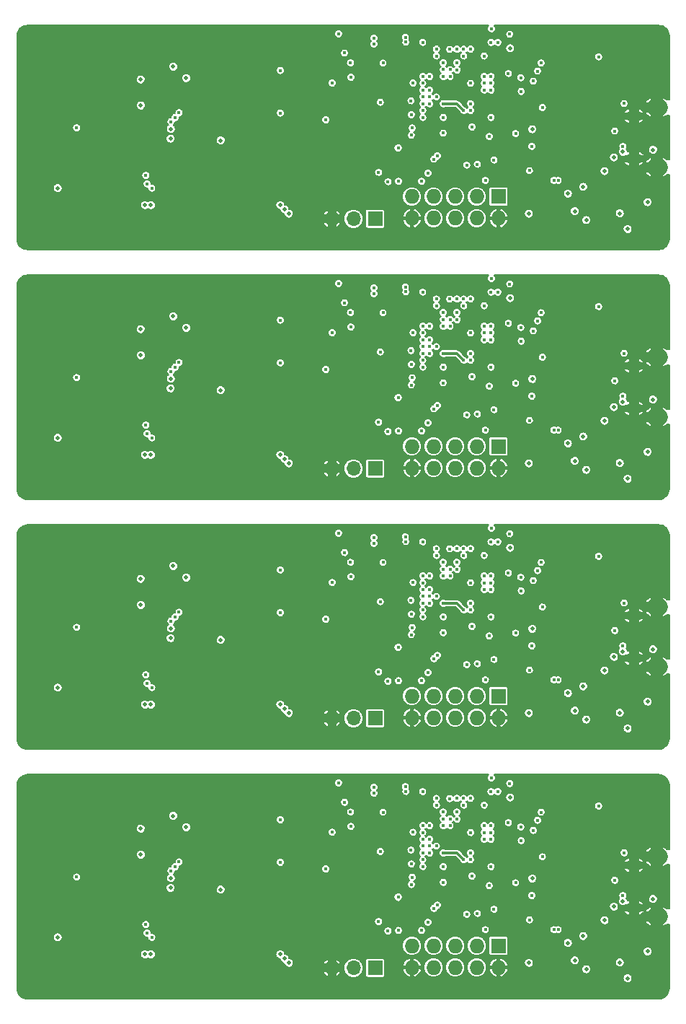
<source format=gbr>
G04 #@! TF.FileFunction,Copper,L2,Inr,Signal*
%FSLAX46Y46*%
G04 Gerber Fmt 4.6, Leading zero omitted, Abs format (unit mm)*
G04 Created by KiCad (PCBNEW 4.0.5) date Tue Apr 18 23:58:23 2017*
%MOMM*%
%LPD*%
G01*
G04 APERTURE LIST*
%ADD10C,0.050000*%
%ADD11C,0.450000*%
%ADD12R,1.727200X1.727200*%
%ADD13O,1.727200X1.727200*%
%ADD14O,2.000000X1.300000*%
%ADD15O,2.500000X2.000000*%
%ADD16C,4.000000*%
%ADD17R,1.700000X1.700000*%
%ADD18O,1.700000X1.700000*%
%ADD19C,0.400000*%
%ADD20C,0.500000*%
%ADD21C,5.000000*%
%ADD22C,3.000000*%
%ADD23C,2.400000*%
%ADD24C,0.300000*%
%ADD25C,0.200000*%
G04 APERTURE END LIST*
D10*
D11*
X75170000Y-90220000D03*
X74010000Y-87540000D03*
X75240000Y-88510000D03*
X74510000Y-90570000D03*
X75230000Y-89410000D03*
X69960000Y-87340000D03*
X68920000Y-90330000D03*
X68710000Y-88990000D03*
X69510000Y-90640000D03*
X72560000Y-90740000D03*
X72060000Y-89490000D03*
X72410000Y-87190000D03*
X72060000Y-88690000D03*
X62360000Y-89090000D03*
D12*
X74140000Y-94790000D03*
D13*
X74140000Y-97330000D03*
X71600000Y-94790000D03*
X71600000Y-97330000D03*
X69060000Y-94790000D03*
X69060000Y-97330000D03*
X66520000Y-94790000D03*
X66520000Y-97330000D03*
X63980000Y-94790000D03*
X63980000Y-97330000D03*
D11*
X90010000Y-82440000D03*
D14*
X90060000Y-90340000D03*
X90060000Y-85340000D03*
D15*
X92760000Y-91340000D03*
X92760000Y-84340000D03*
D11*
X93560000Y-86440000D03*
X93560000Y-87240000D03*
X93560000Y-88040000D03*
X93560000Y-88840000D03*
X90810000Y-83240000D03*
X90010000Y-83240000D03*
X91610000Y-82440000D03*
X90810000Y-82440000D03*
D16*
X92110000Y-76790000D03*
D11*
X92410000Y-82440000D03*
X93210000Y-82440000D03*
X92410000Y-111740000D03*
X93210000Y-111740000D03*
D16*
X92110000Y-106090000D03*
D11*
X92110000Y-92840000D03*
X91310000Y-92840000D03*
X92910000Y-92990000D03*
X93710000Y-92990000D03*
D16*
X92110000Y-98890000D03*
D11*
X90010000Y-111740000D03*
X90810000Y-112540000D03*
X91610000Y-111740000D03*
X90010000Y-112540000D03*
X90810000Y-111740000D03*
X92110000Y-122140000D03*
D16*
X92110000Y-128190000D03*
D11*
X93710000Y-122290000D03*
X92910000Y-122290000D03*
X91310000Y-122140000D03*
X93560000Y-118140000D03*
X93560000Y-117340000D03*
X93560000Y-115740000D03*
X93560000Y-116540000D03*
D14*
X90060000Y-119640000D03*
X90060000Y-114640000D03*
D15*
X92760000Y-120640000D03*
X92760000Y-113640000D03*
D17*
X59650000Y-126690000D03*
D18*
X57110000Y-126690000D03*
X54570000Y-126690000D03*
D11*
X75230000Y-118710000D03*
X75170000Y-119520000D03*
D12*
X74140000Y-124090000D03*
D13*
X74140000Y-126630000D03*
X71600000Y-124090000D03*
X71600000Y-126630000D03*
X69060000Y-124090000D03*
X69060000Y-126630000D03*
X66520000Y-124090000D03*
X66520000Y-126630000D03*
X63980000Y-124090000D03*
X63980000Y-126630000D03*
D11*
X74510000Y-119870000D03*
X72560000Y-120040000D03*
X68710000Y-118290000D03*
X69510000Y-119940000D03*
X68920000Y-119630000D03*
X62360000Y-118390000D03*
X75240000Y-117810000D03*
X74010000Y-116840000D03*
X69960000Y-116640000D03*
X72060000Y-118790000D03*
X72060000Y-117990000D03*
X72410000Y-116490000D03*
D16*
X45610000Y-76790000D03*
D11*
X46710000Y-87890000D03*
X47510000Y-87890000D03*
X45910000Y-87890000D03*
X48310000Y-87890000D03*
D17*
X59650000Y-97390000D03*
D18*
X57110000Y-97390000D03*
X54570000Y-97390000D03*
D11*
X40310000Y-91290000D03*
X40310000Y-90490000D03*
X43710000Y-91490000D03*
X43310000Y-93890000D03*
X44110000Y-93890000D03*
X42510000Y-93890000D03*
X44910000Y-93890000D03*
X49410000Y-90690000D03*
X49410000Y-91490000D03*
X48610000Y-91490000D03*
X48610000Y-90690000D03*
X41710000Y-93890000D03*
X41010000Y-93590000D03*
X46510000Y-93890000D03*
D16*
X45610000Y-98890000D03*
D11*
X45710000Y-93890000D03*
X43710000Y-89790000D03*
X43510000Y-87890000D03*
X44310000Y-87890000D03*
X45110000Y-87890000D03*
X43710000Y-88990000D03*
X47610000Y-89090000D03*
X47610000Y-89890000D03*
X41110000Y-89690000D03*
X40310000Y-89690000D03*
X40710000Y-88990000D03*
X19860000Y-89890000D03*
X18260000Y-89890000D03*
X20660000Y-89890000D03*
X21460000Y-97590000D03*
X19060000Y-89890000D03*
X19860000Y-97590000D03*
X19060000Y-97590000D03*
X20660000Y-97590000D03*
X18260000Y-97590000D03*
X22260000Y-95990000D03*
X22260000Y-96790000D03*
X22260000Y-97590000D03*
X22260000Y-91490000D03*
X22260000Y-90690000D03*
X22260000Y-89890000D03*
X21460000Y-89890000D03*
X19060000Y-78040000D03*
X18260000Y-78040000D03*
X19860000Y-78040000D03*
X20660000Y-78040000D03*
X18260000Y-85740000D03*
X19060000Y-85740000D03*
X19860000Y-85740000D03*
X20660000Y-85740000D03*
X22260000Y-84140000D03*
X22260000Y-84940000D03*
X21460000Y-85740000D03*
X22260000Y-85740000D03*
X21460000Y-78040000D03*
X22260000Y-78840000D03*
X22260000Y-78040000D03*
X22260000Y-79640000D03*
X41710000Y-123190000D03*
X41010000Y-122890000D03*
X40310000Y-119790000D03*
X43710000Y-119090000D03*
X40710000Y-118290000D03*
X40310000Y-118990000D03*
X41110000Y-118990000D03*
X43710000Y-120790000D03*
X44110000Y-123190000D03*
X44910000Y-123190000D03*
X46510000Y-123190000D03*
X45710000Y-123190000D03*
X40310000Y-120590000D03*
D16*
X45610000Y-128190000D03*
D11*
X42510000Y-123190000D03*
X43310000Y-123190000D03*
X18260000Y-126890000D03*
X19860000Y-119190000D03*
X20660000Y-119190000D03*
X18260000Y-119190000D03*
X19060000Y-119190000D03*
X19060000Y-126890000D03*
X22260000Y-126090000D03*
X22260000Y-125290000D03*
X22260000Y-126890000D03*
X21460000Y-119190000D03*
X22260000Y-119190000D03*
X22260000Y-120790000D03*
X22260000Y-119990000D03*
X21460000Y-126890000D03*
X20660000Y-126890000D03*
X19860000Y-126890000D03*
X48310000Y-117190000D03*
X44310000Y-117190000D03*
X45110000Y-117190000D03*
X45910000Y-117190000D03*
X47510000Y-117190000D03*
X46710000Y-117190000D03*
D16*
X45610000Y-106090000D03*
D11*
X47610000Y-118390000D03*
X47610000Y-119190000D03*
X48610000Y-120790000D03*
X49410000Y-119990000D03*
X48610000Y-119990000D03*
X49410000Y-120790000D03*
X43710000Y-118290000D03*
X43510000Y-117190000D03*
X19060000Y-107340000D03*
X19860000Y-107340000D03*
X20660000Y-107340000D03*
X21460000Y-107340000D03*
X18260000Y-107340000D03*
X21460000Y-115040000D03*
X20660000Y-115040000D03*
X19060000Y-115040000D03*
X19860000Y-115040000D03*
X18260000Y-115040000D03*
X22260000Y-115040000D03*
X22260000Y-113440000D03*
X22260000Y-114240000D03*
X22260000Y-108940000D03*
X22260000Y-107340000D03*
X22260000Y-108140000D03*
D16*
X45610000Y-47490000D03*
D11*
X75230000Y-60110000D03*
X74510000Y-61270000D03*
X75170000Y-60920000D03*
X75240000Y-59210000D03*
X74010000Y-58240000D03*
X72060000Y-59390000D03*
X72060000Y-60190000D03*
X72410000Y-57890000D03*
X69960000Y-58040000D03*
X69510000Y-61340000D03*
X72560000Y-61440000D03*
D12*
X74140000Y-65490000D03*
D13*
X74140000Y-68030000D03*
X71600000Y-65490000D03*
X71600000Y-68030000D03*
X69060000Y-65490000D03*
X69060000Y-68030000D03*
X66520000Y-65490000D03*
X66520000Y-68030000D03*
X63980000Y-65490000D03*
X63980000Y-68030000D03*
D11*
X68920000Y-61030000D03*
X68710000Y-59690000D03*
X62360000Y-59790000D03*
X48310000Y-58590000D03*
X49410000Y-61390000D03*
X48610000Y-61390000D03*
X48610000Y-62190000D03*
X49410000Y-62190000D03*
D17*
X59650000Y-68090000D03*
D18*
X57110000Y-68090000D03*
X54570000Y-68090000D03*
D11*
X93210000Y-53140000D03*
X92410000Y-53140000D03*
X91610000Y-53140000D03*
D16*
X92110000Y-47490000D03*
D11*
X90810000Y-53940000D03*
X90810000Y-53140000D03*
X90010000Y-53940000D03*
X90010000Y-53140000D03*
D16*
X92110000Y-69590000D03*
D11*
X92110000Y-63540000D03*
X91310000Y-63540000D03*
X92910000Y-63690000D03*
X93710000Y-63690000D03*
D14*
X90060000Y-61040000D03*
X90060000Y-56040000D03*
D15*
X92760000Y-62040000D03*
X92760000Y-55040000D03*
D11*
X93560000Y-58740000D03*
X93560000Y-57940000D03*
X93560000Y-59540000D03*
X93560000Y-57140000D03*
X43710000Y-59690000D03*
X40310000Y-60390000D03*
X41110000Y-60390000D03*
X40710000Y-59690000D03*
X44110000Y-64590000D03*
X43310000Y-64590000D03*
X42510000Y-64590000D03*
X44910000Y-64590000D03*
D16*
X45610000Y-69590000D03*
D11*
X45710000Y-64590000D03*
X46510000Y-64590000D03*
X41710000Y-64590000D03*
X43710000Y-62190000D03*
X40310000Y-61990000D03*
X41010000Y-64290000D03*
X40310000Y-61190000D03*
X45110000Y-58590000D03*
X43510000Y-58590000D03*
X44310000Y-58590000D03*
X43710000Y-60490000D03*
X45910000Y-58590000D03*
X46710000Y-58590000D03*
X47610000Y-60590000D03*
X47510000Y-58590000D03*
X47610000Y-59790000D03*
X22260000Y-48740000D03*
X22260000Y-50340000D03*
X22260000Y-49540000D03*
X18260000Y-60590000D03*
X20660000Y-60590000D03*
X19060000Y-60590000D03*
X19860000Y-60590000D03*
X21460000Y-60590000D03*
X18260000Y-56440000D03*
X21460000Y-48740000D03*
X19860000Y-48740000D03*
X19060000Y-48740000D03*
X20660000Y-48740000D03*
X18260000Y-48740000D03*
X22260000Y-60590000D03*
X22260000Y-67490000D03*
X22260000Y-68290000D03*
X22260000Y-66690000D03*
X22260000Y-62190000D03*
X22260000Y-61390000D03*
X19860000Y-56440000D03*
X19060000Y-56440000D03*
X20660000Y-56440000D03*
X22260000Y-55640000D03*
X21460000Y-56440000D03*
X22260000Y-54840000D03*
X22260000Y-56440000D03*
X19860000Y-68290000D03*
X20660000Y-68290000D03*
X19060000Y-68290000D03*
X21460000Y-68290000D03*
X18260000Y-68290000D03*
X75170000Y-31620000D03*
X74510000Y-31970000D03*
X75230000Y-30810000D03*
X90010000Y-24640000D03*
X90810000Y-24640000D03*
X93210000Y-23840000D03*
X92410000Y-23840000D03*
X91610000Y-23840000D03*
X90810000Y-23840000D03*
X90010000Y-23840000D03*
X93560000Y-30240000D03*
X93560000Y-27840000D03*
X93560000Y-29440000D03*
X93560000Y-28640000D03*
X92910000Y-34390000D03*
X93710000Y-34390000D03*
X91310000Y-34240000D03*
X92110000Y-34240000D03*
X62360000Y-30490000D03*
X49410000Y-32890000D03*
X48610000Y-32890000D03*
X49410000Y-32090000D03*
X48610000Y-32090000D03*
X47610000Y-31290000D03*
X47610000Y-30490000D03*
X43710000Y-31190000D03*
X43710000Y-30390000D03*
X48310000Y-29290000D03*
X47510000Y-29290000D03*
X46710000Y-29290000D03*
X45910000Y-29290000D03*
X45110000Y-29290000D03*
X44310000Y-29290000D03*
X43510000Y-29290000D03*
X41010000Y-34990000D03*
X40710000Y-30390000D03*
X41110000Y-31090000D03*
X40310000Y-31890000D03*
X40310000Y-31090000D03*
X40310000Y-32690000D03*
X43710000Y-32890000D03*
X46510000Y-35290000D03*
X45710000Y-35290000D03*
X44910000Y-35290000D03*
X44110000Y-35290000D03*
X43310000Y-35290000D03*
X42510000Y-35290000D03*
X41710000Y-35290000D03*
X69510000Y-32040000D03*
X68920000Y-31730000D03*
X68710000Y-30390000D03*
X75240000Y-29910000D03*
X69960000Y-28740000D03*
X72410000Y-28590000D03*
X74010000Y-28940000D03*
X72560000Y-32140000D03*
X72060000Y-30890000D03*
X72060000Y-30090000D03*
D16*
X45610000Y-18190000D03*
X45610000Y-40290000D03*
X92110000Y-40290000D03*
D11*
X19860000Y-27140000D03*
X20660000Y-27140000D03*
X22260000Y-27140000D03*
X19060000Y-27140000D03*
X21460000Y-27140000D03*
X18260000Y-27140000D03*
X22260000Y-25540000D03*
X22260000Y-26340000D03*
X18260000Y-19440000D03*
X19060000Y-19440000D03*
X20660000Y-19440000D03*
X19860000Y-19440000D03*
X21460000Y-19440000D03*
X22260000Y-21040000D03*
X22260000Y-20240000D03*
X22260000Y-19440000D03*
X22260000Y-37390000D03*
X22260000Y-38990000D03*
X22260000Y-38190000D03*
X21460000Y-38990000D03*
X18260000Y-38990000D03*
X19060000Y-38990000D03*
X20660000Y-38990000D03*
X19860000Y-38990000D03*
X22260000Y-32890000D03*
X22260000Y-32090000D03*
X21460000Y-31290000D03*
X22260000Y-31290000D03*
X20660000Y-31290000D03*
X19060000Y-31290000D03*
X19860000Y-31290000D03*
X18260000Y-31290000D03*
D12*
X74140000Y-36190000D03*
D13*
X74140000Y-38730000D03*
X71600000Y-36190000D03*
X71600000Y-38730000D03*
X69060000Y-36190000D03*
X69060000Y-38730000D03*
X66520000Y-36190000D03*
X66520000Y-38730000D03*
X63980000Y-36190000D03*
X63980000Y-38730000D03*
D16*
X92110000Y-18190000D03*
D17*
X59650000Y-38790000D03*
D18*
X57110000Y-38790000D03*
X54570000Y-38790000D03*
D14*
X90060000Y-31740000D03*
X90060000Y-26740000D03*
D15*
X92760000Y-32740000D03*
X92760000Y-25740000D03*
D19*
X74060000Y-114790000D03*
X74060000Y-111590000D03*
X73260000Y-108390000D03*
X72460000Y-109190000D03*
X75010000Y-106040000D03*
X74060000Y-110790000D03*
X69260000Y-109990000D03*
X66048910Y-114001090D03*
X67660000Y-112390000D03*
X66860000Y-111590000D03*
X69260000Y-113990000D03*
X66060000Y-109190000D03*
X65260000Y-109190000D03*
X66060000Y-108390000D03*
X65260000Y-108390000D03*
X68460000Y-108390000D03*
X64060000Y-105590000D03*
X70860000Y-105990000D03*
X68335000Y-104615000D03*
X66060000Y-107590000D03*
X66871090Y-105978910D03*
X79210000Y-107565000D03*
D20*
X92310000Y-115640000D03*
D19*
X87654908Y-118697638D03*
D20*
X89110000Y-111390000D03*
D19*
X85410000Y-108290000D03*
X86910000Y-112165000D03*
D20*
X83310000Y-127490000D03*
D19*
X80910000Y-123890000D03*
X78685000Y-123840000D03*
D20*
X89260000Y-126190006D03*
X87610000Y-129690000D03*
X86310000Y-122390000D03*
D19*
X77510000Y-121715000D03*
D21*
X82910000Y-117440000D03*
D19*
X78760000Y-121165000D03*
X75760000Y-120390000D03*
X78010000Y-119690000D03*
D20*
X68710000Y-116090000D03*
D19*
X64860000Y-115890000D03*
X71660000Y-113190000D03*
X71660000Y-113990000D03*
D20*
X31710000Y-89490000D03*
X31710000Y-98590000D03*
X32610000Y-94790000D03*
X33310000Y-94790000D03*
D19*
X25710000Y-86315000D03*
X27610000Y-86315000D03*
X29810000Y-85490000D03*
X23510000Y-87240000D03*
X35710000Y-88840000D03*
X56110000Y-78890000D03*
X58472742Y-93390000D03*
X53635000Y-87865000D03*
X55835000Y-87165000D03*
X50335000Y-87965000D03*
X53835000Y-86440000D03*
D22*
X57085000Y-83965000D03*
D20*
X45710000Y-85190000D03*
X49710000Y-85140000D03*
X52460000Y-80190000D03*
X45710000Y-79840010D03*
X49710000Y-79790000D03*
X37910000Y-77289976D03*
X39460000Y-76990000D03*
X41010000Y-80890000D03*
D19*
X39010000Y-78390000D03*
D20*
X41010000Y-79540000D03*
D19*
X36010000Y-76690000D03*
X32060000Y-87690000D03*
X30960000Y-86640000D03*
X42010000Y-84690000D03*
X39510000Y-86090000D03*
D23*
X34847258Y-82445025D03*
D19*
X30910000Y-79140000D03*
X36735000Y-80215000D03*
D20*
X45710000Y-114490000D03*
X49710000Y-114440000D03*
X52460000Y-109490000D03*
X49710000Y-109090000D03*
X45710000Y-109140010D03*
D19*
X53835000Y-115740000D03*
X53635000Y-117165000D03*
X55835000Y-116465000D03*
X58472742Y-122690000D03*
X50335000Y-117265000D03*
X56110000Y-108190000D03*
D22*
X57085000Y-113265000D03*
D20*
X41010000Y-108840000D03*
D19*
X36010000Y-105990000D03*
D20*
X37910000Y-106589976D03*
X41010000Y-110190000D03*
D19*
X39010000Y-107690000D03*
D20*
X39460000Y-106290000D03*
D23*
X34847258Y-111745025D03*
D19*
X36735000Y-109515000D03*
X30910000Y-108440000D03*
X39510000Y-115390000D03*
X42010000Y-113990000D03*
X35710000Y-118140000D03*
D20*
X31710000Y-118790000D03*
X32610000Y-124090000D03*
X31710000Y-127890000D03*
X33310000Y-124090000D03*
D19*
X23510000Y-116540000D03*
X25710000Y-115615000D03*
X27610000Y-115615000D03*
X29810000Y-114790000D03*
X32060000Y-116990000D03*
X30960000Y-115940000D03*
D20*
X68710000Y-86790000D03*
D19*
X71660000Y-83890000D03*
X71660000Y-84690000D03*
X69260000Y-84690000D03*
X74060000Y-85490000D03*
X75760000Y-91090000D03*
D20*
X92310000Y-86340000D03*
D21*
X82910000Y-88140000D03*
D19*
X87654908Y-89397638D03*
X79210000Y-78265000D03*
X85410000Y-78990000D03*
D20*
X89110000Y-82090000D03*
D19*
X86910000Y-82865000D03*
X70860000Y-76690000D03*
X73260000Y-79090000D03*
X72460000Y-79890000D03*
X74060000Y-82290000D03*
X74060000Y-81490000D03*
X75010000Y-76740000D03*
X68335000Y-75315000D03*
X64060000Y-76290000D03*
X69260000Y-80690000D03*
X68460000Y-79090000D03*
X66060000Y-79090000D03*
X65260000Y-79890000D03*
X65260000Y-79090000D03*
X66060000Y-79890000D03*
X66871090Y-76678910D03*
X66060000Y-78290000D03*
X66860000Y-82290000D03*
X67660000Y-83090000D03*
X66048910Y-84701090D03*
X64860000Y-86590000D03*
D20*
X89260000Y-96890006D03*
X87610000Y-100390000D03*
X83310000Y-98190000D03*
D19*
X78685000Y-94540000D03*
X80910000Y-94590000D03*
X77510000Y-92415000D03*
X78010000Y-90390000D03*
X78760000Y-91865000D03*
D20*
X86310000Y-93090000D03*
D19*
X64860000Y-57290000D03*
D20*
X68710000Y-57490000D03*
D19*
X75760000Y-61790000D03*
X74060000Y-56190000D03*
X56110000Y-49590000D03*
X50335000Y-58665000D03*
X53635000Y-58565000D03*
X58472742Y-64090000D03*
D20*
X49710000Y-50490000D03*
X49710000Y-55840000D03*
X45710000Y-55890000D03*
X45710000Y-50540010D03*
X52460000Y-50890000D03*
D19*
X55835000Y-57865000D03*
D22*
X57085000Y-54665000D03*
D19*
X53835000Y-57140000D03*
X69260000Y-51390000D03*
X66048910Y-55401090D03*
X67660000Y-53790000D03*
X66860000Y-52990000D03*
X71660000Y-55390000D03*
X71660000Y-54590000D03*
X69260000Y-55390000D03*
X75010000Y-47440000D03*
X73260000Y-49790000D03*
X74060000Y-52990000D03*
X72460000Y-50590000D03*
X74060000Y-52190000D03*
X79210000Y-48965000D03*
X66060000Y-49790000D03*
X66060000Y-50590000D03*
X65260000Y-49790000D03*
X65260000Y-50590000D03*
X66060000Y-48990000D03*
X68460000Y-49790000D03*
X70860000Y-47390000D03*
X68335000Y-46015000D03*
X64060000Y-46990000D03*
X66871090Y-47378910D03*
X85410000Y-49690000D03*
D20*
X92310000Y-57040000D03*
X89110000Y-52790000D03*
D19*
X86910000Y-53565000D03*
X77510000Y-63115000D03*
X78010000Y-61090000D03*
X78760000Y-62565000D03*
D20*
X89260000Y-67590006D03*
X87610000Y-71090000D03*
X86310000Y-63790000D03*
D21*
X82910000Y-58840000D03*
D19*
X78685000Y-65240000D03*
X80910000Y-65290000D03*
D20*
X83310000Y-68890000D03*
D19*
X87654908Y-60097638D03*
X39010000Y-49090000D03*
X36010000Y-47390000D03*
D20*
X41010000Y-50240000D03*
X37910000Y-47989976D03*
X39460000Y-47690000D03*
X41010000Y-51590000D03*
D19*
X42010000Y-55390000D03*
X39510000Y-56790000D03*
X30910000Y-49840000D03*
X29810000Y-56190000D03*
D20*
X31710000Y-69290000D03*
X32610000Y-65490000D03*
X33310000Y-65490000D03*
D19*
X23510000Y-57940000D03*
X27610000Y-57015000D03*
X25710000Y-57015000D03*
X32060000Y-58390000D03*
X30960000Y-57340000D03*
X35710000Y-59540000D03*
D20*
X31710000Y-60190000D03*
D23*
X34847258Y-53145025D03*
D19*
X36735000Y-50915000D03*
X23510000Y-28640000D03*
D20*
X89260000Y-38290006D03*
X52460000Y-21590000D03*
D19*
X75010000Y-18140000D03*
D20*
X31710000Y-30890000D03*
X31710000Y-39990000D03*
D19*
X58472742Y-34790000D03*
X39510000Y-27490000D03*
D20*
X33310000Y-36190000D03*
X32610000Y-36190000D03*
X87610000Y-41790000D03*
D19*
X85410000Y-20390000D03*
D20*
X37910000Y-18689976D03*
X39460000Y-18390000D03*
X41010000Y-22290000D03*
D19*
X68335000Y-16715000D03*
X56110000Y-20290000D03*
X64860000Y-27990000D03*
X79210000Y-19665000D03*
X78685000Y-35940000D03*
X77510000Y-33815000D03*
X75760000Y-32490000D03*
D20*
X83310000Y-39590000D03*
X86310000Y-34490000D03*
D19*
X87654908Y-30797638D03*
X42010000Y-26090000D03*
D20*
X68710000Y-28190000D03*
X45710000Y-21240010D03*
X41010000Y-20940000D03*
D19*
X36010000Y-18090000D03*
X39010000Y-19790000D03*
X80910000Y-35990000D03*
X66060000Y-19690000D03*
X35710000Y-30240000D03*
X30910000Y-20540000D03*
X32060000Y-29090000D03*
X30960000Y-28040000D03*
X29810000Y-26890000D03*
X27610000Y-27715000D03*
X25710000Y-27715000D03*
X53835000Y-27840000D03*
X36735000Y-21615000D03*
D20*
X45710000Y-26590000D03*
X49710000Y-26540000D03*
X49710000Y-21190000D03*
D19*
X78010000Y-31790000D03*
X78760000Y-33265000D03*
X86910000Y-24265000D03*
D22*
X57085000Y-25365000D03*
D19*
X64060000Y-17690000D03*
X53635000Y-29265000D03*
X50335000Y-29365000D03*
X55835000Y-28565000D03*
D20*
X89110000Y-23490000D03*
D23*
X34847258Y-23845025D03*
D20*
X92310000Y-27740000D03*
D19*
X70860000Y-18090000D03*
X74060000Y-26890000D03*
D21*
X82910000Y-29540000D03*
D19*
X72460000Y-21290000D03*
X71660000Y-26090000D03*
X69260000Y-22090000D03*
X71660000Y-25290000D03*
X74060000Y-23690000D03*
X74060000Y-22890000D03*
X66860000Y-23690000D03*
X66060000Y-20490000D03*
X69260000Y-26090000D03*
X66048910Y-26101090D03*
X67660000Y-24490000D03*
X73260000Y-20490000D03*
X68460000Y-20490000D03*
X66871090Y-18078910D03*
X66060000Y-21290000D03*
X65260000Y-20490000D03*
X65260000Y-21290000D03*
X60260000Y-83715000D03*
X56760000Y-79090000D03*
X53860000Y-85765000D03*
X54610000Y-81465000D03*
D20*
X41510000Y-88190000D03*
D19*
X53860000Y-115065000D03*
X56760000Y-108390000D03*
X54610000Y-110765000D03*
X60260000Y-113015000D03*
D20*
X41510000Y-117490000D03*
D19*
X56760000Y-49790000D03*
X53860000Y-56465000D03*
X60260000Y-54415000D03*
X54610000Y-52165000D03*
D20*
X41510000Y-58890000D03*
X41510000Y-29590000D03*
D19*
X56760000Y-20490000D03*
X54610000Y-22865000D03*
X60260000Y-25115000D03*
X53860000Y-27165000D03*
X48510000Y-84990000D03*
X48510000Y-79990000D03*
X48510000Y-114290000D03*
X48510000Y-109290000D03*
X48510000Y-50690000D03*
X48510000Y-55690000D03*
X48510000Y-26390000D03*
X48510000Y-21390000D03*
X88910000Y-113165000D03*
D20*
X84110000Y-122940000D03*
X77710000Y-126090000D03*
X91660000Y-124740000D03*
X89310000Y-127890000D03*
D19*
X80660000Y-122190000D03*
X81160000Y-122190000D03*
X77785000Y-121040000D03*
D20*
X78110000Y-116190000D03*
D19*
X79310000Y-113640000D03*
D20*
X78110000Y-86890000D03*
D19*
X79310000Y-84340000D03*
X88910000Y-83865000D03*
D20*
X91660000Y-95440000D03*
X89310000Y-98590000D03*
D19*
X81160000Y-92890000D03*
X80660000Y-92890000D03*
D20*
X77710000Y-96790000D03*
D19*
X77785000Y-91740000D03*
D20*
X84110000Y-93640000D03*
D19*
X88910000Y-54565000D03*
X79310000Y-55040000D03*
D20*
X78110000Y-57590000D03*
D19*
X77785000Y-62440000D03*
D20*
X89310000Y-69290000D03*
X91660000Y-66140000D03*
D19*
X80660000Y-63590000D03*
X81160000Y-63590000D03*
D20*
X77710000Y-67490000D03*
X84110000Y-64340000D03*
D19*
X80660000Y-34290000D03*
X81160000Y-34290000D03*
D20*
X77710000Y-38190000D03*
X89310000Y-39990000D03*
X91660000Y-36840000D03*
X84110000Y-35040000D03*
D19*
X77785000Y-33140000D03*
X88910000Y-25265000D03*
D20*
X78110000Y-28290000D03*
D19*
X79310000Y-25740000D03*
D20*
X92310000Y-118590000D03*
X88760000Y-118840000D03*
X92310000Y-89290000D03*
X88760000Y-89540000D03*
X92310000Y-59990000D03*
X88760000Y-60240000D03*
X88760000Y-30940000D03*
X92310000Y-30690000D03*
X82310000Y-123740000D03*
X84460000Y-126840000D03*
D19*
X73060000Y-117040000D03*
X73610000Y-119790000D03*
D20*
X33310000Y-95790000D03*
X32610000Y-95790000D03*
D19*
X24585000Y-86715000D03*
D20*
X49010000Y-96290000D03*
X48510000Y-95790000D03*
X49510000Y-96790000D03*
X48510000Y-125090000D03*
X49010000Y-125590000D03*
X49510000Y-126090000D03*
X32610000Y-125090000D03*
X33310000Y-125090000D03*
D19*
X24585000Y-116015000D03*
X73060000Y-87740000D03*
X73610000Y-90490000D03*
D20*
X84460000Y-97540000D03*
X82310000Y-94440000D03*
D19*
X73610000Y-61190000D03*
X73060000Y-58440000D03*
D20*
X48510000Y-66490000D03*
X49010000Y-66990000D03*
X49510000Y-67490000D03*
X84460000Y-68240000D03*
X82310000Y-65140000D03*
X32610000Y-66490000D03*
X33310000Y-66490000D03*
D19*
X24585000Y-57415000D03*
D20*
X49510000Y-38190000D03*
X49010000Y-37690000D03*
D19*
X24585000Y-28115000D03*
D20*
X48510000Y-37190000D03*
X33310000Y-37190000D03*
X32610000Y-37190000D03*
X84460000Y-38940000D03*
D19*
X73610000Y-31890000D03*
X73060000Y-29140000D03*
D20*
X82310000Y-35840000D03*
X87710000Y-119490000D03*
X87710000Y-90190000D03*
X87710000Y-60890000D03*
X87710000Y-31590000D03*
D19*
X87810000Y-116390000D03*
X87810000Y-87090000D03*
X87810000Y-57790000D03*
X87810000Y-28490000D03*
X73260000Y-111590000D03*
X72460000Y-111590000D03*
X72460000Y-107590000D03*
X72460000Y-109990000D03*
X73260000Y-109990000D03*
X73260000Y-110790000D03*
X68460000Y-109990000D03*
X66060000Y-109990000D03*
X66060000Y-113190000D03*
X67660000Y-113190000D03*
X66860000Y-112390000D03*
X66060000Y-111590000D03*
X70060000Y-113990000D03*
X70860000Y-113990000D03*
X70871581Y-110791581D03*
X65260000Y-109990000D03*
X66060000Y-112390000D03*
X67660000Y-108390000D03*
X69284266Y-109240000D03*
X70060000Y-106790000D03*
X69260000Y-106790000D03*
X70860000Y-106790000D03*
X66860000Y-107590000D03*
X63910000Y-116890000D03*
X71035000Y-115915000D03*
X70860000Y-113190000D03*
X70410000Y-120390000D03*
X66960000Y-119315000D03*
X66560000Y-119690000D03*
X60585000Y-79115000D03*
X56060000Y-77940000D03*
X55360000Y-75690000D03*
X62410000Y-92990000D03*
X62410000Y-122290000D03*
X55360000Y-104990000D03*
X56060000Y-107240000D03*
X60585000Y-108415000D03*
X70060000Y-84690000D03*
X70860000Y-84690000D03*
X70860000Y-83890000D03*
X71035000Y-86615000D03*
X70410000Y-91090000D03*
X66560000Y-90390000D03*
X66960000Y-90015000D03*
X72460000Y-78290000D03*
X70860000Y-77490000D03*
X72460000Y-80690000D03*
X73260000Y-80690000D03*
X73260000Y-82290000D03*
X70871581Y-81491581D03*
X72460000Y-82290000D03*
X73260000Y-81490000D03*
X69260000Y-77490000D03*
X70060000Y-77490000D03*
X67660000Y-79090000D03*
X68460000Y-80690000D03*
X69284266Y-79940000D03*
X65260000Y-80690000D03*
X66060000Y-80690000D03*
X66860000Y-78290000D03*
X66860000Y-83090000D03*
X66060000Y-83090000D03*
X66060000Y-82290000D03*
X66060000Y-83890000D03*
X67660000Y-83890000D03*
X63910000Y-87590000D03*
X63910000Y-58290000D03*
X62410000Y-63690000D03*
X66560000Y-61090000D03*
X66960000Y-60715000D03*
X70410000Y-61790000D03*
X71035000Y-57315000D03*
X56060000Y-48640000D03*
X55360000Y-46390000D03*
X60585000Y-49815000D03*
X65260000Y-51390000D03*
X68460000Y-51390000D03*
X66060000Y-51390000D03*
X66060000Y-54590000D03*
X66060000Y-52990000D03*
X66860000Y-53790000D03*
X66060000Y-53790000D03*
X67660000Y-54590000D03*
X70871581Y-52191581D03*
X73260000Y-51390000D03*
X72460000Y-52990000D03*
X72460000Y-51390000D03*
X73260000Y-52190000D03*
X73260000Y-52990000D03*
X70860000Y-55390000D03*
X70060000Y-55390000D03*
X70860000Y-54590000D03*
X72460000Y-48990000D03*
X69284266Y-50640000D03*
X67660000Y-49790000D03*
X70860000Y-48190000D03*
X70060000Y-48190000D03*
X69260000Y-48190000D03*
X66860000Y-48990000D03*
X66560000Y-31790000D03*
X66960000Y-31415000D03*
X63910000Y-28990000D03*
X56060000Y-19340000D03*
X55360000Y-17090000D03*
X60585000Y-20515000D03*
X71035000Y-28015000D03*
X62410000Y-34390000D03*
X70410000Y-32490000D03*
X70860000Y-25290000D03*
X69260000Y-18890000D03*
X70871581Y-22891581D03*
X69284266Y-21340000D03*
X70060000Y-18890000D03*
X70860000Y-18890000D03*
X72460000Y-22090000D03*
X70060000Y-26090000D03*
X70860000Y-26090000D03*
X68460000Y-22090000D03*
X72460000Y-23690000D03*
X73260000Y-22890000D03*
X73260000Y-23690000D03*
X73260000Y-22090000D03*
X66060000Y-23690000D03*
X66060000Y-25290000D03*
X66860000Y-24490000D03*
X66060000Y-24490000D03*
X67660000Y-25290000D03*
X72460000Y-19690000D03*
X67660000Y-20490000D03*
X66860000Y-19690000D03*
X66060000Y-22090000D03*
X65260000Y-22090000D03*
X56810000Y-80790000D03*
X56810000Y-110090000D03*
X56810000Y-51490000D03*
X56810000Y-22190000D03*
D20*
X88410000Y-126040000D03*
X88410000Y-96740000D03*
X88410000Y-67440000D03*
X88410000Y-38140000D03*
D19*
X88760000Y-118189998D03*
X88760000Y-88889998D03*
X88760000Y-59589998D03*
X88760000Y-30289998D03*
X76760000Y-110140000D03*
X76160000Y-116690000D03*
X76160000Y-87390000D03*
X76760000Y-80840000D03*
X76160000Y-58090000D03*
X76760000Y-51540000D03*
X76760000Y-22240000D03*
X76160000Y-28790000D03*
X68460000Y-109190000D03*
X71660000Y-120290000D03*
X71660000Y-90990000D03*
X68460000Y-79890000D03*
X71660000Y-61690000D03*
X68460000Y-50590000D03*
X71660000Y-32390000D03*
X68460000Y-21290000D03*
X67660000Y-109990000D03*
X65860000Y-121340000D03*
X65860000Y-92040000D03*
X67660000Y-80690000D03*
X65860000Y-62740000D03*
X67660000Y-51390000D03*
X65860000Y-33440000D03*
X67660000Y-22090000D03*
X65260000Y-110790000D03*
X72610000Y-122190000D03*
X72610000Y-92890000D03*
X65260000Y-81490000D03*
X72610000Y-63590000D03*
X65260000Y-52190000D03*
X72610000Y-34290000D03*
X65260000Y-22890000D03*
X64110000Y-110765000D03*
X65110000Y-122290000D03*
X65110000Y-92990000D03*
X64110000Y-81465000D03*
X65110000Y-63690000D03*
X64110000Y-52165000D03*
X65110000Y-34390000D03*
X64110000Y-22865000D03*
X65260001Y-111612506D03*
X67660000Y-109190000D03*
X67660000Y-79890000D03*
X65260001Y-82312506D03*
X65260001Y-53012506D03*
X67660000Y-50590000D03*
X65260001Y-23712506D03*
X67660000Y-21290000D03*
X63210000Y-105390000D03*
X68410000Y-106814266D03*
X68410000Y-77514266D03*
X63210000Y-76090000D03*
X68410000Y-48214266D03*
X63210000Y-46790000D03*
X63210000Y-17490000D03*
X68410000Y-18914266D03*
X63260000Y-105965000D03*
X66860000Y-106790000D03*
X63260000Y-76665000D03*
X66860000Y-77490000D03*
X66860000Y-48190000D03*
X63260000Y-47365000D03*
X63260000Y-18065000D03*
X66860000Y-18890000D03*
X69260000Y-108390000D03*
X78735000Y-109365000D03*
X78735000Y-80065000D03*
X69260000Y-79090000D03*
X78735000Y-50765000D03*
X69260000Y-49790000D03*
X78735000Y-21465000D03*
X69260000Y-20490000D03*
X70060000Y-107590000D03*
X79160000Y-108415000D03*
X79160000Y-79115000D03*
X70060000Y-78290000D03*
X79160000Y-49815000D03*
X70060000Y-48990000D03*
X79160000Y-20515000D03*
X70060000Y-19690000D03*
D20*
X32130532Y-84101091D03*
X32110000Y-81040000D03*
X35660000Y-86840000D03*
X35935000Y-79540000D03*
X32110000Y-110340000D03*
X35935000Y-108840000D03*
X35660000Y-116140000D03*
X32130532Y-113401091D03*
X32130532Y-54801091D03*
X32110000Y-51740000D03*
X35660000Y-57540000D03*
X35935000Y-50240000D03*
X35935000Y-20940000D03*
X32110000Y-22440000D03*
X32130532Y-25501091D03*
X35660000Y-28240000D03*
D19*
X78060000Y-118190000D03*
X73260000Y-114790000D03*
X73260000Y-85490000D03*
X78060000Y-88890000D03*
X73260000Y-56190000D03*
X78060000Y-59590000D03*
X78060000Y-30290000D03*
X73260000Y-26890000D03*
X75310000Y-109640000D03*
X76810000Y-111740000D03*
X76810000Y-82440000D03*
X75310000Y-80340000D03*
X75310000Y-51040000D03*
X76810000Y-53140000D03*
X76810000Y-23840000D03*
X75310000Y-21740000D03*
X67660000Y-116640000D03*
X33410000Y-93790000D03*
D20*
X22360000Y-93790000D03*
D19*
X33410000Y-123090000D03*
D20*
X22360000Y-123090000D03*
D19*
X67660000Y-87340000D03*
X67660000Y-58040000D03*
X33410000Y-64490000D03*
D20*
X22360000Y-64490000D03*
D19*
X33410000Y-35190000D03*
X67660000Y-28740000D03*
D20*
X22360000Y-35190000D03*
D19*
X32710000Y-92290000D03*
X35660000Y-85990000D03*
X59510000Y-76890000D03*
X59510000Y-106190000D03*
X35660000Y-115290000D03*
X32710000Y-121590000D03*
X59510000Y-47590000D03*
X32710000Y-62990000D03*
X35660000Y-56690000D03*
X32710000Y-33690000D03*
X59510000Y-18290000D03*
X35660000Y-27390000D03*
D20*
X35610000Y-87990000D03*
D19*
X36160000Y-85490000D03*
X59510000Y-76190000D03*
X59510000Y-105490000D03*
X36160000Y-114790000D03*
D20*
X35610000Y-117290000D03*
D19*
X59510000Y-46890000D03*
D20*
X35610000Y-58690000D03*
D19*
X36160000Y-56190000D03*
D20*
X35610000Y-29390000D03*
D19*
X59510000Y-17590000D03*
X36160000Y-26890000D03*
D20*
X37460000Y-80890000D03*
X37460000Y-110190000D03*
X37460000Y-51590000D03*
X37460000Y-22290000D03*
D19*
X65237494Y-105990001D03*
X36610000Y-84940000D03*
X36610000Y-114240000D03*
X65237494Y-76690001D03*
X65237494Y-47390001D03*
X36610000Y-55640000D03*
X36610000Y-26340000D03*
X65237494Y-18090001D03*
X73310000Y-104390000D03*
X85910000Y-107690000D03*
X85910000Y-78390000D03*
X73310000Y-75090000D03*
X73310000Y-45790000D03*
X85910000Y-49090000D03*
X73310000Y-16490000D03*
X85910000Y-19790000D03*
X65260000Y-114790000D03*
X64010000Y-116040000D03*
X65260000Y-85490000D03*
X64010000Y-86740000D03*
X65260000Y-56190000D03*
X64010000Y-57440000D03*
X64010000Y-28140000D03*
X65260000Y-26890000D03*
X63910000Y-114490000D03*
X65260000Y-113190000D03*
X65260000Y-83890000D03*
X63910000Y-85190000D03*
X63910000Y-55890000D03*
X65260000Y-54590000D03*
X63910000Y-26590000D03*
X65260000Y-25290000D03*
X65260000Y-112390000D03*
X63860002Y-112840000D03*
X65260000Y-83090000D03*
X63860002Y-83540000D03*
X65260000Y-53790000D03*
X63860002Y-54240000D03*
X63860002Y-24940000D03*
X65260000Y-24490000D03*
X67660000Y-114790000D03*
X60060000Y-91940000D03*
X61160000Y-93040000D03*
X60060000Y-121240000D03*
X61160000Y-122340000D03*
X67660000Y-85490000D03*
X67660000Y-56190000D03*
X60060000Y-62640000D03*
X61160000Y-63740000D03*
X61160000Y-34440000D03*
X60060000Y-33340000D03*
X67660000Y-26890000D03*
D20*
X83110000Y-125790000D03*
X86609998Y-121090000D03*
X83110000Y-96490000D03*
X86609998Y-91790000D03*
X86609998Y-62490000D03*
X83110000Y-67190000D03*
X83110000Y-37890000D03*
X86609998Y-33190000D03*
D19*
X72460000Y-110790000D03*
X78235000Y-110540000D03*
X78235000Y-81240000D03*
X72460000Y-81490000D03*
X72460000Y-52190000D03*
X78235000Y-51940000D03*
X78235000Y-22640000D03*
X72460000Y-22890000D03*
D20*
X75510000Y-106690000D03*
D19*
X74071090Y-106001090D03*
D20*
X75510000Y-77390000D03*
D19*
X74071090Y-76701090D03*
X74071090Y-47401090D03*
D20*
X75510000Y-48090000D03*
X75510000Y-18790000D03*
D19*
X74071090Y-18101090D03*
X75460000Y-105040000D03*
X73260000Y-105990000D03*
X73260000Y-76690000D03*
X75460000Y-75740000D03*
X73260000Y-47390000D03*
X75460000Y-46440000D03*
X75460000Y-17140000D03*
X73260000Y-18090000D03*
X65260000Y-113990000D03*
X32860000Y-93290000D03*
X32860000Y-122590000D03*
X65260000Y-84690000D03*
X65260000Y-55390000D03*
X32860000Y-63990000D03*
X32860000Y-34690000D03*
X65260000Y-26090000D03*
D24*
X67660000Y-83890000D02*
X69260000Y-83890000D01*
X69260000Y-113190000D02*
X70060000Y-113990000D01*
X69260000Y-83890000D02*
X70060000Y-84690000D01*
X67660000Y-113190000D02*
X69260000Y-113190000D01*
X69260000Y-54590000D02*
X70060000Y-55390000D01*
X67660000Y-54590000D02*
X69260000Y-54590000D01*
X67660000Y-25290000D02*
X69260000Y-25290000D01*
X69260000Y-25290000D02*
X70060000Y-26090000D01*
D25*
G36*
X93231683Y-16129910D02*
X93454543Y-16197195D01*
X93660086Y-16306484D01*
X93840493Y-16453620D01*
X93988882Y-16632992D01*
X94099605Y-16837770D01*
X94168443Y-17060150D01*
X94201083Y-17370700D01*
X94200146Y-17379057D01*
X94200000Y-17400000D01*
X94200000Y-24839998D01*
X93888409Y-24839998D01*
X93779416Y-24737857D01*
X93569123Y-24607007D01*
X93385000Y-24608490D01*
X93385000Y-25240000D01*
X93680000Y-25240000D01*
X93680000Y-26240000D01*
X93385000Y-26240000D01*
X93385000Y-26871510D01*
X93569123Y-26872993D01*
X93779416Y-26742143D01*
X93888409Y-26640002D01*
X94200000Y-26640002D01*
X94200000Y-31839998D01*
X93888409Y-31839998D01*
X93779416Y-31737857D01*
X93569123Y-31607007D01*
X93385000Y-31608490D01*
X93385000Y-32240000D01*
X93680000Y-32240000D01*
X93680000Y-33240000D01*
X93385000Y-33240000D01*
X93385000Y-33871510D01*
X93569123Y-33872993D01*
X93779416Y-33742143D01*
X93888409Y-33640002D01*
X94200000Y-33640002D01*
X94200000Y-41100000D01*
X94201306Y-41113320D01*
X94170090Y-41431682D01*
X94102804Y-41654543D01*
X93993513Y-41860090D01*
X93846379Y-42040494D01*
X93667009Y-42188881D01*
X93462230Y-42299605D01*
X93239849Y-42368443D01*
X92939608Y-42400000D01*
X18900000Y-42400000D01*
X18886680Y-42401306D01*
X18568318Y-42370090D01*
X18345457Y-42302804D01*
X18139910Y-42193513D01*
X17959506Y-42046379D01*
X17811119Y-41867009D01*
X17700395Y-41662230D01*
X17631557Y-41439849D01*
X17598917Y-41129300D01*
X17599854Y-41120943D01*
X17600000Y-41100000D01*
X17600000Y-40036245D01*
X88759277Y-40036245D01*
X88778748Y-40142334D01*
X88818454Y-40242620D01*
X88876883Y-40333284D01*
X88951809Y-40410873D01*
X89040379Y-40472430D01*
X89139218Y-40515612D01*
X89244563Y-40538773D01*
X89352400Y-40541032D01*
X89458621Y-40522302D01*
X89559182Y-40483297D01*
X89650252Y-40425503D01*
X89728362Y-40351120D01*
X89790536Y-40262982D01*
X89834407Y-40164447D01*
X89858303Y-40059267D01*
X89860023Y-39936070D01*
X89839073Y-39830263D01*
X89797971Y-39730541D01*
X89738282Y-39640702D01*
X89662279Y-39564167D01*
X89572859Y-39503853D01*
X89473426Y-39462055D01*
X89367769Y-39440367D01*
X89259911Y-39439614D01*
X89153961Y-39459825D01*
X89053954Y-39500230D01*
X88963701Y-39559290D01*
X88886637Y-39634756D01*
X88825699Y-39723754D01*
X88783209Y-39822892D01*
X88760783Y-39928395D01*
X88759277Y-40036245D01*
X17600000Y-40036245D01*
X17600000Y-39215000D01*
X53576392Y-39215000D01*
X53581033Y-39376935D01*
X53714541Y-39558595D01*
X53880924Y-39710718D01*
X53983069Y-39778945D01*
X54145000Y-39777421D01*
X54145000Y-39215000D01*
X54995000Y-39215000D01*
X54995000Y-39777421D01*
X55156931Y-39778945D01*
X55259076Y-39710718D01*
X55425459Y-39558595D01*
X55558967Y-39376935D01*
X55563608Y-39215000D01*
X54995000Y-39215000D01*
X54145000Y-39215000D01*
X53576392Y-39215000D01*
X17600000Y-39215000D01*
X17600000Y-38784436D01*
X55960000Y-38784436D01*
X55960000Y-38795564D01*
X55981902Y-39018934D01*
X56046772Y-39233795D01*
X56152141Y-39431964D01*
X56293994Y-39605893D01*
X56466928Y-39748957D01*
X56664357Y-39855707D01*
X56878760Y-39922076D01*
X57101972Y-39945536D01*
X57325489Y-39925194D01*
X57540798Y-39861825D01*
X57739698Y-39757843D01*
X57914613Y-39617208D01*
X58058881Y-39445276D01*
X58167006Y-39248597D01*
X58234870Y-39034662D01*
X58259888Y-38811621D01*
X58260000Y-38795564D01*
X58260000Y-38784436D01*
X58238098Y-38561066D01*
X58173228Y-38346205D01*
X58067859Y-38148036D01*
X57926006Y-37974107D01*
X57884778Y-37940000D01*
X58498549Y-37940000D01*
X58498549Y-39640000D01*
X58502359Y-39687774D01*
X58527452Y-39768803D01*
X58574126Y-39839634D01*
X58638685Y-39894657D01*
X58716018Y-39929516D01*
X58800000Y-39941451D01*
X60500000Y-39941451D01*
X60547774Y-39937641D01*
X60628803Y-39912548D01*
X60699634Y-39865874D01*
X60754657Y-39801315D01*
X60789516Y-39723982D01*
X60801451Y-39640000D01*
X60801451Y-39062531D01*
X62864919Y-39062531D01*
X62951219Y-39273683D01*
X63077054Y-39463942D01*
X63237589Y-39625996D01*
X63426654Y-39753617D01*
X63636984Y-39841901D01*
X63647470Y-39845073D01*
X63826000Y-39807652D01*
X63826000Y-38884000D01*
X64134000Y-38884000D01*
X64134000Y-39807652D01*
X64312530Y-39845073D01*
X64323016Y-39841901D01*
X64533346Y-39753617D01*
X64722411Y-39625996D01*
X64882946Y-39463942D01*
X65008781Y-39273683D01*
X65095081Y-39062531D01*
X65058372Y-38884000D01*
X64134000Y-38884000D01*
X63826000Y-38884000D01*
X62901628Y-38884000D01*
X62864919Y-39062531D01*
X60801451Y-39062531D01*
X60801451Y-38724370D01*
X65356400Y-38724370D01*
X65356400Y-38735630D01*
X65378561Y-38961641D01*
X65444198Y-39179043D01*
X65550813Y-39379556D01*
X65694343Y-39555542D01*
X65869323Y-39700298D01*
X66069087Y-39808310D01*
X66286026Y-39875464D01*
X66511877Y-39899202D01*
X66738037Y-39878619D01*
X66955892Y-39814501D01*
X67157145Y-39709289D01*
X67334128Y-39566990D01*
X67480102Y-39393026D01*
X67589506Y-39194021D01*
X67658173Y-38977556D01*
X67683487Y-38751876D01*
X67683600Y-38735630D01*
X67683600Y-38724370D01*
X67896400Y-38724370D01*
X67896400Y-38735630D01*
X67918561Y-38961641D01*
X67984198Y-39179043D01*
X68090813Y-39379556D01*
X68234343Y-39555542D01*
X68409323Y-39700298D01*
X68609087Y-39808310D01*
X68826026Y-39875464D01*
X69051877Y-39899202D01*
X69278037Y-39878619D01*
X69495892Y-39814501D01*
X69697145Y-39709289D01*
X69874128Y-39566990D01*
X70020102Y-39393026D01*
X70129506Y-39194021D01*
X70198173Y-38977556D01*
X70223487Y-38751876D01*
X70223600Y-38735630D01*
X70223600Y-38724370D01*
X70436400Y-38724370D01*
X70436400Y-38735630D01*
X70458561Y-38961641D01*
X70524198Y-39179043D01*
X70630813Y-39379556D01*
X70774343Y-39555542D01*
X70949323Y-39700298D01*
X71149087Y-39808310D01*
X71366026Y-39875464D01*
X71591877Y-39899202D01*
X71818037Y-39878619D01*
X72035892Y-39814501D01*
X72237145Y-39709289D01*
X72414128Y-39566990D01*
X72560102Y-39393026D01*
X72669506Y-39194021D01*
X72711217Y-39062531D01*
X73024919Y-39062531D01*
X73111219Y-39273683D01*
X73237054Y-39463942D01*
X73397589Y-39625996D01*
X73586654Y-39753617D01*
X73796984Y-39841901D01*
X73807470Y-39845073D01*
X73986000Y-39807652D01*
X73986000Y-38884000D01*
X74294000Y-38884000D01*
X74294000Y-39807652D01*
X74472530Y-39845073D01*
X74483016Y-39841901D01*
X74693346Y-39753617D01*
X74882411Y-39625996D01*
X75042946Y-39463942D01*
X75168781Y-39273683D01*
X75255081Y-39062531D01*
X75239396Y-38986245D01*
X83909277Y-38986245D01*
X83928748Y-39092334D01*
X83968454Y-39192620D01*
X84026883Y-39283284D01*
X84101809Y-39360873D01*
X84190379Y-39422430D01*
X84289218Y-39465612D01*
X84394563Y-39488773D01*
X84502400Y-39491032D01*
X84608621Y-39472302D01*
X84709182Y-39433297D01*
X84800252Y-39375503D01*
X84878362Y-39301120D01*
X84940536Y-39212982D01*
X84984407Y-39114447D01*
X85008303Y-39009267D01*
X85010023Y-38886070D01*
X84989073Y-38780263D01*
X84947971Y-38680541D01*
X84888282Y-38590702D01*
X84812279Y-38514167D01*
X84722859Y-38453853D01*
X84623426Y-38412055D01*
X84517769Y-38390367D01*
X84409911Y-38389614D01*
X84303961Y-38409825D01*
X84203954Y-38450230D01*
X84113701Y-38509290D01*
X84036637Y-38584756D01*
X83975699Y-38673754D01*
X83933209Y-38772892D01*
X83910783Y-38878395D01*
X83909277Y-38986245D01*
X75239396Y-38986245D01*
X75218372Y-38884000D01*
X74294000Y-38884000D01*
X73986000Y-38884000D01*
X73061628Y-38884000D01*
X73024919Y-39062531D01*
X72711217Y-39062531D01*
X72738173Y-38977556D01*
X72763487Y-38751876D01*
X72763600Y-38735630D01*
X72763600Y-38724370D01*
X72741439Y-38498359D01*
X72710979Y-38397469D01*
X73024919Y-38397469D01*
X73061628Y-38576000D01*
X73986000Y-38576000D01*
X73986000Y-37652348D01*
X74294000Y-37652348D01*
X74294000Y-38576000D01*
X75218372Y-38576000D01*
X75255081Y-38397469D01*
X75189188Y-38236245D01*
X77159277Y-38236245D01*
X77178748Y-38342334D01*
X77218454Y-38442620D01*
X77276883Y-38533284D01*
X77351809Y-38610873D01*
X77440379Y-38672430D01*
X77539218Y-38715612D01*
X77644563Y-38738773D01*
X77752400Y-38741032D01*
X77858621Y-38722302D01*
X77959182Y-38683297D01*
X78050252Y-38625503D01*
X78128362Y-38551120D01*
X78190536Y-38462982D01*
X78234407Y-38364447D01*
X78258303Y-38259267D01*
X78260023Y-38136070D01*
X78239073Y-38030263D01*
X78200322Y-37936245D01*
X82559277Y-37936245D01*
X82578748Y-38042334D01*
X82618454Y-38142620D01*
X82676883Y-38233284D01*
X82751809Y-38310873D01*
X82840379Y-38372430D01*
X82939218Y-38415612D01*
X83044563Y-38438773D01*
X83152400Y-38441032D01*
X83258621Y-38422302D01*
X83359182Y-38383297D01*
X83450252Y-38325503D01*
X83528362Y-38251120D01*
X83574125Y-38186245D01*
X87859277Y-38186245D01*
X87878748Y-38292334D01*
X87918454Y-38392620D01*
X87976883Y-38483284D01*
X88051809Y-38560873D01*
X88140379Y-38622430D01*
X88239218Y-38665612D01*
X88344563Y-38688773D01*
X88452400Y-38691032D01*
X88558621Y-38672302D01*
X88659182Y-38633297D01*
X88750252Y-38575503D01*
X88828362Y-38501120D01*
X88890536Y-38412982D01*
X88934407Y-38314447D01*
X88958303Y-38209267D01*
X88960023Y-38086070D01*
X88939073Y-37980263D01*
X88897971Y-37880541D01*
X88838282Y-37790702D01*
X88762279Y-37714167D01*
X88672859Y-37653853D01*
X88573426Y-37612055D01*
X88467769Y-37590367D01*
X88359911Y-37589614D01*
X88253961Y-37609825D01*
X88153954Y-37650230D01*
X88063701Y-37709290D01*
X87986637Y-37784756D01*
X87925699Y-37873754D01*
X87883209Y-37972892D01*
X87860783Y-38078395D01*
X87859277Y-38186245D01*
X83574125Y-38186245D01*
X83590536Y-38162982D01*
X83634407Y-38064447D01*
X83658303Y-37959267D01*
X83660023Y-37836070D01*
X83639073Y-37730263D01*
X83597971Y-37630541D01*
X83538282Y-37540702D01*
X83462279Y-37464167D01*
X83372859Y-37403853D01*
X83273426Y-37362055D01*
X83167769Y-37340367D01*
X83059911Y-37339614D01*
X82953961Y-37359825D01*
X82853954Y-37400230D01*
X82763701Y-37459290D01*
X82686637Y-37534756D01*
X82625699Y-37623754D01*
X82583209Y-37722892D01*
X82560783Y-37828395D01*
X82559277Y-37936245D01*
X78200322Y-37936245D01*
X78197971Y-37930541D01*
X78138282Y-37840702D01*
X78062279Y-37764167D01*
X77972859Y-37703853D01*
X77873426Y-37662055D01*
X77767769Y-37640367D01*
X77659911Y-37639614D01*
X77553961Y-37659825D01*
X77453954Y-37700230D01*
X77363701Y-37759290D01*
X77286637Y-37834756D01*
X77225699Y-37923754D01*
X77183209Y-38022892D01*
X77160783Y-38128395D01*
X77159277Y-38236245D01*
X75189188Y-38236245D01*
X75168781Y-38186317D01*
X75042946Y-37996058D01*
X74882411Y-37834004D01*
X74693346Y-37706383D01*
X74483016Y-37618099D01*
X74472530Y-37614927D01*
X74294000Y-37652348D01*
X73986000Y-37652348D01*
X73807470Y-37614927D01*
X73796984Y-37618099D01*
X73586654Y-37706383D01*
X73397589Y-37834004D01*
X73237054Y-37996058D01*
X73111219Y-38186317D01*
X73024919Y-38397469D01*
X72710979Y-38397469D01*
X72675802Y-38280957D01*
X72569187Y-38080444D01*
X72425657Y-37904458D01*
X72250677Y-37759702D01*
X72050913Y-37651690D01*
X71833974Y-37584536D01*
X71608123Y-37560798D01*
X71381963Y-37581381D01*
X71164108Y-37645499D01*
X70962855Y-37750711D01*
X70785872Y-37893010D01*
X70639898Y-38066974D01*
X70530494Y-38265979D01*
X70461827Y-38482444D01*
X70436513Y-38708124D01*
X70436400Y-38724370D01*
X70223600Y-38724370D01*
X70201439Y-38498359D01*
X70135802Y-38280957D01*
X70029187Y-38080444D01*
X69885657Y-37904458D01*
X69710677Y-37759702D01*
X69510913Y-37651690D01*
X69293974Y-37584536D01*
X69068123Y-37560798D01*
X68841963Y-37581381D01*
X68624108Y-37645499D01*
X68422855Y-37750711D01*
X68245872Y-37893010D01*
X68099898Y-38066974D01*
X67990494Y-38265979D01*
X67921827Y-38482444D01*
X67896513Y-38708124D01*
X67896400Y-38724370D01*
X67683600Y-38724370D01*
X67661439Y-38498359D01*
X67595802Y-38280957D01*
X67489187Y-38080444D01*
X67345657Y-37904458D01*
X67170677Y-37759702D01*
X66970913Y-37651690D01*
X66753974Y-37584536D01*
X66528123Y-37560798D01*
X66301963Y-37581381D01*
X66084108Y-37645499D01*
X65882855Y-37750711D01*
X65705872Y-37893010D01*
X65559898Y-38066974D01*
X65450494Y-38265979D01*
X65381827Y-38482444D01*
X65356513Y-38708124D01*
X65356400Y-38724370D01*
X60801451Y-38724370D01*
X60801451Y-38397469D01*
X62864919Y-38397469D01*
X62901628Y-38576000D01*
X63826000Y-38576000D01*
X63826000Y-37652348D01*
X64134000Y-37652348D01*
X64134000Y-38576000D01*
X65058372Y-38576000D01*
X65095081Y-38397469D01*
X65008781Y-38186317D01*
X64882946Y-37996058D01*
X64722411Y-37834004D01*
X64533346Y-37706383D01*
X64323016Y-37618099D01*
X64312530Y-37614927D01*
X64134000Y-37652348D01*
X63826000Y-37652348D01*
X63647470Y-37614927D01*
X63636984Y-37618099D01*
X63426654Y-37706383D01*
X63237589Y-37834004D01*
X63077054Y-37996058D01*
X62951219Y-38186317D01*
X62864919Y-38397469D01*
X60801451Y-38397469D01*
X60801451Y-37940000D01*
X60797641Y-37892226D01*
X60772548Y-37811197D01*
X60725874Y-37740366D01*
X60661315Y-37685343D01*
X60583982Y-37650484D01*
X60500000Y-37638549D01*
X58800000Y-37638549D01*
X58752226Y-37642359D01*
X58671197Y-37667452D01*
X58600366Y-37714126D01*
X58545343Y-37778685D01*
X58510484Y-37856018D01*
X58498549Y-37940000D01*
X57884778Y-37940000D01*
X57753072Y-37831043D01*
X57555643Y-37724293D01*
X57341240Y-37657924D01*
X57118028Y-37634464D01*
X56894511Y-37654806D01*
X56679202Y-37718175D01*
X56480302Y-37822157D01*
X56305387Y-37962792D01*
X56161119Y-38134724D01*
X56052994Y-38331403D01*
X55985130Y-38545338D01*
X55960112Y-38768379D01*
X55960000Y-38784436D01*
X17600000Y-38784436D01*
X17600000Y-37236245D01*
X32059277Y-37236245D01*
X32078748Y-37342334D01*
X32118454Y-37442620D01*
X32176883Y-37533284D01*
X32251809Y-37610873D01*
X32340379Y-37672430D01*
X32439218Y-37715612D01*
X32544563Y-37738773D01*
X32652400Y-37741032D01*
X32758621Y-37722302D01*
X32859182Y-37683297D01*
X32950252Y-37625503D01*
X32959790Y-37616420D01*
X33040379Y-37672430D01*
X33139218Y-37715612D01*
X33244563Y-37738773D01*
X33352400Y-37741032D01*
X33458621Y-37722302D01*
X33559182Y-37683297D01*
X33650252Y-37625503D01*
X33728362Y-37551120D01*
X33790536Y-37462982D01*
X33834407Y-37364447D01*
X33858303Y-37259267D01*
X33858624Y-37236245D01*
X47959277Y-37236245D01*
X47978748Y-37342334D01*
X48018454Y-37442620D01*
X48076883Y-37533284D01*
X48151809Y-37610873D01*
X48240379Y-37672430D01*
X48339218Y-37715612D01*
X48444563Y-37738773D01*
X48459800Y-37739092D01*
X48478748Y-37842334D01*
X48518454Y-37942620D01*
X48576883Y-38033284D01*
X48651809Y-38110873D01*
X48740379Y-38172430D01*
X48839218Y-38215612D01*
X48944563Y-38238773D01*
X48959800Y-38239092D01*
X48978748Y-38342334D01*
X49018454Y-38442620D01*
X49076883Y-38533284D01*
X49151809Y-38610873D01*
X49240379Y-38672430D01*
X49339218Y-38715612D01*
X49444563Y-38738773D01*
X49552400Y-38741032D01*
X49658621Y-38722302D01*
X49759182Y-38683297D01*
X49850252Y-38625503D01*
X49928362Y-38551120D01*
X49990536Y-38462982D01*
X50034160Y-38365000D01*
X53576392Y-38365000D01*
X54145000Y-38365000D01*
X54145000Y-37802579D01*
X54995000Y-37802579D01*
X54995000Y-38365000D01*
X55563608Y-38365000D01*
X55558967Y-38203065D01*
X55425459Y-38021405D01*
X55259076Y-37869282D01*
X55156931Y-37801055D01*
X54995000Y-37802579D01*
X54145000Y-37802579D01*
X53983069Y-37801055D01*
X53880924Y-37869282D01*
X53714541Y-38021405D01*
X53581033Y-38203065D01*
X53576392Y-38365000D01*
X50034160Y-38365000D01*
X50034407Y-38364447D01*
X50058303Y-38259267D01*
X50060023Y-38136070D01*
X50039073Y-38030263D01*
X49997971Y-37930541D01*
X49938282Y-37840702D01*
X49862279Y-37764167D01*
X49772859Y-37703853D01*
X49673426Y-37662055D01*
X49567769Y-37640367D01*
X49559964Y-37640313D01*
X49560023Y-37636070D01*
X49539073Y-37530263D01*
X49497971Y-37430541D01*
X49438282Y-37340702D01*
X49362279Y-37264167D01*
X49272859Y-37203853D01*
X49173426Y-37162055D01*
X49067769Y-37140367D01*
X49059964Y-37140313D01*
X49060023Y-37136070D01*
X49039073Y-37030263D01*
X48997971Y-36930541D01*
X48938282Y-36840702D01*
X48862279Y-36764167D01*
X48772859Y-36703853D01*
X48673426Y-36662055D01*
X48567769Y-36640367D01*
X48459911Y-36639614D01*
X48353961Y-36659825D01*
X48253954Y-36700230D01*
X48163701Y-36759290D01*
X48086637Y-36834756D01*
X48025699Y-36923754D01*
X47983209Y-37022892D01*
X47960783Y-37128395D01*
X47959277Y-37236245D01*
X33858624Y-37236245D01*
X33860023Y-37136070D01*
X33839073Y-37030263D01*
X33797971Y-36930541D01*
X33738282Y-36840702D01*
X33662279Y-36764167D01*
X33572859Y-36703853D01*
X33473426Y-36662055D01*
X33367769Y-36640367D01*
X33259911Y-36639614D01*
X33153961Y-36659825D01*
X33053954Y-36700230D01*
X32963701Y-36759290D01*
X32960172Y-36762746D01*
X32872859Y-36703853D01*
X32773426Y-36662055D01*
X32667769Y-36640367D01*
X32559911Y-36639614D01*
X32453961Y-36659825D01*
X32353954Y-36700230D01*
X32263701Y-36759290D01*
X32186637Y-36834756D01*
X32125699Y-36923754D01*
X32083209Y-37022892D01*
X32060783Y-37128395D01*
X32059277Y-37236245D01*
X17600000Y-37236245D01*
X17600000Y-36184370D01*
X62816400Y-36184370D01*
X62816400Y-36195630D01*
X62838561Y-36421641D01*
X62904198Y-36639043D01*
X63010813Y-36839556D01*
X63154343Y-37015542D01*
X63329323Y-37160298D01*
X63529087Y-37268310D01*
X63746026Y-37335464D01*
X63971877Y-37359202D01*
X64198037Y-37338619D01*
X64415892Y-37274501D01*
X64617145Y-37169289D01*
X64794128Y-37026990D01*
X64940102Y-36853026D01*
X65049506Y-36654021D01*
X65118173Y-36437556D01*
X65143487Y-36211876D01*
X65143600Y-36195630D01*
X65143600Y-36184370D01*
X65356400Y-36184370D01*
X65356400Y-36195630D01*
X65378561Y-36421641D01*
X65444198Y-36639043D01*
X65550813Y-36839556D01*
X65694343Y-37015542D01*
X65869323Y-37160298D01*
X66069087Y-37268310D01*
X66286026Y-37335464D01*
X66511877Y-37359202D01*
X66738037Y-37338619D01*
X66955892Y-37274501D01*
X67157145Y-37169289D01*
X67334128Y-37026990D01*
X67480102Y-36853026D01*
X67589506Y-36654021D01*
X67658173Y-36437556D01*
X67683487Y-36211876D01*
X67683600Y-36195630D01*
X67683600Y-36184370D01*
X67896400Y-36184370D01*
X67896400Y-36195630D01*
X67918561Y-36421641D01*
X67984198Y-36639043D01*
X68090813Y-36839556D01*
X68234343Y-37015542D01*
X68409323Y-37160298D01*
X68609087Y-37268310D01*
X68826026Y-37335464D01*
X69051877Y-37359202D01*
X69278037Y-37338619D01*
X69495892Y-37274501D01*
X69697145Y-37169289D01*
X69874128Y-37026990D01*
X70020102Y-36853026D01*
X70129506Y-36654021D01*
X70198173Y-36437556D01*
X70223487Y-36211876D01*
X70223600Y-36195630D01*
X70223600Y-36184370D01*
X70436400Y-36184370D01*
X70436400Y-36195630D01*
X70458561Y-36421641D01*
X70524198Y-36639043D01*
X70630813Y-36839556D01*
X70774343Y-37015542D01*
X70949323Y-37160298D01*
X71149087Y-37268310D01*
X71366026Y-37335464D01*
X71591877Y-37359202D01*
X71818037Y-37338619D01*
X72035892Y-37274501D01*
X72237145Y-37169289D01*
X72414128Y-37026990D01*
X72560102Y-36853026D01*
X72669506Y-36654021D01*
X72738173Y-36437556D01*
X72763487Y-36211876D01*
X72763600Y-36195630D01*
X72763600Y-36184370D01*
X72741439Y-35958359D01*
X72675802Y-35740957D01*
X72569187Y-35540444D01*
X72425657Y-35364458D01*
X72379653Y-35326400D01*
X72974949Y-35326400D01*
X72974949Y-37053600D01*
X72978759Y-37101374D01*
X73003852Y-37182403D01*
X73050526Y-37253234D01*
X73115085Y-37308257D01*
X73192418Y-37343116D01*
X73276400Y-37355051D01*
X75003600Y-37355051D01*
X75051374Y-37351241D01*
X75132403Y-37326148D01*
X75203234Y-37279474D01*
X75258257Y-37214915D01*
X75293116Y-37137582D01*
X75305051Y-37053600D01*
X75305051Y-36886245D01*
X91109277Y-36886245D01*
X91128748Y-36992334D01*
X91168454Y-37092620D01*
X91226883Y-37183284D01*
X91301809Y-37260873D01*
X91390379Y-37322430D01*
X91489218Y-37365612D01*
X91594563Y-37388773D01*
X91702400Y-37391032D01*
X91808621Y-37372302D01*
X91909182Y-37333297D01*
X92000252Y-37275503D01*
X92078362Y-37201120D01*
X92140536Y-37112982D01*
X92184407Y-37014447D01*
X92208303Y-36909267D01*
X92210023Y-36786070D01*
X92189073Y-36680263D01*
X92147971Y-36580541D01*
X92088282Y-36490702D01*
X92012279Y-36414167D01*
X91922859Y-36353853D01*
X91823426Y-36312055D01*
X91717769Y-36290367D01*
X91609911Y-36289614D01*
X91503961Y-36309825D01*
X91403954Y-36350230D01*
X91313701Y-36409290D01*
X91236637Y-36484756D01*
X91175699Y-36573754D01*
X91133209Y-36672892D01*
X91110783Y-36778395D01*
X91109277Y-36886245D01*
X75305051Y-36886245D01*
X75305051Y-35886245D01*
X81759277Y-35886245D01*
X81778748Y-35992334D01*
X81818454Y-36092620D01*
X81876883Y-36183284D01*
X81951809Y-36260873D01*
X82040379Y-36322430D01*
X82139218Y-36365612D01*
X82244563Y-36388773D01*
X82352400Y-36391032D01*
X82458621Y-36372302D01*
X82559182Y-36333297D01*
X82650252Y-36275503D01*
X82728362Y-36201120D01*
X82790536Y-36112982D01*
X82834407Y-36014447D01*
X82858303Y-35909267D01*
X82860023Y-35786070D01*
X82839073Y-35680263D01*
X82797971Y-35580541D01*
X82738282Y-35490702D01*
X82662279Y-35414167D01*
X82572859Y-35353853D01*
X82473426Y-35312055D01*
X82367769Y-35290367D01*
X82259911Y-35289614D01*
X82153961Y-35309825D01*
X82053954Y-35350230D01*
X81963701Y-35409290D01*
X81886637Y-35484756D01*
X81825699Y-35573754D01*
X81783209Y-35672892D01*
X81760783Y-35778395D01*
X81759277Y-35886245D01*
X75305051Y-35886245D01*
X75305051Y-35326400D01*
X75301241Y-35278626D01*
X75276148Y-35197597D01*
X75229474Y-35126766D01*
X75181931Y-35086245D01*
X83559277Y-35086245D01*
X83578748Y-35192334D01*
X83618454Y-35292620D01*
X83676883Y-35383284D01*
X83751809Y-35460873D01*
X83840379Y-35522430D01*
X83939218Y-35565612D01*
X84044563Y-35588773D01*
X84152400Y-35591032D01*
X84258621Y-35572302D01*
X84359182Y-35533297D01*
X84450252Y-35475503D01*
X84528362Y-35401120D01*
X84590536Y-35312982D01*
X84634407Y-35214447D01*
X84658303Y-35109267D01*
X84660023Y-34986070D01*
X84639073Y-34880263D01*
X84597971Y-34780541D01*
X84538282Y-34690702D01*
X84462279Y-34614167D01*
X84372859Y-34553853D01*
X84273426Y-34512055D01*
X84167769Y-34490367D01*
X84059911Y-34489614D01*
X83953961Y-34509825D01*
X83853954Y-34550230D01*
X83763701Y-34609290D01*
X83686637Y-34684756D01*
X83625699Y-34773754D01*
X83583209Y-34872892D01*
X83560783Y-34978395D01*
X83559277Y-35086245D01*
X75181931Y-35086245D01*
X75164915Y-35071743D01*
X75087582Y-35036884D01*
X75003600Y-35024949D01*
X73276400Y-35024949D01*
X73228626Y-35028759D01*
X73147597Y-35053852D01*
X73076766Y-35100526D01*
X73021743Y-35165085D01*
X72986884Y-35242418D01*
X72974949Y-35326400D01*
X72379653Y-35326400D01*
X72250677Y-35219702D01*
X72050913Y-35111690D01*
X71833974Y-35044536D01*
X71608123Y-35020798D01*
X71381963Y-35041381D01*
X71164108Y-35105499D01*
X70962855Y-35210711D01*
X70785872Y-35353010D01*
X70639898Y-35526974D01*
X70530494Y-35725979D01*
X70461827Y-35942444D01*
X70436513Y-36168124D01*
X70436400Y-36184370D01*
X70223600Y-36184370D01*
X70201439Y-35958359D01*
X70135802Y-35740957D01*
X70029187Y-35540444D01*
X69885657Y-35364458D01*
X69710677Y-35219702D01*
X69510913Y-35111690D01*
X69293974Y-35044536D01*
X69068123Y-35020798D01*
X68841963Y-35041381D01*
X68624108Y-35105499D01*
X68422855Y-35210711D01*
X68245872Y-35353010D01*
X68099898Y-35526974D01*
X67990494Y-35725979D01*
X67921827Y-35942444D01*
X67896513Y-36168124D01*
X67896400Y-36184370D01*
X67683600Y-36184370D01*
X67661439Y-35958359D01*
X67595802Y-35740957D01*
X67489187Y-35540444D01*
X67345657Y-35364458D01*
X67170677Y-35219702D01*
X66970913Y-35111690D01*
X66753974Y-35044536D01*
X66528123Y-35020798D01*
X66301963Y-35041381D01*
X66084108Y-35105499D01*
X65882855Y-35210711D01*
X65705872Y-35353010D01*
X65559898Y-35526974D01*
X65450494Y-35725979D01*
X65381827Y-35942444D01*
X65356513Y-36168124D01*
X65356400Y-36184370D01*
X65143600Y-36184370D01*
X65121439Y-35958359D01*
X65055802Y-35740957D01*
X64949187Y-35540444D01*
X64805657Y-35364458D01*
X64630677Y-35219702D01*
X64430913Y-35111690D01*
X64213974Y-35044536D01*
X63988123Y-35020798D01*
X63761963Y-35041381D01*
X63544108Y-35105499D01*
X63342855Y-35210711D01*
X63165872Y-35353010D01*
X63019898Y-35526974D01*
X62910494Y-35725979D01*
X62841827Y-35942444D01*
X62816513Y-36168124D01*
X62816400Y-36184370D01*
X17600000Y-36184370D01*
X17600000Y-35236245D01*
X21809277Y-35236245D01*
X21828748Y-35342334D01*
X21868454Y-35442620D01*
X21926883Y-35533284D01*
X22001809Y-35610873D01*
X22090379Y-35672430D01*
X22189218Y-35715612D01*
X22294563Y-35738773D01*
X22402400Y-35741032D01*
X22508621Y-35722302D01*
X22609182Y-35683297D01*
X22700252Y-35625503D01*
X22778362Y-35551120D01*
X22840536Y-35462982D01*
X22884407Y-35364447D01*
X22908303Y-35259267D01*
X22910023Y-35136070D01*
X22889073Y-35030263D01*
X22847971Y-34930541D01*
X22788282Y-34840702D01*
X22712279Y-34764167D01*
X22664650Y-34732041D01*
X32359343Y-34732041D01*
X32377044Y-34828485D01*
X32413140Y-34919655D01*
X32466258Y-35002076D01*
X32534372Y-35072611D01*
X32614890Y-35128573D01*
X32704744Y-35167829D01*
X32800512Y-35188885D01*
X32898545Y-35190938D01*
X32909945Y-35188928D01*
X32909343Y-35232041D01*
X32927044Y-35328485D01*
X32963140Y-35419655D01*
X33016258Y-35502076D01*
X33084372Y-35572611D01*
X33164890Y-35628573D01*
X33254744Y-35667829D01*
X33350512Y-35688885D01*
X33448545Y-35690938D01*
X33545110Y-35673911D01*
X33636529Y-35638452D01*
X33719320Y-35585912D01*
X33790329Y-35518291D01*
X33846851Y-35438166D01*
X33886733Y-35348588D01*
X33908457Y-35252970D01*
X33910021Y-35140972D01*
X33890976Y-35044785D01*
X33853610Y-34954129D01*
X33799347Y-34872456D01*
X33730254Y-34802880D01*
X33648963Y-34748048D01*
X33558569Y-34710050D01*
X33462517Y-34690333D01*
X33364464Y-34689649D01*
X33359328Y-34690629D01*
X33360021Y-34640972D01*
X33340976Y-34544785D01*
X33315115Y-34482041D01*
X60659343Y-34482041D01*
X60677044Y-34578485D01*
X60713140Y-34669655D01*
X60766258Y-34752076D01*
X60834372Y-34822611D01*
X60914890Y-34878573D01*
X61004744Y-34917829D01*
X61100512Y-34938885D01*
X61198545Y-34940938D01*
X61295110Y-34923911D01*
X61386529Y-34888452D01*
X61469320Y-34835912D01*
X61540329Y-34768291D01*
X61596851Y-34688166D01*
X61636733Y-34598588D01*
X61658457Y-34502970D01*
X61659447Y-34432041D01*
X61909343Y-34432041D01*
X61927044Y-34528485D01*
X61963140Y-34619655D01*
X62016258Y-34702076D01*
X62084372Y-34772611D01*
X62164890Y-34828573D01*
X62254744Y-34867829D01*
X62350512Y-34888885D01*
X62448545Y-34890938D01*
X62545110Y-34873911D01*
X62636529Y-34838452D01*
X62719320Y-34785912D01*
X62790329Y-34718291D01*
X62846851Y-34638166D01*
X62886733Y-34548588D01*
X62908457Y-34452970D01*
X62908749Y-34432041D01*
X64609343Y-34432041D01*
X64627044Y-34528485D01*
X64663140Y-34619655D01*
X64716258Y-34702076D01*
X64784372Y-34772611D01*
X64864890Y-34828573D01*
X64954744Y-34867829D01*
X65050512Y-34888885D01*
X65148545Y-34890938D01*
X65245110Y-34873911D01*
X65336529Y-34838452D01*
X65419320Y-34785912D01*
X65490329Y-34718291D01*
X65546851Y-34638166D01*
X65586733Y-34548588D01*
X65608457Y-34452970D01*
X65610021Y-34340972D01*
X65608253Y-34332041D01*
X72109343Y-34332041D01*
X72127044Y-34428485D01*
X72163140Y-34519655D01*
X72216258Y-34602076D01*
X72284372Y-34672611D01*
X72364890Y-34728573D01*
X72454744Y-34767829D01*
X72550512Y-34788885D01*
X72648545Y-34790938D01*
X72745110Y-34773911D01*
X72836529Y-34738452D01*
X72919320Y-34685912D01*
X72990329Y-34618291D01*
X73046851Y-34538166D01*
X73086733Y-34448588D01*
X73108457Y-34352970D01*
X73108749Y-34332041D01*
X80159343Y-34332041D01*
X80177044Y-34428485D01*
X80213140Y-34519655D01*
X80266258Y-34602076D01*
X80334372Y-34672611D01*
X80414890Y-34728573D01*
X80504744Y-34767829D01*
X80600512Y-34788885D01*
X80698545Y-34790938D01*
X80795110Y-34773911D01*
X80886529Y-34738452D01*
X80908784Y-34724329D01*
X80914890Y-34728573D01*
X81004744Y-34767829D01*
X81100512Y-34788885D01*
X81198545Y-34790938D01*
X81295110Y-34773911D01*
X81386529Y-34738452D01*
X81469320Y-34685912D01*
X81540329Y-34618291D01*
X81596851Y-34538166D01*
X81636733Y-34448588D01*
X81658457Y-34352970D01*
X81660021Y-34240972D01*
X81640976Y-34144785D01*
X81603610Y-34054129D01*
X81549347Y-33972456D01*
X81480254Y-33902880D01*
X81398963Y-33848048D01*
X81308569Y-33810050D01*
X81212517Y-33790333D01*
X81114464Y-33789649D01*
X81018146Y-33808022D01*
X80927231Y-33844754D01*
X80910404Y-33855765D01*
X80898963Y-33848048D01*
X80808569Y-33810050D01*
X80712517Y-33790333D01*
X80614464Y-33789649D01*
X80518146Y-33808022D01*
X80427231Y-33844754D01*
X80345182Y-33898446D01*
X80275125Y-33967051D01*
X80219727Y-34047958D01*
X80181099Y-34138084D01*
X80160712Y-34233996D01*
X80159343Y-34332041D01*
X73108749Y-34332041D01*
X73110021Y-34240972D01*
X73090976Y-34144785D01*
X73053610Y-34054129D01*
X72999347Y-33972456D01*
X72930254Y-33902880D01*
X72848963Y-33848048D01*
X72758569Y-33810050D01*
X72662517Y-33790333D01*
X72564464Y-33789649D01*
X72468146Y-33808022D01*
X72377231Y-33844754D01*
X72295182Y-33898446D01*
X72225125Y-33967051D01*
X72169727Y-34047958D01*
X72131099Y-34138084D01*
X72110712Y-34233996D01*
X72109343Y-34332041D01*
X65608253Y-34332041D01*
X65590976Y-34244785D01*
X65553610Y-34154129D01*
X65499347Y-34072456D01*
X65430254Y-34002880D01*
X65348963Y-33948048D01*
X65258569Y-33910050D01*
X65162517Y-33890333D01*
X65064464Y-33889649D01*
X64968146Y-33908022D01*
X64877231Y-33944754D01*
X64795182Y-33998446D01*
X64725125Y-34067051D01*
X64669727Y-34147958D01*
X64631099Y-34238084D01*
X64610712Y-34333996D01*
X64609343Y-34432041D01*
X62908749Y-34432041D01*
X62910021Y-34340972D01*
X62890976Y-34244785D01*
X62853610Y-34154129D01*
X62799347Y-34072456D01*
X62730254Y-34002880D01*
X62648963Y-33948048D01*
X62558569Y-33910050D01*
X62462517Y-33890333D01*
X62364464Y-33889649D01*
X62268146Y-33908022D01*
X62177231Y-33944754D01*
X62095182Y-33998446D01*
X62025125Y-34067051D01*
X61969727Y-34147958D01*
X61931099Y-34238084D01*
X61910712Y-34333996D01*
X61909343Y-34432041D01*
X61659447Y-34432041D01*
X61660021Y-34390972D01*
X61640976Y-34294785D01*
X61603610Y-34204129D01*
X61549347Y-34122456D01*
X61480254Y-34052880D01*
X61398963Y-33998048D01*
X61308569Y-33960050D01*
X61212517Y-33940333D01*
X61114464Y-33939649D01*
X61018146Y-33958022D01*
X60927231Y-33994754D01*
X60845182Y-34048446D01*
X60775125Y-34117051D01*
X60719727Y-34197958D01*
X60681099Y-34288084D01*
X60660712Y-34383996D01*
X60659343Y-34482041D01*
X33315115Y-34482041D01*
X33303610Y-34454129D01*
X33249347Y-34372456D01*
X33180254Y-34302880D01*
X33098963Y-34248048D01*
X33008569Y-34210050D01*
X32912517Y-34190333D01*
X32814464Y-34189649D01*
X32718146Y-34208022D01*
X32627231Y-34244754D01*
X32545182Y-34298446D01*
X32475125Y-34367051D01*
X32419727Y-34447958D01*
X32381099Y-34538084D01*
X32360712Y-34633996D01*
X32359343Y-34732041D01*
X22664650Y-34732041D01*
X22622859Y-34703853D01*
X22523426Y-34662055D01*
X22417769Y-34640367D01*
X22309911Y-34639614D01*
X22203961Y-34659825D01*
X22103954Y-34700230D01*
X22013701Y-34759290D01*
X21936637Y-34834756D01*
X21875699Y-34923754D01*
X21833209Y-35022892D01*
X21810783Y-35128395D01*
X21809277Y-35236245D01*
X17600000Y-35236245D01*
X17600000Y-33732041D01*
X32209343Y-33732041D01*
X32227044Y-33828485D01*
X32263140Y-33919655D01*
X32316258Y-34002076D01*
X32384372Y-34072611D01*
X32464890Y-34128573D01*
X32554744Y-34167829D01*
X32650512Y-34188885D01*
X32748545Y-34190938D01*
X32845110Y-34173911D01*
X32936529Y-34138452D01*
X33019320Y-34085912D01*
X33090329Y-34018291D01*
X33146851Y-33938166D01*
X33186733Y-33848588D01*
X33208457Y-33752970D01*
X33210021Y-33640972D01*
X33190976Y-33544785D01*
X33153610Y-33454129D01*
X33105716Y-33382041D01*
X59559343Y-33382041D01*
X59577044Y-33478485D01*
X59613140Y-33569655D01*
X59666258Y-33652076D01*
X59734372Y-33722611D01*
X59814890Y-33778573D01*
X59904744Y-33817829D01*
X60000512Y-33838885D01*
X60098545Y-33840938D01*
X60195110Y-33823911D01*
X60286529Y-33788452D01*
X60369320Y-33735912D01*
X60440329Y-33668291D01*
X60496851Y-33588166D01*
X60536733Y-33498588D01*
X60540492Y-33482041D01*
X65359343Y-33482041D01*
X65377044Y-33578485D01*
X65413140Y-33669655D01*
X65466258Y-33752076D01*
X65534372Y-33822611D01*
X65614890Y-33878573D01*
X65704744Y-33917829D01*
X65800512Y-33938885D01*
X65898545Y-33940938D01*
X65995110Y-33923911D01*
X66086529Y-33888452D01*
X66169320Y-33835912D01*
X66240329Y-33768291D01*
X66296851Y-33688166D01*
X66336733Y-33598588D01*
X66358457Y-33502970D01*
X66360021Y-33390972D01*
X66340976Y-33294785D01*
X66303610Y-33204129D01*
X66288935Y-33182041D01*
X77284343Y-33182041D01*
X77302044Y-33278485D01*
X77338140Y-33369655D01*
X77391258Y-33452076D01*
X77459372Y-33522611D01*
X77539890Y-33578573D01*
X77629744Y-33617829D01*
X77725512Y-33638885D01*
X77823545Y-33640938D01*
X77920110Y-33623911D01*
X78011529Y-33588452D01*
X78094320Y-33535912D01*
X78165329Y-33468291D01*
X78221851Y-33388166D01*
X78261733Y-33298588D01*
X78275897Y-33236245D01*
X86059275Y-33236245D01*
X86078746Y-33342334D01*
X86118452Y-33442620D01*
X86176881Y-33533284D01*
X86251807Y-33610873D01*
X86340377Y-33672430D01*
X86439216Y-33715612D01*
X86544561Y-33738773D01*
X86652398Y-33741032D01*
X86758619Y-33722302D01*
X86859180Y-33683297D01*
X86950250Y-33625503D01*
X87028360Y-33551120D01*
X87090534Y-33462982D01*
X87134405Y-33364447D01*
X87158301Y-33259267D01*
X87158569Y-33240000D01*
X91391687Y-33240000D01*
X91402991Y-33421566D01*
X91559860Y-33572781D01*
X91740584Y-33742143D01*
X91950877Y-33872993D01*
X92135000Y-33871510D01*
X92135000Y-33240000D01*
X91391687Y-33240000D01*
X87158569Y-33240000D01*
X87160021Y-33136070D01*
X87139071Y-33030263D01*
X87097969Y-32930541D01*
X87038280Y-32840702D01*
X86962277Y-32764167D01*
X86872857Y-32703853D01*
X86773424Y-32662055D01*
X86667767Y-32640367D01*
X86559909Y-32639614D01*
X86453959Y-32659825D01*
X86353952Y-32700230D01*
X86263699Y-32759290D01*
X86186635Y-32834756D01*
X86125697Y-32923754D01*
X86083207Y-33022892D01*
X86060781Y-33128395D01*
X86059275Y-33236245D01*
X78275897Y-33236245D01*
X78283457Y-33202970D01*
X78285021Y-33090972D01*
X78265976Y-32994785D01*
X78228610Y-32904129D01*
X78174347Y-32822456D01*
X78105254Y-32752880D01*
X78023963Y-32698048D01*
X77933569Y-32660050D01*
X77837517Y-32640333D01*
X77739464Y-32639649D01*
X77643146Y-32658022D01*
X77552231Y-32694754D01*
X77470182Y-32748446D01*
X77400125Y-32817051D01*
X77344727Y-32897958D01*
X77306099Y-32988084D01*
X77285712Y-33083996D01*
X77284343Y-33182041D01*
X66288935Y-33182041D01*
X66249347Y-33122456D01*
X66180254Y-33052880D01*
X66098963Y-32998048D01*
X66008569Y-32960050D01*
X65912517Y-32940333D01*
X65814464Y-32939649D01*
X65718146Y-32958022D01*
X65627231Y-32994754D01*
X65545182Y-33048446D01*
X65475125Y-33117051D01*
X65419727Y-33197958D01*
X65381099Y-33288084D01*
X65360712Y-33383996D01*
X65359343Y-33482041D01*
X60540492Y-33482041D01*
X60558457Y-33402970D01*
X60560021Y-33290972D01*
X60540976Y-33194785D01*
X60503610Y-33104129D01*
X60449347Y-33022456D01*
X60380254Y-32952880D01*
X60298963Y-32898048D01*
X60208569Y-32860050D01*
X60112517Y-32840333D01*
X60014464Y-32839649D01*
X59918146Y-32858022D01*
X59827231Y-32894754D01*
X59745182Y-32948446D01*
X59675125Y-33017051D01*
X59619727Y-33097958D01*
X59581099Y-33188084D01*
X59560712Y-33283996D01*
X59559343Y-33382041D01*
X33105716Y-33382041D01*
X33099347Y-33372456D01*
X33030254Y-33302880D01*
X32948963Y-33248048D01*
X32858569Y-33210050D01*
X32762517Y-33190333D01*
X32664464Y-33189649D01*
X32568146Y-33208022D01*
X32477231Y-33244754D01*
X32395182Y-33298446D01*
X32325125Y-33367051D01*
X32269727Y-33447958D01*
X32231099Y-33538084D01*
X32210712Y-33633996D01*
X32209343Y-33732041D01*
X17600000Y-33732041D01*
X17600000Y-32532041D01*
X69909343Y-32532041D01*
X69927044Y-32628485D01*
X69963140Y-32719655D01*
X70016258Y-32802076D01*
X70084372Y-32872611D01*
X70164890Y-32928573D01*
X70254744Y-32967829D01*
X70350512Y-32988885D01*
X70448545Y-32990938D01*
X70545110Y-32973911D01*
X70636529Y-32938452D01*
X70719320Y-32885912D01*
X70790329Y-32818291D01*
X70846851Y-32738166D01*
X70886733Y-32648588D01*
X70908457Y-32552970D01*
X70910021Y-32440972D01*
X70908253Y-32432041D01*
X71159343Y-32432041D01*
X71177044Y-32528485D01*
X71213140Y-32619655D01*
X71266258Y-32702076D01*
X71334372Y-32772611D01*
X71414890Y-32828573D01*
X71504744Y-32867829D01*
X71600512Y-32888885D01*
X71698545Y-32890938D01*
X71795110Y-32873911D01*
X71886529Y-32838452D01*
X71969320Y-32785912D01*
X72040329Y-32718291D01*
X72096851Y-32638166D01*
X72136733Y-32548588D01*
X72158457Y-32452970D01*
X72160021Y-32340972D01*
X72140976Y-32244785D01*
X72103610Y-32154129D01*
X72049347Y-32072456D01*
X71980254Y-32002880D01*
X71898963Y-31948048D01*
X71860884Y-31932041D01*
X73109343Y-31932041D01*
X73127044Y-32028485D01*
X73163140Y-32119655D01*
X73216258Y-32202076D01*
X73284372Y-32272611D01*
X73364890Y-32328573D01*
X73454744Y-32367829D01*
X73550512Y-32388885D01*
X73648545Y-32390938D01*
X73745110Y-32373911D01*
X73836529Y-32338452D01*
X73919320Y-32285912D01*
X73990329Y-32218291D01*
X74002777Y-32200644D01*
X88879153Y-32200644D01*
X88982360Y-32306177D01*
X89106797Y-32437254D01*
X89254415Y-32541536D01*
X89419541Y-32615015D01*
X89560000Y-32574680D01*
X89560000Y-32065000D01*
X90560000Y-32065000D01*
X90560000Y-32574680D01*
X90700459Y-32615015D01*
X90865585Y-32541536D01*
X91013203Y-32437254D01*
X91137640Y-32306177D01*
X91202358Y-32240000D01*
X91391687Y-32240000D01*
X92135000Y-32240000D01*
X92135000Y-31608490D01*
X91950877Y-31607007D01*
X91740584Y-31737857D01*
X91559860Y-31907219D01*
X91402991Y-32058434D01*
X91391687Y-32240000D01*
X91202358Y-32240000D01*
X91240847Y-32200644D01*
X91222404Y-32065000D01*
X90560000Y-32065000D01*
X89560000Y-32065000D01*
X88897596Y-32065000D01*
X88879153Y-32200644D01*
X74002777Y-32200644D01*
X74046851Y-32138166D01*
X74086733Y-32048588D01*
X74108457Y-31952970D01*
X74110021Y-31840972D01*
X74090976Y-31744785D01*
X74053610Y-31654129D01*
X74041728Y-31636245D01*
X87159277Y-31636245D01*
X87178748Y-31742334D01*
X87218454Y-31842620D01*
X87276883Y-31933284D01*
X87351809Y-32010873D01*
X87440379Y-32072430D01*
X87539218Y-32115612D01*
X87644563Y-32138773D01*
X87752400Y-32141032D01*
X87858621Y-32122302D01*
X87959182Y-32083297D01*
X88050252Y-32025503D01*
X88128362Y-31951120D01*
X88190536Y-31862982D01*
X88234407Y-31764447D01*
X88258303Y-31659267D01*
X88260023Y-31536070D01*
X88239073Y-31430263D01*
X88197971Y-31330541D01*
X88138282Y-31240702D01*
X88062279Y-31164167D01*
X87972859Y-31103853D01*
X87873426Y-31062055D01*
X87767769Y-31040367D01*
X87659911Y-31039614D01*
X87553961Y-31059825D01*
X87453954Y-31100230D01*
X87363701Y-31159290D01*
X87286637Y-31234756D01*
X87225699Y-31323754D01*
X87183209Y-31422892D01*
X87160783Y-31528395D01*
X87159277Y-31636245D01*
X74041728Y-31636245D01*
X73999347Y-31572456D01*
X73930254Y-31502880D01*
X73848963Y-31448048D01*
X73758569Y-31410050D01*
X73662517Y-31390333D01*
X73564464Y-31389649D01*
X73468146Y-31408022D01*
X73377231Y-31444754D01*
X73295182Y-31498446D01*
X73225125Y-31567051D01*
X73169727Y-31647958D01*
X73131099Y-31738084D01*
X73110712Y-31833996D01*
X73109343Y-31932041D01*
X71860884Y-31932041D01*
X71808569Y-31910050D01*
X71712517Y-31890333D01*
X71614464Y-31889649D01*
X71518146Y-31908022D01*
X71427231Y-31944754D01*
X71345182Y-31998446D01*
X71275125Y-32067051D01*
X71219727Y-32147958D01*
X71181099Y-32238084D01*
X71160712Y-32333996D01*
X71159343Y-32432041D01*
X70908253Y-32432041D01*
X70890976Y-32344785D01*
X70853610Y-32254129D01*
X70799347Y-32172456D01*
X70730254Y-32102880D01*
X70648963Y-32048048D01*
X70558569Y-32010050D01*
X70462517Y-31990333D01*
X70364464Y-31989649D01*
X70268146Y-32008022D01*
X70177231Y-32044754D01*
X70095182Y-32098446D01*
X70025125Y-32167051D01*
X69969727Y-32247958D01*
X69931099Y-32338084D01*
X69910712Y-32433996D01*
X69909343Y-32532041D01*
X17600000Y-32532041D01*
X17600000Y-31832041D01*
X66059343Y-31832041D01*
X66077044Y-31928485D01*
X66113140Y-32019655D01*
X66166258Y-32102076D01*
X66234372Y-32172611D01*
X66314890Y-32228573D01*
X66404744Y-32267829D01*
X66500512Y-32288885D01*
X66598545Y-32290938D01*
X66695110Y-32273911D01*
X66786529Y-32238452D01*
X66869320Y-32185912D01*
X66940329Y-32118291D01*
X66996851Y-32038166D01*
X67036733Y-31948588D01*
X67046054Y-31907561D01*
X67095110Y-31898911D01*
X67186529Y-31863452D01*
X67269320Y-31810912D01*
X67340329Y-31743291D01*
X67396851Y-31663166D01*
X67436733Y-31573588D01*
X67458457Y-31477970D01*
X67460021Y-31365972D01*
X67440976Y-31269785D01*
X67403610Y-31179129D01*
X67349347Y-31097456D01*
X67280254Y-31027880D01*
X67218529Y-30986245D01*
X88209277Y-30986245D01*
X88228748Y-31092334D01*
X88268454Y-31192620D01*
X88326883Y-31283284D01*
X88401809Y-31360873D01*
X88490379Y-31422430D01*
X88589218Y-31465612D01*
X88694563Y-31488773D01*
X88802400Y-31491032D01*
X88908621Y-31472302D01*
X89009182Y-31433297D01*
X89038014Y-31415000D01*
X89560000Y-31415000D01*
X89560000Y-30905320D01*
X90560000Y-30905320D01*
X90560000Y-31415000D01*
X91222404Y-31415000D01*
X91240847Y-31279356D01*
X91137640Y-31173823D01*
X91013203Y-31042746D01*
X90865585Y-30938464D01*
X90700459Y-30864985D01*
X90560000Y-30905320D01*
X89560000Y-30905320D01*
X89419541Y-30864985D01*
X89309635Y-30913892D01*
X89310023Y-30886070D01*
X89289073Y-30780263D01*
X89270931Y-30736245D01*
X91759277Y-30736245D01*
X91778748Y-30842334D01*
X91818454Y-30942620D01*
X91876883Y-31033284D01*
X91951809Y-31110873D01*
X92040379Y-31172430D01*
X92139218Y-31215612D01*
X92244563Y-31238773D01*
X92352400Y-31241032D01*
X92458621Y-31222302D01*
X92559182Y-31183297D01*
X92650252Y-31125503D01*
X92728362Y-31051120D01*
X92790536Y-30962982D01*
X92834407Y-30864447D01*
X92858303Y-30759267D01*
X92860023Y-30636070D01*
X92839073Y-30530263D01*
X92797971Y-30430541D01*
X92738282Y-30340702D01*
X92662279Y-30264167D01*
X92572859Y-30203853D01*
X92473426Y-30162055D01*
X92367769Y-30140367D01*
X92259911Y-30139614D01*
X92153961Y-30159825D01*
X92053954Y-30200230D01*
X91963701Y-30259290D01*
X91886637Y-30334756D01*
X91825699Y-30423754D01*
X91783209Y-30522892D01*
X91760783Y-30628395D01*
X91759277Y-30736245D01*
X89270931Y-30736245D01*
X89247971Y-30680541D01*
X89188282Y-30590702D01*
X89171623Y-30573927D01*
X89196851Y-30538164D01*
X89236733Y-30448586D01*
X89258457Y-30352968D01*
X89260021Y-30240970D01*
X89240976Y-30144783D01*
X89203610Y-30054127D01*
X89149347Y-29972454D01*
X89080254Y-29902878D01*
X88998963Y-29848046D01*
X88908569Y-29810048D01*
X88812517Y-29790331D01*
X88714464Y-29789647D01*
X88618146Y-29808020D01*
X88527231Y-29844752D01*
X88445182Y-29898444D01*
X88375125Y-29967049D01*
X88319727Y-30047956D01*
X88281099Y-30138082D01*
X88260712Y-30233994D01*
X88259343Y-30332039D01*
X88277044Y-30428483D01*
X88313140Y-30519653D01*
X88347954Y-30573673D01*
X88336637Y-30584756D01*
X88275699Y-30673754D01*
X88233209Y-30772892D01*
X88210783Y-30878395D01*
X88209277Y-30986245D01*
X67218529Y-30986245D01*
X67198963Y-30973048D01*
X67108569Y-30935050D01*
X67012517Y-30915333D01*
X66914464Y-30914649D01*
X66818146Y-30933022D01*
X66727231Y-30969754D01*
X66645182Y-31023446D01*
X66575125Y-31092051D01*
X66519727Y-31172958D01*
X66481099Y-31263084D01*
X66473804Y-31297405D01*
X66418146Y-31308022D01*
X66327231Y-31344754D01*
X66245182Y-31398446D01*
X66175125Y-31467051D01*
X66119727Y-31547958D01*
X66081099Y-31638084D01*
X66060712Y-31733996D01*
X66059343Y-31832041D01*
X17600000Y-31832041D01*
X17600000Y-30534143D01*
X61834310Y-30534143D01*
X61852896Y-30635410D01*
X61890797Y-30731137D01*
X61946570Y-30817680D01*
X62018091Y-30891742D01*
X62102635Y-30950501D01*
X62196981Y-30991720D01*
X62297537Y-31013829D01*
X62400472Y-31015985D01*
X62501866Y-30998107D01*
X62597856Y-30960875D01*
X62684786Y-30905707D01*
X62759345Y-30834706D01*
X62818693Y-30750574D01*
X62860570Y-30656517D01*
X62883380Y-30556118D01*
X62885022Y-30438521D01*
X62865024Y-30337524D01*
X62862765Y-30332041D01*
X77559343Y-30332041D01*
X77577044Y-30428485D01*
X77613140Y-30519655D01*
X77666258Y-30602076D01*
X77734372Y-30672611D01*
X77814890Y-30728573D01*
X77904744Y-30767829D01*
X78000512Y-30788885D01*
X78098545Y-30790938D01*
X78195110Y-30773911D01*
X78286529Y-30738452D01*
X78369320Y-30685912D01*
X78440329Y-30618291D01*
X78496851Y-30538166D01*
X78536733Y-30448588D01*
X78558457Y-30352970D01*
X78560021Y-30240972D01*
X78540976Y-30144785D01*
X78503610Y-30054129D01*
X78449347Y-29972456D01*
X78380254Y-29902880D01*
X78298963Y-29848048D01*
X78208569Y-29810050D01*
X78112517Y-29790333D01*
X78014464Y-29789649D01*
X77918146Y-29808022D01*
X77827231Y-29844754D01*
X77745182Y-29898446D01*
X77675125Y-29967051D01*
X77619727Y-30047958D01*
X77581099Y-30138084D01*
X77560712Y-30233996D01*
X77559343Y-30332041D01*
X62862765Y-30332041D01*
X62825790Y-30242335D01*
X62768814Y-30156579D01*
X62696267Y-30083523D01*
X62610911Y-30025950D01*
X62515998Y-29986052D01*
X62415143Y-29965350D01*
X62312188Y-29964631D01*
X62211054Y-29983924D01*
X62115593Y-30022492D01*
X62029441Y-30078868D01*
X61955881Y-30150904D01*
X61897713Y-30235856D01*
X61857154Y-30330488D01*
X61835748Y-30431196D01*
X61834310Y-30534143D01*
X17600000Y-30534143D01*
X17600000Y-29436245D01*
X35059277Y-29436245D01*
X35078748Y-29542334D01*
X35118454Y-29642620D01*
X35176883Y-29733284D01*
X35251809Y-29810873D01*
X35340379Y-29872430D01*
X35439218Y-29915612D01*
X35544563Y-29938773D01*
X35652400Y-29941032D01*
X35758621Y-29922302D01*
X35859182Y-29883297D01*
X35950252Y-29825503D01*
X36028362Y-29751120D01*
X36090536Y-29662982D01*
X36102440Y-29636245D01*
X40959277Y-29636245D01*
X40978748Y-29742334D01*
X41018454Y-29842620D01*
X41076883Y-29933284D01*
X41151809Y-30010873D01*
X41240379Y-30072430D01*
X41339218Y-30115612D01*
X41444563Y-30138773D01*
X41552400Y-30141032D01*
X41658621Y-30122302D01*
X41759182Y-30083297D01*
X41850252Y-30025503D01*
X41928362Y-29951120D01*
X41990536Y-29862982D01*
X42034407Y-29764447D01*
X42058303Y-29659267D01*
X42060023Y-29536070D01*
X42039073Y-29430263D01*
X41997971Y-29330541D01*
X41938282Y-29240702D01*
X41862279Y-29164167D01*
X41772859Y-29103853D01*
X41673426Y-29062055D01*
X41567769Y-29040367D01*
X41459911Y-29039614D01*
X41353961Y-29059825D01*
X41253954Y-29100230D01*
X41163701Y-29159290D01*
X41086637Y-29234756D01*
X41025699Y-29323754D01*
X40983209Y-29422892D01*
X40960783Y-29528395D01*
X40959277Y-29636245D01*
X36102440Y-29636245D01*
X36134407Y-29564447D01*
X36158303Y-29459267D01*
X36160023Y-29336070D01*
X36139073Y-29230263D01*
X36097971Y-29130541D01*
X36038282Y-29040702D01*
X36029682Y-29032041D01*
X63409343Y-29032041D01*
X63427044Y-29128485D01*
X63463140Y-29219655D01*
X63516258Y-29302076D01*
X63584372Y-29372611D01*
X63664890Y-29428573D01*
X63754744Y-29467829D01*
X63850512Y-29488885D01*
X63948545Y-29490938D01*
X64045110Y-29473911D01*
X64136529Y-29438452D01*
X64219320Y-29385912D01*
X64290329Y-29318291D01*
X64346851Y-29238166D01*
X64386733Y-29148588D01*
X64408457Y-29052970D01*
X64410021Y-28940972D01*
X64390976Y-28844785D01*
X64365115Y-28782041D01*
X67159343Y-28782041D01*
X67177044Y-28878485D01*
X67213140Y-28969655D01*
X67266258Y-29052076D01*
X67334372Y-29122611D01*
X67414890Y-29178573D01*
X67504744Y-29217829D01*
X67600512Y-29238885D01*
X67698545Y-29240938D01*
X67795110Y-29223911D01*
X67886529Y-29188452D01*
X67896631Y-29182041D01*
X72559343Y-29182041D01*
X72577044Y-29278485D01*
X72613140Y-29369655D01*
X72666258Y-29452076D01*
X72734372Y-29522611D01*
X72814890Y-29578573D01*
X72904744Y-29617829D01*
X73000512Y-29638885D01*
X73098545Y-29640938D01*
X73195110Y-29623911D01*
X73286529Y-29588452D01*
X73369320Y-29535912D01*
X73440329Y-29468291D01*
X73496851Y-29388166D01*
X73536733Y-29298588D01*
X73558457Y-29202970D01*
X73560021Y-29090972D01*
X73540976Y-28994785D01*
X73503610Y-28904129D01*
X73455716Y-28832041D01*
X75659343Y-28832041D01*
X75677044Y-28928485D01*
X75713140Y-29019655D01*
X75766258Y-29102076D01*
X75834372Y-29172611D01*
X75914890Y-29228573D01*
X76004744Y-29267829D01*
X76100512Y-29288885D01*
X76198545Y-29290938D01*
X76295110Y-29273911D01*
X76386529Y-29238452D01*
X76469320Y-29185912D01*
X76540329Y-29118291D01*
X76596851Y-29038166D01*
X76636733Y-28948588D01*
X76658457Y-28852970D01*
X76660021Y-28740972D01*
X76640976Y-28644785D01*
X76603610Y-28554129D01*
X76549347Y-28472456D01*
X76480254Y-28402880D01*
X76398963Y-28348048D01*
X76370885Y-28336245D01*
X77559277Y-28336245D01*
X77578748Y-28442334D01*
X77618454Y-28542620D01*
X77676883Y-28633284D01*
X77751809Y-28710873D01*
X77840379Y-28772430D01*
X77939218Y-28815612D01*
X78044563Y-28838773D01*
X78152400Y-28841032D01*
X78258621Y-28822302D01*
X78359182Y-28783297D01*
X78450252Y-28725503D01*
X78528362Y-28651120D01*
X78590536Y-28562982D01*
X78604311Y-28532041D01*
X87309343Y-28532041D01*
X87327044Y-28628485D01*
X87363140Y-28719655D01*
X87416258Y-28802076D01*
X87484372Y-28872611D01*
X87564890Y-28928573D01*
X87654744Y-28967829D01*
X87750512Y-28988885D01*
X87848545Y-28990938D01*
X87945110Y-28973911D01*
X88036529Y-28938452D01*
X88119320Y-28885912D01*
X88190329Y-28818291D01*
X88246851Y-28738166D01*
X88286733Y-28648588D01*
X88308457Y-28552970D01*
X88310021Y-28440972D01*
X88290976Y-28344785D01*
X88253610Y-28254129D01*
X88199347Y-28172456D01*
X88130254Y-28102880D01*
X88048963Y-28048048D01*
X87958569Y-28010050D01*
X87862517Y-27990333D01*
X87764464Y-27989649D01*
X87668146Y-28008022D01*
X87577231Y-28044754D01*
X87495182Y-28098446D01*
X87425125Y-28167051D01*
X87369727Y-28247958D01*
X87331099Y-28338084D01*
X87310712Y-28433996D01*
X87309343Y-28532041D01*
X78604311Y-28532041D01*
X78634407Y-28464447D01*
X78658303Y-28359267D01*
X78660023Y-28236070D01*
X78639073Y-28130263D01*
X78597971Y-28030541D01*
X78538282Y-27940702D01*
X78462279Y-27864167D01*
X78372859Y-27803853D01*
X78273426Y-27762055D01*
X78167769Y-27740367D01*
X78059911Y-27739614D01*
X77953961Y-27759825D01*
X77853954Y-27800230D01*
X77763701Y-27859290D01*
X77686637Y-27934756D01*
X77625699Y-28023754D01*
X77583209Y-28122892D01*
X77560783Y-28228395D01*
X77559277Y-28336245D01*
X76370885Y-28336245D01*
X76308569Y-28310050D01*
X76212517Y-28290333D01*
X76114464Y-28289649D01*
X76018146Y-28308022D01*
X75927231Y-28344754D01*
X75845182Y-28398446D01*
X75775125Y-28467051D01*
X75719727Y-28547958D01*
X75681099Y-28638084D01*
X75660712Y-28733996D01*
X75659343Y-28832041D01*
X73455716Y-28832041D01*
X73449347Y-28822456D01*
X73380254Y-28752880D01*
X73298963Y-28698048D01*
X73208569Y-28660050D01*
X73112517Y-28640333D01*
X73014464Y-28639649D01*
X72918146Y-28658022D01*
X72827231Y-28694754D01*
X72745182Y-28748446D01*
X72675125Y-28817051D01*
X72619727Y-28897958D01*
X72581099Y-28988084D01*
X72560712Y-29083996D01*
X72559343Y-29182041D01*
X67896631Y-29182041D01*
X67969320Y-29135912D01*
X68040329Y-29068291D01*
X68096851Y-28988166D01*
X68136733Y-28898588D01*
X68158457Y-28802970D01*
X68160021Y-28690972D01*
X68140976Y-28594785D01*
X68103610Y-28504129D01*
X68049347Y-28422456D01*
X67980254Y-28352880D01*
X67898963Y-28298048D01*
X67808569Y-28260050D01*
X67712517Y-28240333D01*
X67614464Y-28239649D01*
X67518146Y-28258022D01*
X67427231Y-28294754D01*
X67345182Y-28348446D01*
X67275125Y-28417051D01*
X67219727Y-28497958D01*
X67181099Y-28588084D01*
X67160712Y-28683996D01*
X67159343Y-28782041D01*
X64365115Y-28782041D01*
X64353610Y-28754129D01*
X64299347Y-28672456D01*
X64230254Y-28602880D01*
X64218964Y-28595265D01*
X64236529Y-28588452D01*
X64319320Y-28535912D01*
X64390329Y-28468291D01*
X64446851Y-28388166D01*
X64486733Y-28298588D01*
X64508457Y-28202970D01*
X64510021Y-28090972D01*
X64503303Y-28057041D01*
X70534343Y-28057041D01*
X70552044Y-28153485D01*
X70588140Y-28244655D01*
X70641258Y-28327076D01*
X70709372Y-28397611D01*
X70789890Y-28453573D01*
X70879744Y-28492829D01*
X70975512Y-28513885D01*
X71073545Y-28515938D01*
X71170110Y-28498911D01*
X71261529Y-28463452D01*
X71344320Y-28410912D01*
X71415329Y-28343291D01*
X71471851Y-28263166D01*
X71511733Y-28173588D01*
X71533457Y-28077970D01*
X71535021Y-27965972D01*
X71515976Y-27869785D01*
X71478610Y-27779129D01*
X71424347Y-27697456D01*
X71355254Y-27627880D01*
X71273963Y-27573048D01*
X71183569Y-27535050D01*
X71087517Y-27515333D01*
X70989464Y-27514649D01*
X70893146Y-27533022D01*
X70802231Y-27569754D01*
X70720182Y-27623446D01*
X70650125Y-27692051D01*
X70594727Y-27772958D01*
X70556099Y-27863084D01*
X70535712Y-27958996D01*
X70534343Y-28057041D01*
X64503303Y-28057041D01*
X64490976Y-27994785D01*
X64453610Y-27904129D01*
X64399347Y-27822456D01*
X64330254Y-27752880D01*
X64248963Y-27698048D01*
X64158569Y-27660050D01*
X64062517Y-27640333D01*
X63964464Y-27639649D01*
X63868146Y-27658022D01*
X63777231Y-27694754D01*
X63695182Y-27748446D01*
X63625125Y-27817051D01*
X63569727Y-27897958D01*
X63531099Y-27988084D01*
X63510712Y-28083996D01*
X63509343Y-28182041D01*
X63527044Y-28278485D01*
X63563140Y-28369655D01*
X63616258Y-28452076D01*
X63684372Y-28522611D01*
X63701894Y-28534789D01*
X63677231Y-28544754D01*
X63595182Y-28598446D01*
X63525125Y-28667051D01*
X63469727Y-28747958D01*
X63431099Y-28838084D01*
X63410712Y-28933996D01*
X63409343Y-29032041D01*
X36029682Y-29032041D01*
X35962279Y-28964167D01*
X35872859Y-28903853D01*
X35773426Y-28862055D01*
X35667769Y-28840367D01*
X35559911Y-28839614D01*
X35453961Y-28859825D01*
X35353954Y-28900230D01*
X35263701Y-28959290D01*
X35186637Y-29034756D01*
X35125699Y-29123754D01*
X35083209Y-29222892D01*
X35060783Y-29328395D01*
X35059277Y-29436245D01*
X17600000Y-29436245D01*
X17600000Y-28157041D01*
X24084343Y-28157041D01*
X24102044Y-28253485D01*
X24138140Y-28344655D01*
X24191258Y-28427076D01*
X24259372Y-28497611D01*
X24339890Y-28553573D01*
X24429744Y-28592829D01*
X24525512Y-28613885D01*
X24623545Y-28615938D01*
X24720110Y-28598911D01*
X24811529Y-28563452D01*
X24894320Y-28510912D01*
X24965329Y-28443291D01*
X25021851Y-28363166D01*
X25056097Y-28286245D01*
X35109277Y-28286245D01*
X35128748Y-28392334D01*
X35168454Y-28492620D01*
X35226883Y-28583284D01*
X35301809Y-28660873D01*
X35390379Y-28722430D01*
X35489218Y-28765612D01*
X35594563Y-28788773D01*
X35702400Y-28791032D01*
X35808621Y-28772302D01*
X35909182Y-28733297D01*
X36000252Y-28675503D01*
X36078362Y-28601120D01*
X36140536Y-28512982D01*
X36184407Y-28414447D01*
X36208303Y-28309267D01*
X36210023Y-28186070D01*
X36189073Y-28080263D01*
X36147971Y-27980541D01*
X36088282Y-27890702D01*
X36012279Y-27814167D01*
X35969763Y-27785490D01*
X36040329Y-27718291D01*
X36096851Y-27638166D01*
X36136733Y-27548588D01*
X36158457Y-27452970D01*
X36159335Y-27390117D01*
X36198545Y-27390938D01*
X36295110Y-27373911D01*
X36386529Y-27338452D01*
X36469320Y-27285912D01*
X36540329Y-27218291D01*
X36548265Y-27207041D01*
X53359343Y-27207041D01*
X53377044Y-27303485D01*
X53413140Y-27394655D01*
X53466258Y-27477076D01*
X53534372Y-27547611D01*
X53614890Y-27603573D01*
X53704744Y-27642829D01*
X53800512Y-27663885D01*
X53898545Y-27665938D01*
X53995110Y-27648911D01*
X54086529Y-27613452D01*
X54169320Y-27560912D01*
X54240329Y-27493291D01*
X54296851Y-27413166D01*
X54336733Y-27323588D01*
X54358457Y-27227970D01*
X54360021Y-27115972D01*
X54340976Y-27019785D01*
X54303610Y-26929129D01*
X54249347Y-26847456D01*
X54180254Y-26777880D01*
X54098963Y-26723048D01*
X54008569Y-26685050D01*
X53912517Y-26665333D01*
X53814464Y-26664649D01*
X53718146Y-26683022D01*
X53627231Y-26719754D01*
X53545182Y-26773446D01*
X53475125Y-26842051D01*
X53419727Y-26922958D01*
X53381099Y-27013084D01*
X53360712Y-27108996D01*
X53359343Y-27207041D01*
X36548265Y-27207041D01*
X36596851Y-27138166D01*
X36636733Y-27048588D01*
X36658457Y-26952970D01*
X36660021Y-26840972D01*
X36659627Y-26838984D01*
X36745110Y-26823911D01*
X36836529Y-26788452D01*
X36919320Y-26735912D01*
X36990329Y-26668291D01*
X37046851Y-26588166D01*
X37086733Y-26498588D01*
X37101852Y-26432041D01*
X48009343Y-26432041D01*
X48027044Y-26528485D01*
X48063140Y-26619655D01*
X48116258Y-26702076D01*
X48184372Y-26772611D01*
X48264890Y-26828573D01*
X48354744Y-26867829D01*
X48450512Y-26888885D01*
X48548545Y-26890938D01*
X48645110Y-26873911D01*
X48736529Y-26838452D01*
X48819320Y-26785912D01*
X48890329Y-26718291D01*
X48946851Y-26638166D01*
X48949577Y-26632041D01*
X63409343Y-26632041D01*
X63427044Y-26728485D01*
X63463140Y-26819655D01*
X63516258Y-26902076D01*
X63584372Y-26972611D01*
X63664890Y-27028573D01*
X63754744Y-27067829D01*
X63850512Y-27088885D01*
X63948545Y-27090938D01*
X64045110Y-27073911D01*
X64136529Y-27038452D01*
X64219320Y-26985912D01*
X64290329Y-26918291D01*
X64346851Y-26838166D01*
X64386733Y-26748588D01*
X64408457Y-26652970D01*
X64410021Y-26540972D01*
X64390976Y-26444785D01*
X64353610Y-26354129D01*
X64299347Y-26272456D01*
X64230254Y-26202880D01*
X64148963Y-26148048D01*
X64058569Y-26110050D01*
X63962517Y-26090333D01*
X63864464Y-26089649D01*
X63768146Y-26108022D01*
X63677231Y-26144754D01*
X63595182Y-26198446D01*
X63525125Y-26267051D01*
X63469727Y-26347958D01*
X63431099Y-26438084D01*
X63410712Y-26533996D01*
X63409343Y-26632041D01*
X48949577Y-26632041D01*
X48986733Y-26548588D01*
X49008457Y-26452970D01*
X49010021Y-26340972D01*
X48990976Y-26244785D01*
X48953610Y-26154129D01*
X48899347Y-26072456D01*
X48830254Y-26002880D01*
X48748963Y-25948048D01*
X48658569Y-25910050D01*
X48562517Y-25890333D01*
X48464464Y-25889649D01*
X48368146Y-25908022D01*
X48277231Y-25944754D01*
X48195182Y-25998446D01*
X48125125Y-26067051D01*
X48069727Y-26147958D01*
X48031099Y-26238084D01*
X48010712Y-26333996D01*
X48009343Y-26432041D01*
X37101852Y-26432041D01*
X37108457Y-26402970D01*
X37110021Y-26290972D01*
X37090976Y-26194785D01*
X37053610Y-26104129D01*
X36999347Y-26022456D01*
X36930254Y-25952880D01*
X36848963Y-25898048D01*
X36758569Y-25860050D01*
X36662517Y-25840333D01*
X36564464Y-25839649D01*
X36468146Y-25858022D01*
X36377231Y-25894754D01*
X36295182Y-25948446D01*
X36225125Y-26017051D01*
X36169727Y-26097958D01*
X36131099Y-26188084D01*
X36110712Y-26283996D01*
X36109343Y-26382041D01*
X36110865Y-26390335D01*
X36018146Y-26408022D01*
X35927231Y-26444754D01*
X35845182Y-26498446D01*
X35775125Y-26567051D01*
X35719727Y-26647958D01*
X35681099Y-26738084D01*
X35660712Y-26833996D01*
X35659930Y-26889966D01*
X35614464Y-26889649D01*
X35518146Y-26908022D01*
X35427231Y-26944754D01*
X35345182Y-26998446D01*
X35275125Y-27067051D01*
X35219727Y-27147958D01*
X35181099Y-27238084D01*
X35160712Y-27333996D01*
X35159343Y-27432041D01*
X35177044Y-27528485D01*
X35213140Y-27619655D01*
X35266258Y-27702076D01*
X35334372Y-27772611D01*
X35351529Y-27784536D01*
X35313701Y-27809290D01*
X35236637Y-27884756D01*
X35175699Y-27973754D01*
X35133209Y-28072892D01*
X35110783Y-28178395D01*
X35109277Y-28286245D01*
X25056097Y-28286245D01*
X25061733Y-28273588D01*
X25083457Y-28177970D01*
X25085021Y-28065972D01*
X25065976Y-27969785D01*
X25028610Y-27879129D01*
X24974347Y-27797456D01*
X24905254Y-27727880D01*
X24823963Y-27673048D01*
X24733569Y-27635050D01*
X24637517Y-27615333D01*
X24539464Y-27614649D01*
X24443146Y-27633022D01*
X24352231Y-27669754D01*
X24270182Y-27723446D01*
X24200125Y-27792051D01*
X24144727Y-27872958D01*
X24106099Y-27963084D01*
X24085712Y-28058996D01*
X24084343Y-28157041D01*
X17600000Y-28157041D01*
X17600000Y-25547336D01*
X31579809Y-25547336D01*
X31599280Y-25653425D01*
X31638986Y-25753711D01*
X31697415Y-25844375D01*
X31772341Y-25921964D01*
X31860911Y-25983521D01*
X31959750Y-26026703D01*
X32065095Y-26049864D01*
X32172932Y-26052123D01*
X32279153Y-26033393D01*
X32379714Y-25994388D01*
X32470784Y-25936594D01*
X32548894Y-25862211D01*
X32611068Y-25774073D01*
X32654939Y-25675538D01*
X32678835Y-25570358D01*
X32680555Y-25447161D01*
X32659605Y-25341354D01*
X32618503Y-25241632D01*
X32562301Y-25157041D01*
X59759343Y-25157041D01*
X59777044Y-25253485D01*
X59813140Y-25344655D01*
X59866258Y-25427076D01*
X59934372Y-25497611D01*
X60014890Y-25553573D01*
X60104744Y-25592829D01*
X60200512Y-25613885D01*
X60298545Y-25615938D01*
X60395110Y-25598911D01*
X60486529Y-25563452D01*
X60569320Y-25510912D01*
X60640329Y-25443291D01*
X60696851Y-25363166D01*
X60736733Y-25273588D01*
X60758457Y-25177970D01*
X60760021Y-25065972D01*
X60743403Y-24982041D01*
X63359345Y-24982041D01*
X63377046Y-25078485D01*
X63413142Y-25169655D01*
X63466260Y-25252076D01*
X63534374Y-25322611D01*
X63614892Y-25378573D01*
X63704746Y-25417829D01*
X63800514Y-25438885D01*
X63898547Y-25440938D01*
X63995112Y-25423911D01*
X64086531Y-25388452D01*
X64169322Y-25335912D01*
X64240331Y-25268291D01*
X64296853Y-25188166D01*
X64336735Y-25098588D01*
X64358459Y-25002970D01*
X64360023Y-24890972D01*
X64340978Y-24794785D01*
X64303612Y-24704129D01*
X64249349Y-24622456D01*
X64180256Y-24552880D01*
X64098965Y-24498048D01*
X64008571Y-24460050D01*
X63912519Y-24440333D01*
X63814466Y-24439649D01*
X63718148Y-24458022D01*
X63627233Y-24494754D01*
X63545184Y-24548446D01*
X63475127Y-24617051D01*
X63419729Y-24697958D01*
X63381101Y-24788084D01*
X63360714Y-24883996D01*
X63359345Y-24982041D01*
X60743403Y-24982041D01*
X60740976Y-24969785D01*
X60703610Y-24879129D01*
X60649347Y-24797456D01*
X60580254Y-24727880D01*
X60498963Y-24673048D01*
X60408569Y-24635050D01*
X60312517Y-24615333D01*
X60214464Y-24614649D01*
X60118146Y-24633022D01*
X60027231Y-24669754D01*
X59945182Y-24723446D01*
X59875125Y-24792051D01*
X59819727Y-24872958D01*
X59781099Y-24963084D01*
X59760712Y-25058996D01*
X59759343Y-25157041D01*
X32562301Y-25157041D01*
X32558814Y-25151793D01*
X32482811Y-25075258D01*
X32393391Y-25014944D01*
X32293958Y-24973146D01*
X32188301Y-24951458D01*
X32080443Y-24950705D01*
X31974493Y-24970916D01*
X31874486Y-25011321D01*
X31784233Y-25070381D01*
X31707169Y-25145847D01*
X31646231Y-25234845D01*
X31603741Y-25333983D01*
X31581315Y-25439486D01*
X31579809Y-25547336D01*
X17600000Y-25547336D01*
X17600000Y-22486245D01*
X31559277Y-22486245D01*
X31578748Y-22592334D01*
X31618454Y-22692620D01*
X31676883Y-22783284D01*
X31751809Y-22860873D01*
X31840379Y-22922430D01*
X31939218Y-22965612D01*
X32044563Y-22988773D01*
X32152400Y-22991032D01*
X32258621Y-22972302D01*
X32359182Y-22933297D01*
X32400555Y-22907041D01*
X54109343Y-22907041D01*
X54127044Y-23003485D01*
X54163140Y-23094655D01*
X54216258Y-23177076D01*
X54284372Y-23247611D01*
X54364890Y-23303573D01*
X54454744Y-23342829D01*
X54550512Y-23363885D01*
X54648545Y-23365938D01*
X54745110Y-23348911D01*
X54836529Y-23313452D01*
X54919320Y-23260912D01*
X54990329Y-23193291D01*
X55046851Y-23113166D01*
X55086733Y-23023588D01*
X55108457Y-22927970D01*
X55108749Y-22907041D01*
X63609343Y-22907041D01*
X63627044Y-23003485D01*
X63663140Y-23094655D01*
X63716258Y-23177076D01*
X63784372Y-23247611D01*
X63864890Y-23303573D01*
X63954744Y-23342829D01*
X64050512Y-23363885D01*
X64148545Y-23365938D01*
X64245110Y-23348911D01*
X64336529Y-23313452D01*
X64419320Y-23260912D01*
X64490329Y-23193291D01*
X64546851Y-23113166D01*
X64586733Y-23023588D01*
X64608457Y-22927970D01*
X64610021Y-22815972D01*
X64590976Y-22719785D01*
X64553610Y-22629129D01*
X64499347Y-22547456D01*
X64430254Y-22477880D01*
X64348963Y-22423048D01*
X64258569Y-22385050D01*
X64162517Y-22365333D01*
X64064464Y-22364649D01*
X63968146Y-22383022D01*
X63877231Y-22419754D01*
X63795182Y-22473446D01*
X63725125Y-22542051D01*
X63669727Y-22622958D01*
X63631099Y-22713084D01*
X63610712Y-22808996D01*
X63609343Y-22907041D01*
X55108749Y-22907041D01*
X55110021Y-22815972D01*
X55090976Y-22719785D01*
X55053610Y-22629129D01*
X54999347Y-22547456D01*
X54930254Y-22477880D01*
X54848963Y-22423048D01*
X54758569Y-22385050D01*
X54662517Y-22365333D01*
X54564464Y-22364649D01*
X54468146Y-22383022D01*
X54377231Y-22419754D01*
X54295182Y-22473446D01*
X54225125Y-22542051D01*
X54169727Y-22622958D01*
X54131099Y-22713084D01*
X54110712Y-22808996D01*
X54109343Y-22907041D01*
X32400555Y-22907041D01*
X32450252Y-22875503D01*
X32528362Y-22801120D01*
X32590536Y-22712982D01*
X32634407Y-22614447D01*
X32658303Y-22509267D01*
X32660023Y-22386070D01*
X32650158Y-22336245D01*
X36909277Y-22336245D01*
X36928748Y-22442334D01*
X36968454Y-22542620D01*
X37026883Y-22633284D01*
X37101809Y-22710873D01*
X37190379Y-22772430D01*
X37289218Y-22815612D01*
X37394563Y-22838773D01*
X37502400Y-22841032D01*
X37608621Y-22822302D01*
X37709182Y-22783297D01*
X37800252Y-22725503D01*
X37878362Y-22651120D01*
X37940536Y-22562982D01*
X37984407Y-22464447D01*
X38008303Y-22359267D01*
X38010023Y-22236070D01*
X38009226Y-22232041D01*
X56309343Y-22232041D01*
X56327044Y-22328485D01*
X56363140Y-22419655D01*
X56416258Y-22502076D01*
X56484372Y-22572611D01*
X56564890Y-22628573D01*
X56654744Y-22667829D01*
X56750512Y-22688885D01*
X56848545Y-22690938D01*
X56945110Y-22673911D01*
X57036529Y-22638452D01*
X57119320Y-22585912D01*
X57190329Y-22518291D01*
X57246851Y-22438166D01*
X57286733Y-22348588D01*
X57308457Y-22252970D01*
X57310021Y-22140972D01*
X57308253Y-22132041D01*
X64759343Y-22132041D01*
X64777044Y-22228485D01*
X64813140Y-22319655D01*
X64866258Y-22402076D01*
X64934372Y-22472611D01*
X64958760Y-22489561D01*
X64945182Y-22498446D01*
X64875125Y-22567051D01*
X64819727Y-22647958D01*
X64781099Y-22738084D01*
X64760712Y-22833996D01*
X64759343Y-22932041D01*
X64777044Y-23028485D01*
X64813140Y-23119655D01*
X64866258Y-23202076D01*
X64934372Y-23272611D01*
X64975438Y-23301153D01*
X64945183Y-23320952D01*
X64875126Y-23389557D01*
X64819728Y-23470464D01*
X64781100Y-23560590D01*
X64760713Y-23656502D01*
X64759344Y-23754547D01*
X64777045Y-23850991D01*
X64813141Y-23942161D01*
X64866259Y-24024582D01*
X64934373Y-24095117D01*
X64942683Y-24100893D01*
X64875125Y-24167051D01*
X64819727Y-24247958D01*
X64781099Y-24338084D01*
X64760712Y-24433996D01*
X64759343Y-24532041D01*
X64777044Y-24628485D01*
X64813140Y-24719655D01*
X64866258Y-24802076D01*
X64934372Y-24872611D01*
X64958760Y-24889561D01*
X64945182Y-24898446D01*
X64875125Y-24967051D01*
X64819727Y-25047958D01*
X64781099Y-25138084D01*
X64760712Y-25233996D01*
X64759343Y-25332041D01*
X64777044Y-25428485D01*
X64813140Y-25519655D01*
X64866258Y-25602076D01*
X64934372Y-25672611D01*
X64958760Y-25689561D01*
X64945182Y-25698446D01*
X64875125Y-25767051D01*
X64819727Y-25847958D01*
X64781099Y-25938084D01*
X64760712Y-26033996D01*
X64759343Y-26132041D01*
X64777044Y-26228485D01*
X64813140Y-26319655D01*
X64866258Y-26402076D01*
X64934372Y-26472611D01*
X64958760Y-26489561D01*
X64945182Y-26498446D01*
X64875125Y-26567051D01*
X64819727Y-26647958D01*
X64781099Y-26738084D01*
X64760712Y-26833996D01*
X64759343Y-26932041D01*
X64777044Y-27028485D01*
X64813140Y-27119655D01*
X64866258Y-27202076D01*
X64934372Y-27272611D01*
X65014890Y-27328573D01*
X65104744Y-27367829D01*
X65200512Y-27388885D01*
X65298545Y-27390938D01*
X65395110Y-27373911D01*
X65486529Y-27338452D01*
X65569320Y-27285912D01*
X65640329Y-27218291D01*
X65696851Y-27138166D01*
X65736733Y-27048588D01*
X65758457Y-26952970D01*
X65758749Y-26932041D01*
X67159343Y-26932041D01*
X67177044Y-27028485D01*
X67213140Y-27119655D01*
X67266258Y-27202076D01*
X67334372Y-27272611D01*
X67414890Y-27328573D01*
X67504744Y-27367829D01*
X67600512Y-27388885D01*
X67698545Y-27390938D01*
X67795110Y-27373911D01*
X67886529Y-27338452D01*
X67969320Y-27285912D01*
X68040329Y-27218291D01*
X68096851Y-27138166D01*
X68136733Y-27048588D01*
X68158457Y-26952970D01*
X68158749Y-26932041D01*
X72759343Y-26932041D01*
X72777044Y-27028485D01*
X72813140Y-27119655D01*
X72866258Y-27202076D01*
X72934372Y-27272611D01*
X73014890Y-27328573D01*
X73104744Y-27367829D01*
X73200512Y-27388885D01*
X73298545Y-27390938D01*
X73395110Y-27373911D01*
X73486529Y-27338452D01*
X73569320Y-27285912D01*
X73640329Y-27218291D01*
X73652777Y-27200644D01*
X88879153Y-27200644D01*
X88982360Y-27306177D01*
X89106797Y-27437254D01*
X89254415Y-27541536D01*
X89419541Y-27615015D01*
X89560000Y-27574680D01*
X89560000Y-27065000D01*
X90560000Y-27065000D01*
X90560000Y-27574680D01*
X90700459Y-27615015D01*
X90865585Y-27541536D01*
X91013203Y-27437254D01*
X91137640Y-27306177D01*
X91240847Y-27200644D01*
X91222404Y-27065000D01*
X90560000Y-27065000D01*
X89560000Y-27065000D01*
X88897596Y-27065000D01*
X88879153Y-27200644D01*
X73652777Y-27200644D01*
X73696851Y-27138166D01*
X73736733Y-27048588D01*
X73758457Y-26952970D01*
X73760021Y-26840972D01*
X73740976Y-26744785D01*
X73703610Y-26654129D01*
X73649347Y-26572456D01*
X73580254Y-26502880D01*
X73498963Y-26448048D01*
X73408569Y-26410050D01*
X73312517Y-26390333D01*
X73214464Y-26389649D01*
X73118146Y-26408022D01*
X73027231Y-26444754D01*
X72945182Y-26498446D01*
X72875125Y-26567051D01*
X72819727Y-26647958D01*
X72781099Y-26738084D01*
X72760712Y-26833996D01*
X72759343Y-26932041D01*
X68158749Y-26932041D01*
X68160021Y-26840972D01*
X68140976Y-26744785D01*
X68103610Y-26654129D01*
X68049347Y-26572456D01*
X67980254Y-26502880D01*
X67898963Y-26448048D01*
X67808569Y-26410050D01*
X67712517Y-26390333D01*
X67614464Y-26389649D01*
X67518146Y-26408022D01*
X67427231Y-26444754D01*
X67345182Y-26498446D01*
X67275125Y-26567051D01*
X67219727Y-26647958D01*
X67181099Y-26738084D01*
X67160712Y-26833996D01*
X67159343Y-26932041D01*
X65758749Y-26932041D01*
X65760021Y-26840972D01*
X65740976Y-26744785D01*
X65703610Y-26654129D01*
X65649347Y-26572456D01*
X65580254Y-26502880D01*
X65561992Y-26490562D01*
X65569320Y-26485912D01*
X65640329Y-26418291D01*
X65696851Y-26338166D01*
X65736733Y-26248588D01*
X65758457Y-26152970D01*
X65760021Y-26040972D01*
X65740976Y-25944785D01*
X65703610Y-25854129D01*
X65649347Y-25772456D01*
X65580254Y-25702880D01*
X65561992Y-25690562D01*
X65569320Y-25685912D01*
X65640329Y-25618291D01*
X65659340Y-25591341D01*
X65666258Y-25602076D01*
X65734372Y-25672611D01*
X65814890Y-25728573D01*
X65904744Y-25767829D01*
X66000512Y-25788885D01*
X66098545Y-25790938D01*
X66195110Y-25773911D01*
X66286529Y-25738452D01*
X66369320Y-25685912D01*
X66440329Y-25618291D01*
X66496851Y-25538166D01*
X66536733Y-25448588D01*
X66558457Y-25352970D01*
X66558749Y-25332041D01*
X67159343Y-25332041D01*
X67177044Y-25428485D01*
X67213140Y-25519655D01*
X67266258Y-25602076D01*
X67334372Y-25672611D01*
X67414890Y-25728573D01*
X67504744Y-25767829D01*
X67600512Y-25788885D01*
X67698545Y-25790938D01*
X67795110Y-25773911D01*
X67882538Y-25740000D01*
X69073604Y-25740000D01*
X69586846Y-26253242D01*
X69613140Y-26319655D01*
X69666258Y-26402076D01*
X69734372Y-26472611D01*
X69814890Y-26528573D01*
X69904744Y-26567829D01*
X70000512Y-26588885D01*
X70098545Y-26590938D01*
X70195110Y-26573911D01*
X70286529Y-26538452D01*
X70369320Y-26485912D01*
X70440329Y-26418291D01*
X70459340Y-26391341D01*
X70466258Y-26402076D01*
X70534372Y-26472611D01*
X70614890Y-26528573D01*
X70704744Y-26567829D01*
X70800512Y-26588885D01*
X70898545Y-26590938D01*
X70995110Y-26573911D01*
X71086529Y-26538452D01*
X71169320Y-26485912D01*
X71240329Y-26418291D01*
X71296851Y-26338166D01*
X71323034Y-26279356D01*
X88879153Y-26279356D01*
X88897596Y-26415000D01*
X89560000Y-26415000D01*
X89560000Y-25905320D01*
X90560000Y-25905320D01*
X90560000Y-26415000D01*
X91222404Y-26415000D01*
X91240847Y-26279356D01*
X91202359Y-26240000D01*
X91391687Y-26240000D01*
X91402991Y-26421566D01*
X91559860Y-26572781D01*
X91740584Y-26742143D01*
X91950877Y-26872993D01*
X92135000Y-26871510D01*
X92135000Y-26240000D01*
X91391687Y-26240000D01*
X91202359Y-26240000D01*
X91137640Y-26173823D01*
X91013203Y-26042746D01*
X90865585Y-25938464D01*
X90700459Y-25864985D01*
X90560000Y-25905320D01*
X89560000Y-25905320D01*
X89419541Y-25864985D01*
X89254415Y-25938464D01*
X89106797Y-26042746D01*
X88982360Y-26173823D01*
X88879153Y-26279356D01*
X71323034Y-26279356D01*
X71336733Y-26248588D01*
X71358457Y-26152970D01*
X71360021Y-26040972D01*
X71340976Y-25944785D01*
X71303610Y-25854129D01*
X71255716Y-25782041D01*
X78809343Y-25782041D01*
X78827044Y-25878485D01*
X78863140Y-25969655D01*
X78916258Y-26052076D01*
X78984372Y-26122611D01*
X79064890Y-26178573D01*
X79154744Y-26217829D01*
X79250512Y-26238885D01*
X79348545Y-26240938D01*
X79445110Y-26223911D01*
X79536529Y-26188452D01*
X79619320Y-26135912D01*
X79690329Y-26068291D01*
X79746851Y-25988166D01*
X79786733Y-25898588D01*
X79808457Y-25802970D01*
X79810021Y-25690972D01*
X79790976Y-25594785D01*
X79753610Y-25504129D01*
X79699347Y-25422456D01*
X79630254Y-25352880D01*
X79562296Y-25307041D01*
X88409343Y-25307041D01*
X88427044Y-25403485D01*
X88463140Y-25494655D01*
X88516258Y-25577076D01*
X88584372Y-25647611D01*
X88664890Y-25703573D01*
X88754744Y-25742829D01*
X88850512Y-25763885D01*
X88948545Y-25765938D01*
X89045110Y-25748911D01*
X89136529Y-25713452D01*
X89219320Y-25660912D01*
X89290329Y-25593291D01*
X89346851Y-25513166D01*
X89386733Y-25423588D01*
X89408457Y-25327970D01*
X89409685Y-25240000D01*
X91391687Y-25240000D01*
X92135000Y-25240000D01*
X92135000Y-24608490D01*
X91950877Y-24607007D01*
X91740584Y-24737857D01*
X91559860Y-24907219D01*
X91402991Y-25058434D01*
X91391687Y-25240000D01*
X89409685Y-25240000D01*
X89410021Y-25215972D01*
X89390976Y-25119785D01*
X89353610Y-25029129D01*
X89299347Y-24947456D01*
X89230254Y-24877880D01*
X89148963Y-24823048D01*
X89058569Y-24785050D01*
X88962517Y-24765333D01*
X88864464Y-24764649D01*
X88768146Y-24783022D01*
X88677231Y-24819754D01*
X88595182Y-24873446D01*
X88525125Y-24942051D01*
X88469727Y-25022958D01*
X88431099Y-25113084D01*
X88410712Y-25208996D01*
X88409343Y-25307041D01*
X79562296Y-25307041D01*
X79548963Y-25298048D01*
X79458569Y-25260050D01*
X79362517Y-25240333D01*
X79264464Y-25239649D01*
X79168146Y-25258022D01*
X79077231Y-25294754D01*
X78995182Y-25348446D01*
X78925125Y-25417051D01*
X78869727Y-25497958D01*
X78831099Y-25588084D01*
X78810712Y-25683996D01*
X78809343Y-25782041D01*
X71255716Y-25782041D01*
X71249347Y-25772456D01*
X71180254Y-25702880D01*
X71161992Y-25690562D01*
X71169320Y-25685912D01*
X71240329Y-25618291D01*
X71296851Y-25538166D01*
X71336733Y-25448588D01*
X71358457Y-25352970D01*
X71360021Y-25240972D01*
X71340976Y-25144785D01*
X71303610Y-25054129D01*
X71249347Y-24972456D01*
X71180254Y-24902880D01*
X71098963Y-24848048D01*
X71008569Y-24810050D01*
X70912517Y-24790333D01*
X70814464Y-24789649D01*
X70718146Y-24808022D01*
X70627231Y-24844754D01*
X70545182Y-24898446D01*
X70475125Y-24967051D01*
X70419727Y-25047958D01*
X70381099Y-25138084D01*
X70360712Y-25233996D01*
X70359343Y-25332041D01*
X70377044Y-25428485D01*
X70413140Y-25519655D01*
X70466258Y-25602076D01*
X70534372Y-25672611D01*
X70558760Y-25689561D01*
X70545182Y-25698446D01*
X70475125Y-25767051D01*
X70460219Y-25788820D01*
X70449347Y-25772456D01*
X70380254Y-25702880D01*
X70298963Y-25648048D01*
X70222158Y-25615762D01*
X69578198Y-24971802D01*
X69546095Y-24945432D01*
X69514235Y-24918699D01*
X69512162Y-24917559D01*
X69510333Y-24916057D01*
X69473686Y-24896407D01*
X69437274Y-24876389D01*
X69435020Y-24875674D01*
X69432933Y-24874555D01*
X69393143Y-24862390D01*
X69353560Y-24849834D01*
X69351211Y-24849571D01*
X69348946Y-24848878D01*
X69307576Y-24844676D01*
X69266283Y-24840044D01*
X69261656Y-24840012D01*
X69261571Y-24840003D01*
X69261492Y-24840010D01*
X69260000Y-24840000D01*
X67879817Y-24840000D01*
X67808569Y-24810050D01*
X67712517Y-24790333D01*
X67614464Y-24789649D01*
X67518146Y-24808022D01*
X67427231Y-24844754D01*
X67345182Y-24898446D01*
X67275125Y-24967051D01*
X67219727Y-25047958D01*
X67181099Y-25138084D01*
X67160712Y-25233996D01*
X67159343Y-25332041D01*
X66558749Y-25332041D01*
X66560021Y-25240972D01*
X66540976Y-25144785D01*
X66503610Y-25054129D01*
X66449347Y-24972456D01*
X66380254Y-24902880D01*
X66361992Y-24890562D01*
X66369320Y-24885912D01*
X66440329Y-24818291D01*
X66459340Y-24791341D01*
X66466258Y-24802076D01*
X66534372Y-24872611D01*
X66614890Y-24928573D01*
X66704744Y-24967829D01*
X66800512Y-24988885D01*
X66898545Y-24990938D01*
X66995110Y-24973911D01*
X67086529Y-24938452D01*
X67169320Y-24885912D01*
X67240329Y-24818291D01*
X67296851Y-24738166D01*
X67336733Y-24648588D01*
X67358457Y-24552970D01*
X67360021Y-24440972D01*
X67340976Y-24344785D01*
X67303610Y-24254129D01*
X67249347Y-24172456D01*
X67180254Y-24102880D01*
X67098963Y-24048048D01*
X67008569Y-24010050D01*
X66912517Y-23990333D01*
X66814464Y-23989649D01*
X66718146Y-24008022D01*
X66627231Y-24044754D01*
X66545182Y-24098446D01*
X66475125Y-24167051D01*
X66460219Y-24188820D01*
X66449347Y-24172456D01*
X66380254Y-24102880D01*
X66361992Y-24090562D01*
X66369320Y-24085912D01*
X66440329Y-24018291D01*
X66496851Y-23938166D01*
X66536733Y-23848588D01*
X66558457Y-23752970D01*
X66560021Y-23640972D01*
X66540976Y-23544785D01*
X66503610Y-23454129D01*
X66449347Y-23372456D01*
X66380254Y-23302880D01*
X66298963Y-23248048D01*
X66208569Y-23210050D01*
X66112517Y-23190333D01*
X66014464Y-23189649D01*
X65918146Y-23208022D01*
X65827231Y-23244754D01*
X65745182Y-23298446D01*
X65675125Y-23367051D01*
X65652631Y-23399903D01*
X65649348Y-23394962D01*
X65580255Y-23325386D01*
X65544801Y-23301472D01*
X65569320Y-23285912D01*
X65640329Y-23218291D01*
X65696851Y-23138166D01*
X65736733Y-23048588D01*
X65758457Y-22952970D01*
X65758727Y-22933622D01*
X70370924Y-22933622D01*
X70388625Y-23030066D01*
X70424721Y-23121236D01*
X70477839Y-23203657D01*
X70545953Y-23274192D01*
X70626471Y-23330154D01*
X70716325Y-23369410D01*
X70812093Y-23390466D01*
X70910126Y-23392519D01*
X71006691Y-23375492D01*
X71098110Y-23340033D01*
X71180901Y-23287493D01*
X71251910Y-23219872D01*
X71308432Y-23139747D01*
X71348314Y-23050169D01*
X71370038Y-22954551D01*
X71371602Y-22842553D01*
X71352557Y-22746366D01*
X71315191Y-22655710D01*
X71260928Y-22574037D01*
X71191835Y-22504461D01*
X71110544Y-22449629D01*
X71020150Y-22411631D01*
X70924098Y-22391914D01*
X70826045Y-22391230D01*
X70729727Y-22409603D01*
X70638812Y-22446335D01*
X70556763Y-22500027D01*
X70486706Y-22568632D01*
X70431308Y-22649539D01*
X70392680Y-22739665D01*
X70372293Y-22835577D01*
X70370924Y-22933622D01*
X65758727Y-22933622D01*
X65760021Y-22840972D01*
X65740976Y-22744785D01*
X65703610Y-22654129D01*
X65649347Y-22572456D01*
X65580254Y-22502880D01*
X65561992Y-22490562D01*
X65569320Y-22485912D01*
X65640329Y-22418291D01*
X65659340Y-22391341D01*
X65666258Y-22402076D01*
X65734372Y-22472611D01*
X65814890Y-22528573D01*
X65904744Y-22567829D01*
X66000512Y-22588885D01*
X66098545Y-22590938D01*
X66195110Y-22573911D01*
X66286529Y-22538452D01*
X66369320Y-22485912D01*
X66440329Y-22418291D01*
X66496851Y-22338166D01*
X66536733Y-22248588D01*
X66558457Y-22152970D01*
X66560021Y-22040972D01*
X66540976Y-21944785D01*
X66503610Y-21854129D01*
X66449347Y-21772456D01*
X66380254Y-21702880D01*
X66298963Y-21648048D01*
X66208569Y-21610050D01*
X66112517Y-21590333D01*
X66014464Y-21589649D01*
X65918146Y-21608022D01*
X65827231Y-21644754D01*
X65745182Y-21698446D01*
X65675125Y-21767051D01*
X65660219Y-21788820D01*
X65649347Y-21772456D01*
X65580254Y-21702880D01*
X65498963Y-21648048D01*
X65408569Y-21610050D01*
X65312517Y-21590333D01*
X65214464Y-21589649D01*
X65118146Y-21608022D01*
X65027231Y-21644754D01*
X64945182Y-21698446D01*
X64875125Y-21767051D01*
X64819727Y-21847958D01*
X64781099Y-21938084D01*
X64760712Y-22033996D01*
X64759343Y-22132041D01*
X57308253Y-22132041D01*
X57290976Y-22044785D01*
X57253610Y-21954129D01*
X57199347Y-21872456D01*
X57130254Y-21802880D01*
X57048963Y-21748048D01*
X56958569Y-21710050D01*
X56862517Y-21690333D01*
X56764464Y-21689649D01*
X56668146Y-21708022D01*
X56577231Y-21744754D01*
X56495182Y-21798446D01*
X56425125Y-21867051D01*
X56369727Y-21947958D01*
X56331099Y-22038084D01*
X56310712Y-22133996D01*
X56309343Y-22232041D01*
X38009226Y-22232041D01*
X37989073Y-22130263D01*
X37947971Y-22030541D01*
X37888282Y-21940702D01*
X37812279Y-21864167D01*
X37722859Y-21803853D01*
X37623426Y-21762055D01*
X37517769Y-21740367D01*
X37409911Y-21739614D01*
X37303961Y-21759825D01*
X37203954Y-21800230D01*
X37113701Y-21859290D01*
X37036637Y-21934756D01*
X36975699Y-22023754D01*
X36933209Y-22122892D01*
X36910783Y-22228395D01*
X36909277Y-22336245D01*
X32650158Y-22336245D01*
X32639073Y-22280263D01*
X32597971Y-22180541D01*
X32538282Y-22090702D01*
X32462279Y-22014167D01*
X32372859Y-21953853D01*
X32273426Y-21912055D01*
X32167769Y-21890367D01*
X32059911Y-21889614D01*
X31953961Y-21909825D01*
X31853954Y-21950230D01*
X31763701Y-22009290D01*
X31686637Y-22084756D01*
X31625699Y-22173754D01*
X31583209Y-22272892D01*
X31560783Y-22378395D01*
X31559277Y-22486245D01*
X17600000Y-22486245D01*
X17600000Y-20986245D01*
X35384277Y-20986245D01*
X35403748Y-21092334D01*
X35443454Y-21192620D01*
X35501883Y-21283284D01*
X35576809Y-21360873D01*
X35665379Y-21422430D01*
X35764218Y-21465612D01*
X35869563Y-21488773D01*
X35977400Y-21491032D01*
X36083621Y-21472302D01*
X36184182Y-21433297D01*
X36186161Y-21432041D01*
X48009343Y-21432041D01*
X48027044Y-21528485D01*
X48063140Y-21619655D01*
X48116258Y-21702076D01*
X48184372Y-21772611D01*
X48264890Y-21828573D01*
X48354744Y-21867829D01*
X48450512Y-21888885D01*
X48548545Y-21890938D01*
X48645110Y-21873911D01*
X48736529Y-21838452D01*
X48819320Y-21785912D01*
X48890329Y-21718291D01*
X48946851Y-21638166D01*
X48986733Y-21548588D01*
X49008457Y-21452970D01*
X49010021Y-21340972D01*
X48990976Y-21244785D01*
X48953610Y-21154129D01*
X48899347Y-21072456D01*
X48830254Y-21002880D01*
X48748963Y-20948048D01*
X48658569Y-20910050D01*
X48562517Y-20890333D01*
X48464464Y-20889649D01*
X48368146Y-20908022D01*
X48277231Y-20944754D01*
X48195182Y-20998446D01*
X48125125Y-21067051D01*
X48069727Y-21147958D01*
X48031099Y-21238084D01*
X48010712Y-21333996D01*
X48009343Y-21432041D01*
X36186161Y-21432041D01*
X36275252Y-21375503D01*
X36353362Y-21301120D01*
X36415536Y-21212982D01*
X36459407Y-21114447D01*
X36483303Y-21009267D01*
X36485023Y-20886070D01*
X36464073Y-20780263D01*
X36422971Y-20680541D01*
X36363282Y-20590702D01*
X36305029Y-20532041D01*
X56259343Y-20532041D01*
X56277044Y-20628485D01*
X56313140Y-20719655D01*
X56366258Y-20802076D01*
X56434372Y-20872611D01*
X56514890Y-20928573D01*
X56604744Y-20967829D01*
X56700512Y-20988885D01*
X56798545Y-20990938D01*
X56895110Y-20973911D01*
X56986529Y-20938452D01*
X57069320Y-20885912D01*
X57140329Y-20818291D01*
X57196851Y-20738166D01*
X57236733Y-20648588D01*
X57257532Y-20557041D01*
X60084343Y-20557041D01*
X60102044Y-20653485D01*
X60138140Y-20744655D01*
X60191258Y-20827076D01*
X60259372Y-20897611D01*
X60339890Y-20953573D01*
X60429744Y-20992829D01*
X60525512Y-21013885D01*
X60623545Y-21015938D01*
X60720110Y-20998911D01*
X60811529Y-20963452D01*
X60894320Y-20910912D01*
X60965329Y-20843291D01*
X61021851Y-20763166D01*
X61061733Y-20673588D01*
X61083457Y-20577970D01*
X61084098Y-20532041D01*
X67159343Y-20532041D01*
X67177044Y-20628485D01*
X67213140Y-20719655D01*
X67266258Y-20802076D01*
X67334372Y-20872611D01*
X67358760Y-20889561D01*
X67345182Y-20898446D01*
X67275125Y-20967051D01*
X67219727Y-21047958D01*
X67181099Y-21138084D01*
X67160712Y-21233996D01*
X67159343Y-21332041D01*
X67177044Y-21428485D01*
X67213140Y-21519655D01*
X67266258Y-21602076D01*
X67334372Y-21672611D01*
X67358760Y-21689561D01*
X67345182Y-21698446D01*
X67275125Y-21767051D01*
X67219727Y-21847958D01*
X67181099Y-21938084D01*
X67160712Y-22033996D01*
X67159343Y-22132041D01*
X67177044Y-22228485D01*
X67213140Y-22319655D01*
X67266258Y-22402076D01*
X67334372Y-22472611D01*
X67414890Y-22528573D01*
X67504744Y-22567829D01*
X67600512Y-22588885D01*
X67698545Y-22590938D01*
X67795110Y-22573911D01*
X67886529Y-22538452D01*
X67969320Y-22485912D01*
X68040329Y-22418291D01*
X68059340Y-22391341D01*
X68066258Y-22402076D01*
X68134372Y-22472611D01*
X68214890Y-22528573D01*
X68304744Y-22567829D01*
X68400512Y-22588885D01*
X68498545Y-22590938D01*
X68595110Y-22573911D01*
X68686529Y-22538452D01*
X68769320Y-22485912D01*
X68840329Y-22418291D01*
X68896851Y-22338166D01*
X68936733Y-22248588D01*
X68958457Y-22152970D01*
X68958749Y-22132041D01*
X71959343Y-22132041D01*
X71977044Y-22228485D01*
X72013140Y-22319655D01*
X72066258Y-22402076D01*
X72134372Y-22472611D01*
X72158760Y-22489561D01*
X72145182Y-22498446D01*
X72075125Y-22567051D01*
X72019727Y-22647958D01*
X71981099Y-22738084D01*
X71960712Y-22833996D01*
X71959343Y-22932041D01*
X71977044Y-23028485D01*
X72013140Y-23119655D01*
X72066258Y-23202076D01*
X72134372Y-23272611D01*
X72158760Y-23289561D01*
X72145182Y-23298446D01*
X72075125Y-23367051D01*
X72019727Y-23447958D01*
X71981099Y-23538084D01*
X71960712Y-23633996D01*
X71959343Y-23732041D01*
X71977044Y-23828485D01*
X72013140Y-23919655D01*
X72066258Y-24002076D01*
X72134372Y-24072611D01*
X72214890Y-24128573D01*
X72304744Y-24167829D01*
X72400512Y-24188885D01*
X72498545Y-24190938D01*
X72595110Y-24173911D01*
X72686529Y-24138452D01*
X72769320Y-24085912D01*
X72840329Y-24018291D01*
X72859340Y-23991341D01*
X72866258Y-24002076D01*
X72934372Y-24072611D01*
X73014890Y-24128573D01*
X73104744Y-24167829D01*
X73200512Y-24188885D01*
X73298545Y-24190938D01*
X73395110Y-24173911D01*
X73486529Y-24138452D01*
X73569320Y-24085912D01*
X73640329Y-24018291D01*
X73696851Y-23938166D01*
X73721839Y-23882041D01*
X76309343Y-23882041D01*
X76327044Y-23978485D01*
X76363140Y-24069655D01*
X76416258Y-24152076D01*
X76484372Y-24222611D01*
X76564890Y-24278573D01*
X76654744Y-24317829D01*
X76750512Y-24338885D01*
X76848545Y-24340938D01*
X76945110Y-24323911D01*
X77036529Y-24288452D01*
X77119320Y-24235912D01*
X77190329Y-24168291D01*
X77246851Y-24088166D01*
X77286733Y-23998588D01*
X77308457Y-23902970D01*
X77310021Y-23790972D01*
X77290976Y-23694785D01*
X77253610Y-23604129D01*
X77199347Y-23522456D01*
X77130254Y-23452880D01*
X77048963Y-23398048D01*
X76958569Y-23360050D01*
X76862517Y-23340333D01*
X76764464Y-23339649D01*
X76668146Y-23358022D01*
X76577231Y-23394754D01*
X76495182Y-23448446D01*
X76425125Y-23517051D01*
X76369727Y-23597958D01*
X76331099Y-23688084D01*
X76310712Y-23783996D01*
X76309343Y-23882041D01*
X73721839Y-23882041D01*
X73736733Y-23848588D01*
X73758457Y-23752970D01*
X73760021Y-23640972D01*
X73740976Y-23544785D01*
X73703610Y-23454129D01*
X73649347Y-23372456D01*
X73580254Y-23302880D01*
X73561992Y-23290562D01*
X73569320Y-23285912D01*
X73640329Y-23218291D01*
X73696851Y-23138166D01*
X73736733Y-23048588D01*
X73758457Y-22952970D01*
X73760021Y-22840972D01*
X73740976Y-22744785D01*
X73703610Y-22654129D01*
X73649347Y-22572456D01*
X73580254Y-22502880D01*
X73561992Y-22490562D01*
X73569320Y-22485912D01*
X73640329Y-22418291D01*
X73696851Y-22338166D01*
X73721839Y-22282041D01*
X76259343Y-22282041D01*
X76277044Y-22378485D01*
X76313140Y-22469655D01*
X76366258Y-22552076D01*
X76434372Y-22622611D01*
X76514890Y-22678573D01*
X76604744Y-22717829D01*
X76700512Y-22738885D01*
X76798545Y-22740938D01*
X76895110Y-22723911D01*
X76986529Y-22688452D01*
X76996631Y-22682041D01*
X77734343Y-22682041D01*
X77752044Y-22778485D01*
X77788140Y-22869655D01*
X77841258Y-22952076D01*
X77909372Y-23022611D01*
X77989890Y-23078573D01*
X78079744Y-23117829D01*
X78175512Y-23138885D01*
X78273545Y-23140938D01*
X78370110Y-23123911D01*
X78461529Y-23088452D01*
X78544320Y-23035912D01*
X78615329Y-22968291D01*
X78671851Y-22888166D01*
X78711733Y-22798588D01*
X78733457Y-22702970D01*
X78735021Y-22590972D01*
X78715976Y-22494785D01*
X78678610Y-22404129D01*
X78624347Y-22322456D01*
X78555254Y-22252880D01*
X78473963Y-22198048D01*
X78383569Y-22160050D01*
X78287517Y-22140333D01*
X78189464Y-22139649D01*
X78093146Y-22158022D01*
X78002231Y-22194754D01*
X77920182Y-22248446D01*
X77850125Y-22317051D01*
X77794727Y-22397958D01*
X77756099Y-22488084D01*
X77735712Y-22583996D01*
X77734343Y-22682041D01*
X76996631Y-22682041D01*
X77069320Y-22635912D01*
X77140329Y-22568291D01*
X77196851Y-22488166D01*
X77236733Y-22398588D01*
X77258457Y-22302970D01*
X77260021Y-22190972D01*
X77240976Y-22094785D01*
X77203610Y-22004129D01*
X77149347Y-21922456D01*
X77080254Y-21852880D01*
X76998963Y-21798048D01*
X76908569Y-21760050D01*
X76812517Y-21740333D01*
X76714464Y-21739649D01*
X76618146Y-21758022D01*
X76527231Y-21794754D01*
X76445182Y-21848446D01*
X76375125Y-21917051D01*
X76319727Y-21997958D01*
X76281099Y-22088084D01*
X76260712Y-22183996D01*
X76259343Y-22282041D01*
X73721839Y-22282041D01*
X73736733Y-22248588D01*
X73758457Y-22152970D01*
X73760021Y-22040972D01*
X73740976Y-21944785D01*
X73703610Y-21854129D01*
X73655716Y-21782041D01*
X74809343Y-21782041D01*
X74827044Y-21878485D01*
X74863140Y-21969655D01*
X74916258Y-22052076D01*
X74984372Y-22122611D01*
X75064890Y-22178573D01*
X75154744Y-22217829D01*
X75250512Y-22238885D01*
X75348545Y-22240938D01*
X75445110Y-22223911D01*
X75536529Y-22188452D01*
X75619320Y-22135912D01*
X75690329Y-22068291D01*
X75746851Y-21988166D01*
X75786733Y-21898588D01*
X75808457Y-21802970D01*
X75810021Y-21690972D01*
X75790976Y-21594785D01*
X75754811Y-21507041D01*
X78234343Y-21507041D01*
X78252044Y-21603485D01*
X78288140Y-21694655D01*
X78341258Y-21777076D01*
X78409372Y-21847611D01*
X78489890Y-21903573D01*
X78579744Y-21942829D01*
X78675512Y-21963885D01*
X78773545Y-21965938D01*
X78870110Y-21948911D01*
X78961529Y-21913452D01*
X79044320Y-21860912D01*
X79115329Y-21793291D01*
X79171851Y-21713166D01*
X79211733Y-21623588D01*
X79233457Y-21527970D01*
X79235021Y-21415972D01*
X79215976Y-21319785D01*
X79178610Y-21229129D01*
X79124347Y-21147456D01*
X79055254Y-21077880D01*
X78973963Y-21023048D01*
X78883569Y-20985050D01*
X78787517Y-20965333D01*
X78689464Y-20964649D01*
X78593146Y-20983022D01*
X78502231Y-21019754D01*
X78420182Y-21073446D01*
X78350125Y-21142051D01*
X78294727Y-21222958D01*
X78256099Y-21313084D01*
X78235712Y-21408996D01*
X78234343Y-21507041D01*
X75754811Y-21507041D01*
X75753610Y-21504129D01*
X75699347Y-21422456D01*
X75630254Y-21352880D01*
X75548963Y-21298048D01*
X75458569Y-21260050D01*
X75362517Y-21240333D01*
X75264464Y-21239649D01*
X75168146Y-21258022D01*
X75077231Y-21294754D01*
X74995182Y-21348446D01*
X74925125Y-21417051D01*
X74869727Y-21497958D01*
X74831099Y-21588084D01*
X74810712Y-21683996D01*
X74809343Y-21782041D01*
X73655716Y-21782041D01*
X73649347Y-21772456D01*
X73580254Y-21702880D01*
X73498963Y-21648048D01*
X73408569Y-21610050D01*
X73312517Y-21590333D01*
X73214464Y-21589649D01*
X73118146Y-21608022D01*
X73027231Y-21644754D01*
X72945182Y-21698446D01*
X72875125Y-21767051D01*
X72860219Y-21788820D01*
X72849347Y-21772456D01*
X72780254Y-21702880D01*
X72698963Y-21648048D01*
X72608569Y-21610050D01*
X72512517Y-21590333D01*
X72414464Y-21589649D01*
X72318146Y-21608022D01*
X72227231Y-21644754D01*
X72145182Y-21698446D01*
X72075125Y-21767051D01*
X72019727Y-21847958D01*
X71981099Y-21938084D01*
X71960712Y-22033996D01*
X71959343Y-22132041D01*
X68958749Y-22132041D01*
X68960021Y-22040972D01*
X68940976Y-21944785D01*
X68903610Y-21854129D01*
X68849347Y-21772456D01*
X68780254Y-21702880D01*
X68761992Y-21690562D01*
X68769320Y-21685912D01*
X68840329Y-21618291D01*
X68855181Y-21597236D01*
X68890524Y-21652076D01*
X68958638Y-21722611D01*
X69039156Y-21778573D01*
X69129010Y-21817829D01*
X69224778Y-21838885D01*
X69322811Y-21840938D01*
X69419376Y-21823911D01*
X69510795Y-21788452D01*
X69593586Y-21735912D01*
X69664595Y-21668291D01*
X69721117Y-21588166D01*
X69760999Y-21498588D01*
X69782723Y-21402970D01*
X69784287Y-21290972D01*
X69765242Y-21194785D01*
X69727876Y-21104129D01*
X69673613Y-21022456D01*
X69604520Y-20952880D01*
X69536302Y-20906866D01*
X69569320Y-20885912D01*
X69640329Y-20818291D01*
X69696851Y-20738166D01*
X69736733Y-20648588D01*
X69757532Y-20557041D01*
X78659343Y-20557041D01*
X78677044Y-20653485D01*
X78713140Y-20744655D01*
X78766258Y-20827076D01*
X78834372Y-20897611D01*
X78914890Y-20953573D01*
X79004744Y-20992829D01*
X79100512Y-21013885D01*
X79198545Y-21015938D01*
X79295110Y-20998911D01*
X79386529Y-20963452D01*
X79469320Y-20910912D01*
X79540329Y-20843291D01*
X79596851Y-20763166D01*
X79636733Y-20673588D01*
X79658457Y-20577970D01*
X79660021Y-20465972D01*
X79640976Y-20369785D01*
X79603610Y-20279129D01*
X79549347Y-20197456D01*
X79480254Y-20127880D01*
X79398963Y-20073048D01*
X79308569Y-20035050D01*
X79212517Y-20015333D01*
X79114464Y-20014649D01*
X79018146Y-20033022D01*
X78927231Y-20069754D01*
X78845182Y-20123446D01*
X78775125Y-20192051D01*
X78719727Y-20272958D01*
X78681099Y-20363084D01*
X78660712Y-20458996D01*
X78659343Y-20557041D01*
X69757532Y-20557041D01*
X69758457Y-20552970D01*
X69760021Y-20440972D01*
X69740976Y-20344785D01*
X69703610Y-20254129D01*
X69649347Y-20172456D01*
X69580254Y-20102880D01*
X69498963Y-20048048D01*
X69408569Y-20010050D01*
X69312517Y-19990333D01*
X69214464Y-19989649D01*
X69118146Y-20008022D01*
X69027231Y-20044754D01*
X68945182Y-20098446D01*
X68875125Y-20167051D01*
X68819727Y-20247958D01*
X68781099Y-20338084D01*
X68760712Y-20433996D01*
X68759343Y-20532041D01*
X68777044Y-20628485D01*
X68813140Y-20719655D01*
X68866258Y-20802076D01*
X68934372Y-20872611D01*
X69007580Y-20923493D01*
X68969448Y-20948446D01*
X68899391Y-21017051D01*
X68889030Y-21032184D01*
X68849347Y-20972456D01*
X68780254Y-20902880D01*
X68698963Y-20848048D01*
X68608569Y-20810050D01*
X68512517Y-20790333D01*
X68414464Y-20789649D01*
X68318146Y-20808022D01*
X68227231Y-20844754D01*
X68145182Y-20898446D01*
X68075125Y-20967051D01*
X68060219Y-20988820D01*
X68049347Y-20972456D01*
X67980254Y-20902880D01*
X67961992Y-20890562D01*
X67969320Y-20885912D01*
X68040329Y-20818291D01*
X68096851Y-20738166D01*
X68136733Y-20648588D01*
X68158457Y-20552970D01*
X68160021Y-20440972D01*
X68140976Y-20344785D01*
X68103610Y-20254129D01*
X68049347Y-20172456D01*
X67980254Y-20102880D01*
X67898963Y-20048048D01*
X67808569Y-20010050D01*
X67712517Y-19990333D01*
X67614464Y-19989649D01*
X67518146Y-20008022D01*
X67427231Y-20044754D01*
X67345182Y-20098446D01*
X67275125Y-20167051D01*
X67219727Y-20247958D01*
X67181099Y-20338084D01*
X67160712Y-20433996D01*
X67159343Y-20532041D01*
X61084098Y-20532041D01*
X61085021Y-20465972D01*
X61065976Y-20369785D01*
X61028610Y-20279129D01*
X60974347Y-20197456D01*
X60905254Y-20127880D01*
X60823963Y-20073048D01*
X60733569Y-20035050D01*
X60637517Y-20015333D01*
X60539464Y-20014649D01*
X60443146Y-20033022D01*
X60352231Y-20069754D01*
X60270182Y-20123446D01*
X60200125Y-20192051D01*
X60144727Y-20272958D01*
X60106099Y-20363084D01*
X60085712Y-20458996D01*
X60084343Y-20557041D01*
X57257532Y-20557041D01*
X57258457Y-20552970D01*
X57260021Y-20440972D01*
X57240976Y-20344785D01*
X57203610Y-20254129D01*
X57149347Y-20172456D01*
X57080254Y-20102880D01*
X56998963Y-20048048D01*
X56908569Y-20010050D01*
X56812517Y-19990333D01*
X56714464Y-19989649D01*
X56618146Y-20008022D01*
X56527231Y-20044754D01*
X56445182Y-20098446D01*
X56375125Y-20167051D01*
X56319727Y-20247958D01*
X56281099Y-20338084D01*
X56260712Y-20433996D01*
X56259343Y-20532041D01*
X36305029Y-20532041D01*
X36287279Y-20514167D01*
X36197859Y-20453853D01*
X36098426Y-20412055D01*
X35992769Y-20390367D01*
X35884911Y-20389614D01*
X35778961Y-20409825D01*
X35678954Y-20450230D01*
X35588701Y-20509290D01*
X35511637Y-20584756D01*
X35450699Y-20673754D01*
X35408209Y-20772892D01*
X35385783Y-20878395D01*
X35384277Y-20986245D01*
X17600000Y-20986245D01*
X17600000Y-19382041D01*
X55559343Y-19382041D01*
X55577044Y-19478485D01*
X55613140Y-19569655D01*
X55666258Y-19652076D01*
X55734372Y-19722611D01*
X55814890Y-19778573D01*
X55904744Y-19817829D01*
X56000512Y-19838885D01*
X56098545Y-19840938D01*
X56195110Y-19823911D01*
X56286529Y-19788452D01*
X56369320Y-19735912D01*
X56440329Y-19668291D01*
X56496851Y-19588166D01*
X56536733Y-19498588D01*
X56558457Y-19402970D01*
X56560021Y-19290972D01*
X56540976Y-19194785D01*
X56503610Y-19104129D01*
X56449347Y-19022456D01*
X56380254Y-18952880D01*
X56349360Y-18932041D01*
X66359343Y-18932041D01*
X66377044Y-19028485D01*
X66413140Y-19119655D01*
X66466258Y-19202076D01*
X66534372Y-19272611D01*
X66558760Y-19289561D01*
X66545182Y-19298446D01*
X66475125Y-19367051D01*
X66419727Y-19447958D01*
X66381099Y-19538084D01*
X66360712Y-19633996D01*
X66359343Y-19732041D01*
X66377044Y-19828485D01*
X66413140Y-19919655D01*
X66466258Y-20002076D01*
X66534372Y-20072611D01*
X66614890Y-20128573D01*
X66704744Y-20167829D01*
X66800512Y-20188885D01*
X66898545Y-20190938D01*
X66995110Y-20173911D01*
X67086529Y-20138452D01*
X67169320Y-20085912D01*
X67240329Y-20018291D01*
X67296851Y-19938166D01*
X67336733Y-19848588D01*
X67358457Y-19752970D01*
X67360021Y-19640972D01*
X67340976Y-19544785D01*
X67303610Y-19454129D01*
X67249347Y-19372456D01*
X67180254Y-19302880D01*
X67161992Y-19290562D01*
X67169320Y-19285912D01*
X67240329Y-19218291D01*
X67296851Y-19138166D01*
X67336733Y-19048588D01*
X67357698Y-18956307D01*
X67909343Y-18956307D01*
X67927044Y-19052751D01*
X67963140Y-19143921D01*
X68016258Y-19226342D01*
X68084372Y-19296877D01*
X68164890Y-19352839D01*
X68254744Y-19392095D01*
X68350512Y-19413151D01*
X68448545Y-19415204D01*
X68545110Y-19398177D01*
X68636529Y-19362718D01*
X68719320Y-19310178D01*
X68790329Y-19242557D01*
X68843641Y-19166982D01*
X68866258Y-19202076D01*
X68934372Y-19272611D01*
X69014890Y-19328573D01*
X69104744Y-19367829D01*
X69200512Y-19388885D01*
X69298545Y-19390938D01*
X69395110Y-19373911D01*
X69486529Y-19338452D01*
X69569320Y-19285912D01*
X69640329Y-19218291D01*
X69659340Y-19191341D01*
X69666258Y-19202076D01*
X69734372Y-19272611D01*
X69758760Y-19289561D01*
X69745182Y-19298446D01*
X69675125Y-19367051D01*
X69619727Y-19447958D01*
X69581099Y-19538084D01*
X69560712Y-19633996D01*
X69559343Y-19732041D01*
X69577044Y-19828485D01*
X69613140Y-19919655D01*
X69666258Y-20002076D01*
X69734372Y-20072611D01*
X69814890Y-20128573D01*
X69904744Y-20167829D01*
X70000512Y-20188885D01*
X70098545Y-20190938D01*
X70195110Y-20173911D01*
X70286529Y-20138452D01*
X70369320Y-20085912D01*
X70440329Y-20018291D01*
X70496851Y-19938166D01*
X70536733Y-19848588D01*
X70558457Y-19752970D01*
X70558749Y-19732041D01*
X71959343Y-19732041D01*
X71977044Y-19828485D01*
X72013140Y-19919655D01*
X72066258Y-20002076D01*
X72134372Y-20072611D01*
X72214890Y-20128573D01*
X72304744Y-20167829D01*
X72400512Y-20188885D01*
X72498545Y-20190938D01*
X72595110Y-20173911D01*
X72686529Y-20138452D01*
X72769320Y-20085912D01*
X72840329Y-20018291D01*
X72896851Y-19938166D01*
X72936733Y-19848588D01*
X72940492Y-19832041D01*
X85409343Y-19832041D01*
X85427044Y-19928485D01*
X85463140Y-20019655D01*
X85516258Y-20102076D01*
X85584372Y-20172611D01*
X85664890Y-20228573D01*
X85754744Y-20267829D01*
X85850512Y-20288885D01*
X85948545Y-20290938D01*
X86045110Y-20273911D01*
X86136529Y-20238452D01*
X86219320Y-20185912D01*
X86290329Y-20118291D01*
X86346851Y-20038166D01*
X86386733Y-19948588D01*
X86408457Y-19852970D01*
X86410021Y-19740972D01*
X86390976Y-19644785D01*
X86353610Y-19554129D01*
X86299347Y-19472456D01*
X86230254Y-19402880D01*
X86148963Y-19348048D01*
X86058569Y-19310050D01*
X85962517Y-19290333D01*
X85864464Y-19289649D01*
X85768146Y-19308022D01*
X85677231Y-19344754D01*
X85595182Y-19398446D01*
X85525125Y-19467051D01*
X85469727Y-19547958D01*
X85431099Y-19638084D01*
X85410712Y-19733996D01*
X85409343Y-19832041D01*
X72940492Y-19832041D01*
X72958457Y-19752970D01*
X72960021Y-19640972D01*
X72940976Y-19544785D01*
X72903610Y-19454129D01*
X72849347Y-19372456D01*
X72780254Y-19302880D01*
X72698963Y-19248048D01*
X72608569Y-19210050D01*
X72512517Y-19190333D01*
X72414464Y-19189649D01*
X72318146Y-19208022D01*
X72227231Y-19244754D01*
X72145182Y-19298446D01*
X72075125Y-19367051D01*
X72019727Y-19447958D01*
X71981099Y-19538084D01*
X71960712Y-19633996D01*
X71959343Y-19732041D01*
X70558749Y-19732041D01*
X70560021Y-19640972D01*
X70540976Y-19544785D01*
X70503610Y-19454129D01*
X70449347Y-19372456D01*
X70380254Y-19302880D01*
X70361992Y-19290562D01*
X70369320Y-19285912D01*
X70440329Y-19218291D01*
X70459340Y-19191341D01*
X70466258Y-19202076D01*
X70534372Y-19272611D01*
X70614890Y-19328573D01*
X70704744Y-19367829D01*
X70800512Y-19388885D01*
X70898545Y-19390938D01*
X70995110Y-19373911D01*
X71086529Y-19338452D01*
X71169320Y-19285912D01*
X71240329Y-19218291D01*
X71296851Y-19138166D01*
X71336733Y-19048588D01*
X71358457Y-18952970D01*
X71360021Y-18840972D01*
X71359086Y-18836245D01*
X74959277Y-18836245D01*
X74978748Y-18942334D01*
X75018454Y-19042620D01*
X75076883Y-19133284D01*
X75151809Y-19210873D01*
X75240379Y-19272430D01*
X75339218Y-19315612D01*
X75444563Y-19338773D01*
X75552400Y-19341032D01*
X75658621Y-19322302D01*
X75759182Y-19283297D01*
X75850252Y-19225503D01*
X75928362Y-19151120D01*
X75990536Y-19062982D01*
X76034407Y-18964447D01*
X76058303Y-18859267D01*
X76060023Y-18736070D01*
X76039073Y-18630263D01*
X75997971Y-18530541D01*
X75938282Y-18440702D01*
X75862279Y-18364167D01*
X75772859Y-18303853D01*
X75673426Y-18262055D01*
X75567769Y-18240367D01*
X75459911Y-18239614D01*
X75353961Y-18259825D01*
X75253954Y-18300230D01*
X75163701Y-18359290D01*
X75086637Y-18434756D01*
X75025699Y-18523754D01*
X74983209Y-18622892D01*
X74960783Y-18728395D01*
X74959277Y-18836245D01*
X71359086Y-18836245D01*
X71340976Y-18744785D01*
X71303610Y-18654129D01*
X71249347Y-18572456D01*
X71180254Y-18502880D01*
X71098963Y-18448048D01*
X71008569Y-18410050D01*
X70912517Y-18390333D01*
X70814464Y-18389649D01*
X70718146Y-18408022D01*
X70627231Y-18444754D01*
X70545182Y-18498446D01*
X70475125Y-18567051D01*
X70460219Y-18588820D01*
X70449347Y-18572456D01*
X70380254Y-18502880D01*
X70298963Y-18448048D01*
X70208569Y-18410050D01*
X70112517Y-18390333D01*
X70014464Y-18389649D01*
X69918146Y-18408022D01*
X69827231Y-18444754D01*
X69745182Y-18498446D01*
X69675125Y-18567051D01*
X69660219Y-18588820D01*
X69649347Y-18572456D01*
X69580254Y-18502880D01*
X69498963Y-18448048D01*
X69408569Y-18410050D01*
X69312517Y-18390333D01*
X69214464Y-18389649D01*
X69118146Y-18408022D01*
X69027231Y-18444754D01*
X68945182Y-18498446D01*
X68875125Y-18567051D01*
X68826660Y-18637832D01*
X68799347Y-18596722D01*
X68730254Y-18527146D01*
X68648963Y-18472314D01*
X68558569Y-18434316D01*
X68462517Y-18414599D01*
X68364464Y-18413915D01*
X68268146Y-18432288D01*
X68177231Y-18469020D01*
X68095182Y-18522712D01*
X68025125Y-18591317D01*
X67969727Y-18672224D01*
X67931099Y-18762350D01*
X67910712Y-18858262D01*
X67909343Y-18956307D01*
X67357698Y-18956307D01*
X67358457Y-18952970D01*
X67360021Y-18840972D01*
X67340976Y-18744785D01*
X67303610Y-18654129D01*
X67249347Y-18572456D01*
X67180254Y-18502880D01*
X67098963Y-18448048D01*
X67008569Y-18410050D01*
X66912517Y-18390333D01*
X66814464Y-18389649D01*
X66718146Y-18408022D01*
X66627231Y-18444754D01*
X66545182Y-18498446D01*
X66475125Y-18567051D01*
X66419727Y-18647958D01*
X66381099Y-18738084D01*
X66360712Y-18833996D01*
X66359343Y-18932041D01*
X56349360Y-18932041D01*
X56298963Y-18898048D01*
X56208569Y-18860050D01*
X56112517Y-18840333D01*
X56014464Y-18839649D01*
X55918146Y-18858022D01*
X55827231Y-18894754D01*
X55745182Y-18948446D01*
X55675125Y-19017051D01*
X55619727Y-19097958D01*
X55581099Y-19188084D01*
X55560712Y-19283996D01*
X55559343Y-19382041D01*
X17600000Y-19382041D01*
X17600000Y-17632041D01*
X59009343Y-17632041D01*
X59027044Y-17728485D01*
X59063140Y-17819655D01*
X59116258Y-17902076D01*
X59152816Y-17939934D01*
X59125125Y-17967051D01*
X59069727Y-18047958D01*
X59031099Y-18138084D01*
X59010712Y-18233996D01*
X59009343Y-18332041D01*
X59027044Y-18428485D01*
X59063140Y-18519655D01*
X59116258Y-18602076D01*
X59184372Y-18672611D01*
X59264890Y-18728573D01*
X59354744Y-18767829D01*
X59450512Y-18788885D01*
X59548545Y-18790938D01*
X59645110Y-18773911D01*
X59736529Y-18738452D01*
X59819320Y-18685912D01*
X59890329Y-18618291D01*
X59946851Y-18538166D01*
X59986733Y-18448588D01*
X60008457Y-18352970D01*
X60010021Y-18240972D01*
X59990976Y-18144785D01*
X59953610Y-18054129D01*
X59899347Y-17972456D01*
X59867319Y-17940204D01*
X59890329Y-17918291D01*
X59946851Y-17838166D01*
X59986733Y-17748588D01*
X60008457Y-17652970D01*
X60010021Y-17540972D01*
X60008253Y-17532041D01*
X62709343Y-17532041D01*
X62727044Y-17628485D01*
X62763140Y-17719655D01*
X62816258Y-17802076D01*
X62826654Y-17812841D01*
X62819727Y-17822958D01*
X62781099Y-17913084D01*
X62760712Y-18008996D01*
X62759343Y-18107041D01*
X62777044Y-18203485D01*
X62813140Y-18294655D01*
X62866258Y-18377076D01*
X62934372Y-18447611D01*
X63014890Y-18503573D01*
X63104744Y-18542829D01*
X63200512Y-18563885D01*
X63298545Y-18565938D01*
X63395110Y-18548911D01*
X63486529Y-18513452D01*
X63569320Y-18460912D01*
X63640329Y-18393291D01*
X63696851Y-18313166D01*
X63736733Y-18223588D01*
X63757531Y-18132042D01*
X64736837Y-18132042D01*
X64754538Y-18228486D01*
X64790634Y-18319656D01*
X64843752Y-18402077D01*
X64911866Y-18472612D01*
X64992384Y-18528574D01*
X65082238Y-18567830D01*
X65178006Y-18588886D01*
X65276039Y-18590939D01*
X65372604Y-18573912D01*
X65464023Y-18538453D01*
X65546814Y-18485913D01*
X65617823Y-18418292D01*
X65674345Y-18338167D01*
X65714227Y-18248589D01*
X65735951Y-18152971D01*
X65736243Y-18132041D01*
X72759343Y-18132041D01*
X72777044Y-18228485D01*
X72813140Y-18319655D01*
X72866258Y-18402076D01*
X72934372Y-18472611D01*
X73014890Y-18528573D01*
X73104744Y-18567829D01*
X73200512Y-18588885D01*
X73298545Y-18590938D01*
X73395110Y-18573911D01*
X73486529Y-18538452D01*
X73569320Y-18485912D01*
X73640329Y-18418291D01*
X73661400Y-18388421D01*
X73677348Y-18413166D01*
X73745462Y-18483701D01*
X73825980Y-18539663D01*
X73915834Y-18578919D01*
X74011602Y-18599975D01*
X74109635Y-18602028D01*
X74206200Y-18585001D01*
X74297619Y-18549542D01*
X74380410Y-18497002D01*
X74451419Y-18429381D01*
X74507941Y-18349256D01*
X74547823Y-18259678D01*
X74569547Y-18164060D01*
X74571111Y-18052062D01*
X74552066Y-17955875D01*
X74514700Y-17865219D01*
X74460437Y-17783546D01*
X74391344Y-17713970D01*
X74310053Y-17659138D01*
X74219659Y-17621140D01*
X74123607Y-17601423D01*
X74025554Y-17600739D01*
X73929236Y-17619112D01*
X73838321Y-17655844D01*
X73756272Y-17709536D01*
X73686215Y-17778141D01*
X73669420Y-17802669D01*
X73649347Y-17772456D01*
X73580254Y-17702880D01*
X73498963Y-17648048D01*
X73408569Y-17610050D01*
X73312517Y-17590333D01*
X73214464Y-17589649D01*
X73118146Y-17608022D01*
X73027231Y-17644754D01*
X72945182Y-17698446D01*
X72875125Y-17767051D01*
X72819727Y-17847958D01*
X72781099Y-17938084D01*
X72760712Y-18033996D01*
X72759343Y-18132041D01*
X65736243Y-18132041D01*
X65737515Y-18040973D01*
X65718470Y-17944786D01*
X65681104Y-17854130D01*
X65626841Y-17772457D01*
X65557748Y-17702881D01*
X65476457Y-17648049D01*
X65386063Y-17610051D01*
X65290011Y-17590334D01*
X65191958Y-17589650D01*
X65095640Y-17608023D01*
X65004725Y-17644755D01*
X64922676Y-17698447D01*
X64852619Y-17767052D01*
X64797221Y-17847959D01*
X64758593Y-17938085D01*
X64738206Y-18033997D01*
X64736837Y-18132042D01*
X63757531Y-18132042D01*
X63758457Y-18127970D01*
X63760021Y-18015972D01*
X63740976Y-17919785D01*
X63703610Y-17829129D01*
X63649347Y-17747456D01*
X63644056Y-17742128D01*
X63646851Y-17738166D01*
X63686733Y-17648588D01*
X63708457Y-17552970D01*
X63710021Y-17440972D01*
X63690976Y-17344785D01*
X63653610Y-17254129D01*
X63605716Y-17182041D01*
X74959343Y-17182041D01*
X74977044Y-17278485D01*
X75013140Y-17369655D01*
X75066258Y-17452076D01*
X75134372Y-17522611D01*
X75214890Y-17578573D01*
X75304744Y-17617829D01*
X75400512Y-17638885D01*
X75498545Y-17640938D01*
X75595110Y-17623911D01*
X75686529Y-17588452D01*
X75769320Y-17535912D01*
X75840329Y-17468291D01*
X75896851Y-17388166D01*
X75936733Y-17298588D01*
X75958457Y-17202970D01*
X75960021Y-17090972D01*
X75940976Y-16994785D01*
X75903610Y-16904129D01*
X75849347Y-16822456D01*
X75780254Y-16752880D01*
X75698963Y-16698048D01*
X75608569Y-16660050D01*
X75512517Y-16640333D01*
X75414464Y-16639649D01*
X75318146Y-16658022D01*
X75227231Y-16694754D01*
X75145182Y-16748446D01*
X75075125Y-16817051D01*
X75019727Y-16897958D01*
X74981099Y-16988084D01*
X74960712Y-17083996D01*
X74959343Y-17182041D01*
X63605716Y-17182041D01*
X63599347Y-17172456D01*
X63530254Y-17102880D01*
X63448963Y-17048048D01*
X63358569Y-17010050D01*
X63262517Y-16990333D01*
X63164464Y-16989649D01*
X63068146Y-17008022D01*
X62977231Y-17044754D01*
X62895182Y-17098446D01*
X62825125Y-17167051D01*
X62769727Y-17247958D01*
X62731099Y-17338084D01*
X62710712Y-17433996D01*
X62709343Y-17532041D01*
X60008253Y-17532041D01*
X59990976Y-17444785D01*
X59953610Y-17354129D01*
X59899347Y-17272456D01*
X59830254Y-17202880D01*
X59748963Y-17148048D01*
X59658569Y-17110050D01*
X59562517Y-17090333D01*
X59464464Y-17089649D01*
X59368146Y-17108022D01*
X59277231Y-17144754D01*
X59195182Y-17198446D01*
X59125125Y-17267051D01*
X59069727Y-17347958D01*
X59031099Y-17438084D01*
X59010712Y-17533996D01*
X59009343Y-17632041D01*
X17600000Y-17632041D01*
X17600000Y-17373361D01*
X17623661Y-17132041D01*
X54859343Y-17132041D01*
X54877044Y-17228485D01*
X54913140Y-17319655D01*
X54966258Y-17402076D01*
X55034372Y-17472611D01*
X55114890Y-17528573D01*
X55204744Y-17567829D01*
X55300512Y-17588885D01*
X55398545Y-17590938D01*
X55495110Y-17573911D01*
X55586529Y-17538452D01*
X55669320Y-17485912D01*
X55740329Y-17418291D01*
X55796851Y-17338166D01*
X55836733Y-17248588D01*
X55858457Y-17152970D01*
X55860021Y-17040972D01*
X55840976Y-16944785D01*
X55803610Y-16854129D01*
X55749347Y-16772456D01*
X55680254Y-16702880D01*
X55598963Y-16648048D01*
X55508569Y-16610050D01*
X55412517Y-16590333D01*
X55314464Y-16589649D01*
X55218146Y-16608022D01*
X55127231Y-16644754D01*
X55045182Y-16698446D01*
X54975125Y-16767051D01*
X54919727Y-16847958D01*
X54881099Y-16938084D01*
X54860712Y-17033996D01*
X54859343Y-17132041D01*
X17623661Y-17132041D01*
X17629910Y-17068317D01*
X17697195Y-16845457D01*
X17806484Y-16639914D01*
X17953620Y-16459507D01*
X18132992Y-16311118D01*
X18337770Y-16200395D01*
X18560150Y-16131557D01*
X18860392Y-16100000D01*
X72993595Y-16100000D01*
X72925125Y-16167051D01*
X72869727Y-16247958D01*
X72831099Y-16338084D01*
X72810712Y-16433996D01*
X72809343Y-16532041D01*
X72827044Y-16628485D01*
X72863140Y-16719655D01*
X72916258Y-16802076D01*
X72984372Y-16872611D01*
X73064890Y-16928573D01*
X73154744Y-16967829D01*
X73250512Y-16988885D01*
X73348545Y-16990938D01*
X73445110Y-16973911D01*
X73536529Y-16938452D01*
X73619320Y-16885912D01*
X73690329Y-16818291D01*
X73746851Y-16738166D01*
X73786733Y-16648588D01*
X73808457Y-16552970D01*
X73810021Y-16440972D01*
X73790976Y-16344785D01*
X73753610Y-16254129D01*
X73699347Y-16172456D01*
X73630254Y-16102880D01*
X73625984Y-16100000D01*
X92900000Y-16100000D01*
X92913320Y-16098694D01*
X93231683Y-16129910D01*
X93231683Y-16129910D01*
G37*
X93231683Y-16129910D02*
X93454543Y-16197195D01*
X93660086Y-16306484D01*
X93840493Y-16453620D01*
X93988882Y-16632992D01*
X94099605Y-16837770D01*
X94168443Y-17060150D01*
X94201083Y-17370700D01*
X94200146Y-17379057D01*
X94200000Y-17400000D01*
X94200000Y-24839998D01*
X93888409Y-24839998D01*
X93779416Y-24737857D01*
X93569123Y-24607007D01*
X93385000Y-24608490D01*
X93385000Y-25240000D01*
X93680000Y-25240000D01*
X93680000Y-26240000D01*
X93385000Y-26240000D01*
X93385000Y-26871510D01*
X93569123Y-26872993D01*
X93779416Y-26742143D01*
X93888409Y-26640002D01*
X94200000Y-26640002D01*
X94200000Y-31839998D01*
X93888409Y-31839998D01*
X93779416Y-31737857D01*
X93569123Y-31607007D01*
X93385000Y-31608490D01*
X93385000Y-32240000D01*
X93680000Y-32240000D01*
X93680000Y-33240000D01*
X93385000Y-33240000D01*
X93385000Y-33871510D01*
X93569123Y-33872993D01*
X93779416Y-33742143D01*
X93888409Y-33640002D01*
X94200000Y-33640002D01*
X94200000Y-41100000D01*
X94201306Y-41113320D01*
X94170090Y-41431682D01*
X94102804Y-41654543D01*
X93993513Y-41860090D01*
X93846379Y-42040494D01*
X93667009Y-42188881D01*
X93462230Y-42299605D01*
X93239849Y-42368443D01*
X92939608Y-42400000D01*
X18900000Y-42400000D01*
X18886680Y-42401306D01*
X18568318Y-42370090D01*
X18345457Y-42302804D01*
X18139910Y-42193513D01*
X17959506Y-42046379D01*
X17811119Y-41867009D01*
X17700395Y-41662230D01*
X17631557Y-41439849D01*
X17598917Y-41129300D01*
X17599854Y-41120943D01*
X17600000Y-41100000D01*
X17600000Y-40036245D01*
X88759277Y-40036245D01*
X88778748Y-40142334D01*
X88818454Y-40242620D01*
X88876883Y-40333284D01*
X88951809Y-40410873D01*
X89040379Y-40472430D01*
X89139218Y-40515612D01*
X89244563Y-40538773D01*
X89352400Y-40541032D01*
X89458621Y-40522302D01*
X89559182Y-40483297D01*
X89650252Y-40425503D01*
X89728362Y-40351120D01*
X89790536Y-40262982D01*
X89834407Y-40164447D01*
X89858303Y-40059267D01*
X89860023Y-39936070D01*
X89839073Y-39830263D01*
X89797971Y-39730541D01*
X89738282Y-39640702D01*
X89662279Y-39564167D01*
X89572859Y-39503853D01*
X89473426Y-39462055D01*
X89367769Y-39440367D01*
X89259911Y-39439614D01*
X89153961Y-39459825D01*
X89053954Y-39500230D01*
X88963701Y-39559290D01*
X88886637Y-39634756D01*
X88825699Y-39723754D01*
X88783209Y-39822892D01*
X88760783Y-39928395D01*
X88759277Y-40036245D01*
X17600000Y-40036245D01*
X17600000Y-39215000D01*
X53576392Y-39215000D01*
X53581033Y-39376935D01*
X53714541Y-39558595D01*
X53880924Y-39710718D01*
X53983069Y-39778945D01*
X54145000Y-39777421D01*
X54145000Y-39215000D01*
X54995000Y-39215000D01*
X54995000Y-39777421D01*
X55156931Y-39778945D01*
X55259076Y-39710718D01*
X55425459Y-39558595D01*
X55558967Y-39376935D01*
X55563608Y-39215000D01*
X54995000Y-39215000D01*
X54145000Y-39215000D01*
X53576392Y-39215000D01*
X17600000Y-39215000D01*
X17600000Y-38784436D01*
X55960000Y-38784436D01*
X55960000Y-38795564D01*
X55981902Y-39018934D01*
X56046772Y-39233795D01*
X56152141Y-39431964D01*
X56293994Y-39605893D01*
X56466928Y-39748957D01*
X56664357Y-39855707D01*
X56878760Y-39922076D01*
X57101972Y-39945536D01*
X57325489Y-39925194D01*
X57540798Y-39861825D01*
X57739698Y-39757843D01*
X57914613Y-39617208D01*
X58058881Y-39445276D01*
X58167006Y-39248597D01*
X58234870Y-39034662D01*
X58259888Y-38811621D01*
X58260000Y-38795564D01*
X58260000Y-38784436D01*
X58238098Y-38561066D01*
X58173228Y-38346205D01*
X58067859Y-38148036D01*
X57926006Y-37974107D01*
X57884778Y-37940000D01*
X58498549Y-37940000D01*
X58498549Y-39640000D01*
X58502359Y-39687774D01*
X58527452Y-39768803D01*
X58574126Y-39839634D01*
X58638685Y-39894657D01*
X58716018Y-39929516D01*
X58800000Y-39941451D01*
X60500000Y-39941451D01*
X60547774Y-39937641D01*
X60628803Y-39912548D01*
X60699634Y-39865874D01*
X60754657Y-39801315D01*
X60789516Y-39723982D01*
X60801451Y-39640000D01*
X60801451Y-39062531D01*
X62864919Y-39062531D01*
X62951219Y-39273683D01*
X63077054Y-39463942D01*
X63237589Y-39625996D01*
X63426654Y-39753617D01*
X63636984Y-39841901D01*
X63647470Y-39845073D01*
X63826000Y-39807652D01*
X63826000Y-38884000D01*
X64134000Y-38884000D01*
X64134000Y-39807652D01*
X64312530Y-39845073D01*
X64323016Y-39841901D01*
X64533346Y-39753617D01*
X64722411Y-39625996D01*
X64882946Y-39463942D01*
X65008781Y-39273683D01*
X65095081Y-39062531D01*
X65058372Y-38884000D01*
X64134000Y-38884000D01*
X63826000Y-38884000D01*
X62901628Y-38884000D01*
X62864919Y-39062531D01*
X60801451Y-39062531D01*
X60801451Y-38724370D01*
X65356400Y-38724370D01*
X65356400Y-38735630D01*
X65378561Y-38961641D01*
X65444198Y-39179043D01*
X65550813Y-39379556D01*
X65694343Y-39555542D01*
X65869323Y-39700298D01*
X66069087Y-39808310D01*
X66286026Y-39875464D01*
X66511877Y-39899202D01*
X66738037Y-39878619D01*
X66955892Y-39814501D01*
X67157145Y-39709289D01*
X67334128Y-39566990D01*
X67480102Y-39393026D01*
X67589506Y-39194021D01*
X67658173Y-38977556D01*
X67683487Y-38751876D01*
X67683600Y-38735630D01*
X67683600Y-38724370D01*
X67896400Y-38724370D01*
X67896400Y-38735630D01*
X67918561Y-38961641D01*
X67984198Y-39179043D01*
X68090813Y-39379556D01*
X68234343Y-39555542D01*
X68409323Y-39700298D01*
X68609087Y-39808310D01*
X68826026Y-39875464D01*
X69051877Y-39899202D01*
X69278037Y-39878619D01*
X69495892Y-39814501D01*
X69697145Y-39709289D01*
X69874128Y-39566990D01*
X70020102Y-39393026D01*
X70129506Y-39194021D01*
X70198173Y-38977556D01*
X70223487Y-38751876D01*
X70223600Y-38735630D01*
X70223600Y-38724370D01*
X70436400Y-38724370D01*
X70436400Y-38735630D01*
X70458561Y-38961641D01*
X70524198Y-39179043D01*
X70630813Y-39379556D01*
X70774343Y-39555542D01*
X70949323Y-39700298D01*
X71149087Y-39808310D01*
X71366026Y-39875464D01*
X71591877Y-39899202D01*
X71818037Y-39878619D01*
X72035892Y-39814501D01*
X72237145Y-39709289D01*
X72414128Y-39566990D01*
X72560102Y-39393026D01*
X72669506Y-39194021D01*
X72711217Y-39062531D01*
X73024919Y-39062531D01*
X73111219Y-39273683D01*
X73237054Y-39463942D01*
X73397589Y-39625996D01*
X73586654Y-39753617D01*
X73796984Y-39841901D01*
X73807470Y-39845073D01*
X73986000Y-39807652D01*
X73986000Y-38884000D01*
X74294000Y-38884000D01*
X74294000Y-39807652D01*
X74472530Y-39845073D01*
X74483016Y-39841901D01*
X74693346Y-39753617D01*
X74882411Y-39625996D01*
X75042946Y-39463942D01*
X75168781Y-39273683D01*
X75255081Y-39062531D01*
X75239396Y-38986245D01*
X83909277Y-38986245D01*
X83928748Y-39092334D01*
X83968454Y-39192620D01*
X84026883Y-39283284D01*
X84101809Y-39360873D01*
X84190379Y-39422430D01*
X84289218Y-39465612D01*
X84394563Y-39488773D01*
X84502400Y-39491032D01*
X84608621Y-39472302D01*
X84709182Y-39433297D01*
X84800252Y-39375503D01*
X84878362Y-39301120D01*
X84940536Y-39212982D01*
X84984407Y-39114447D01*
X85008303Y-39009267D01*
X85010023Y-38886070D01*
X84989073Y-38780263D01*
X84947971Y-38680541D01*
X84888282Y-38590702D01*
X84812279Y-38514167D01*
X84722859Y-38453853D01*
X84623426Y-38412055D01*
X84517769Y-38390367D01*
X84409911Y-38389614D01*
X84303961Y-38409825D01*
X84203954Y-38450230D01*
X84113701Y-38509290D01*
X84036637Y-38584756D01*
X83975699Y-38673754D01*
X83933209Y-38772892D01*
X83910783Y-38878395D01*
X83909277Y-38986245D01*
X75239396Y-38986245D01*
X75218372Y-38884000D01*
X74294000Y-38884000D01*
X73986000Y-38884000D01*
X73061628Y-38884000D01*
X73024919Y-39062531D01*
X72711217Y-39062531D01*
X72738173Y-38977556D01*
X72763487Y-38751876D01*
X72763600Y-38735630D01*
X72763600Y-38724370D01*
X72741439Y-38498359D01*
X72710979Y-38397469D01*
X73024919Y-38397469D01*
X73061628Y-38576000D01*
X73986000Y-38576000D01*
X73986000Y-37652348D01*
X74294000Y-37652348D01*
X74294000Y-38576000D01*
X75218372Y-38576000D01*
X75255081Y-38397469D01*
X75189188Y-38236245D01*
X77159277Y-38236245D01*
X77178748Y-38342334D01*
X77218454Y-38442620D01*
X77276883Y-38533284D01*
X77351809Y-38610873D01*
X77440379Y-38672430D01*
X77539218Y-38715612D01*
X77644563Y-38738773D01*
X77752400Y-38741032D01*
X77858621Y-38722302D01*
X77959182Y-38683297D01*
X78050252Y-38625503D01*
X78128362Y-38551120D01*
X78190536Y-38462982D01*
X78234407Y-38364447D01*
X78258303Y-38259267D01*
X78260023Y-38136070D01*
X78239073Y-38030263D01*
X78200322Y-37936245D01*
X82559277Y-37936245D01*
X82578748Y-38042334D01*
X82618454Y-38142620D01*
X82676883Y-38233284D01*
X82751809Y-38310873D01*
X82840379Y-38372430D01*
X82939218Y-38415612D01*
X83044563Y-38438773D01*
X83152400Y-38441032D01*
X83258621Y-38422302D01*
X83359182Y-38383297D01*
X83450252Y-38325503D01*
X83528362Y-38251120D01*
X83574125Y-38186245D01*
X87859277Y-38186245D01*
X87878748Y-38292334D01*
X87918454Y-38392620D01*
X87976883Y-38483284D01*
X88051809Y-38560873D01*
X88140379Y-38622430D01*
X88239218Y-38665612D01*
X88344563Y-38688773D01*
X88452400Y-38691032D01*
X88558621Y-38672302D01*
X88659182Y-38633297D01*
X88750252Y-38575503D01*
X88828362Y-38501120D01*
X88890536Y-38412982D01*
X88934407Y-38314447D01*
X88958303Y-38209267D01*
X88960023Y-38086070D01*
X88939073Y-37980263D01*
X88897971Y-37880541D01*
X88838282Y-37790702D01*
X88762279Y-37714167D01*
X88672859Y-37653853D01*
X88573426Y-37612055D01*
X88467769Y-37590367D01*
X88359911Y-37589614D01*
X88253961Y-37609825D01*
X88153954Y-37650230D01*
X88063701Y-37709290D01*
X87986637Y-37784756D01*
X87925699Y-37873754D01*
X87883209Y-37972892D01*
X87860783Y-38078395D01*
X87859277Y-38186245D01*
X83574125Y-38186245D01*
X83590536Y-38162982D01*
X83634407Y-38064447D01*
X83658303Y-37959267D01*
X83660023Y-37836070D01*
X83639073Y-37730263D01*
X83597971Y-37630541D01*
X83538282Y-37540702D01*
X83462279Y-37464167D01*
X83372859Y-37403853D01*
X83273426Y-37362055D01*
X83167769Y-37340367D01*
X83059911Y-37339614D01*
X82953961Y-37359825D01*
X82853954Y-37400230D01*
X82763701Y-37459290D01*
X82686637Y-37534756D01*
X82625699Y-37623754D01*
X82583209Y-37722892D01*
X82560783Y-37828395D01*
X82559277Y-37936245D01*
X78200322Y-37936245D01*
X78197971Y-37930541D01*
X78138282Y-37840702D01*
X78062279Y-37764167D01*
X77972859Y-37703853D01*
X77873426Y-37662055D01*
X77767769Y-37640367D01*
X77659911Y-37639614D01*
X77553961Y-37659825D01*
X77453954Y-37700230D01*
X77363701Y-37759290D01*
X77286637Y-37834756D01*
X77225699Y-37923754D01*
X77183209Y-38022892D01*
X77160783Y-38128395D01*
X77159277Y-38236245D01*
X75189188Y-38236245D01*
X75168781Y-38186317D01*
X75042946Y-37996058D01*
X74882411Y-37834004D01*
X74693346Y-37706383D01*
X74483016Y-37618099D01*
X74472530Y-37614927D01*
X74294000Y-37652348D01*
X73986000Y-37652348D01*
X73807470Y-37614927D01*
X73796984Y-37618099D01*
X73586654Y-37706383D01*
X73397589Y-37834004D01*
X73237054Y-37996058D01*
X73111219Y-38186317D01*
X73024919Y-38397469D01*
X72710979Y-38397469D01*
X72675802Y-38280957D01*
X72569187Y-38080444D01*
X72425657Y-37904458D01*
X72250677Y-37759702D01*
X72050913Y-37651690D01*
X71833974Y-37584536D01*
X71608123Y-37560798D01*
X71381963Y-37581381D01*
X71164108Y-37645499D01*
X70962855Y-37750711D01*
X70785872Y-37893010D01*
X70639898Y-38066974D01*
X70530494Y-38265979D01*
X70461827Y-38482444D01*
X70436513Y-38708124D01*
X70436400Y-38724370D01*
X70223600Y-38724370D01*
X70201439Y-38498359D01*
X70135802Y-38280957D01*
X70029187Y-38080444D01*
X69885657Y-37904458D01*
X69710677Y-37759702D01*
X69510913Y-37651690D01*
X69293974Y-37584536D01*
X69068123Y-37560798D01*
X68841963Y-37581381D01*
X68624108Y-37645499D01*
X68422855Y-37750711D01*
X68245872Y-37893010D01*
X68099898Y-38066974D01*
X67990494Y-38265979D01*
X67921827Y-38482444D01*
X67896513Y-38708124D01*
X67896400Y-38724370D01*
X67683600Y-38724370D01*
X67661439Y-38498359D01*
X67595802Y-38280957D01*
X67489187Y-38080444D01*
X67345657Y-37904458D01*
X67170677Y-37759702D01*
X66970913Y-37651690D01*
X66753974Y-37584536D01*
X66528123Y-37560798D01*
X66301963Y-37581381D01*
X66084108Y-37645499D01*
X65882855Y-37750711D01*
X65705872Y-37893010D01*
X65559898Y-38066974D01*
X65450494Y-38265979D01*
X65381827Y-38482444D01*
X65356513Y-38708124D01*
X65356400Y-38724370D01*
X60801451Y-38724370D01*
X60801451Y-38397469D01*
X62864919Y-38397469D01*
X62901628Y-38576000D01*
X63826000Y-38576000D01*
X63826000Y-37652348D01*
X64134000Y-37652348D01*
X64134000Y-38576000D01*
X65058372Y-38576000D01*
X65095081Y-38397469D01*
X65008781Y-38186317D01*
X64882946Y-37996058D01*
X64722411Y-37834004D01*
X64533346Y-37706383D01*
X64323016Y-37618099D01*
X64312530Y-37614927D01*
X64134000Y-37652348D01*
X63826000Y-37652348D01*
X63647470Y-37614927D01*
X63636984Y-37618099D01*
X63426654Y-37706383D01*
X63237589Y-37834004D01*
X63077054Y-37996058D01*
X62951219Y-38186317D01*
X62864919Y-38397469D01*
X60801451Y-38397469D01*
X60801451Y-37940000D01*
X60797641Y-37892226D01*
X60772548Y-37811197D01*
X60725874Y-37740366D01*
X60661315Y-37685343D01*
X60583982Y-37650484D01*
X60500000Y-37638549D01*
X58800000Y-37638549D01*
X58752226Y-37642359D01*
X58671197Y-37667452D01*
X58600366Y-37714126D01*
X58545343Y-37778685D01*
X58510484Y-37856018D01*
X58498549Y-37940000D01*
X57884778Y-37940000D01*
X57753072Y-37831043D01*
X57555643Y-37724293D01*
X57341240Y-37657924D01*
X57118028Y-37634464D01*
X56894511Y-37654806D01*
X56679202Y-37718175D01*
X56480302Y-37822157D01*
X56305387Y-37962792D01*
X56161119Y-38134724D01*
X56052994Y-38331403D01*
X55985130Y-38545338D01*
X55960112Y-38768379D01*
X55960000Y-38784436D01*
X17600000Y-38784436D01*
X17600000Y-37236245D01*
X32059277Y-37236245D01*
X32078748Y-37342334D01*
X32118454Y-37442620D01*
X32176883Y-37533284D01*
X32251809Y-37610873D01*
X32340379Y-37672430D01*
X32439218Y-37715612D01*
X32544563Y-37738773D01*
X32652400Y-37741032D01*
X32758621Y-37722302D01*
X32859182Y-37683297D01*
X32950252Y-37625503D01*
X32959790Y-37616420D01*
X33040379Y-37672430D01*
X33139218Y-37715612D01*
X33244563Y-37738773D01*
X33352400Y-37741032D01*
X33458621Y-37722302D01*
X33559182Y-37683297D01*
X33650252Y-37625503D01*
X33728362Y-37551120D01*
X33790536Y-37462982D01*
X33834407Y-37364447D01*
X33858303Y-37259267D01*
X33858624Y-37236245D01*
X47959277Y-37236245D01*
X47978748Y-37342334D01*
X48018454Y-37442620D01*
X48076883Y-37533284D01*
X48151809Y-37610873D01*
X48240379Y-37672430D01*
X48339218Y-37715612D01*
X48444563Y-37738773D01*
X48459800Y-37739092D01*
X48478748Y-37842334D01*
X48518454Y-37942620D01*
X48576883Y-38033284D01*
X48651809Y-38110873D01*
X48740379Y-38172430D01*
X48839218Y-38215612D01*
X48944563Y-38238773D01*
X48959800Y-38239092D01*
X48978748Y-38342334D01*
X49018454Y-38442620D01*
X49076883Y-38533284D01*
X49151809Y-38610873D01*
X49240379Y-38672430D01*
X49339218Y-38715612D01*
X49444563Y-38738773D01*
X49552400Y-38741032D01*
X49658621Y-38722302D01*
X49759182Y-38683297D01*
X49850252Y-38625503D01*
X49928362Y-38551120D01*
X49990536Y-38462982D01*
X50034160Y-38365000D01*
X53576392Y-38365000D01*
X54145000Y-38365000D01*
X54145000Y-37802579D01*
X54995000Y-37802579D01*
X54995000Y-38365000D01*
X55563608Y-38365000D01*
X55558967Y-38203065D01*
X55425459Y-38021405D01*
X55259076Y-37869282D01*
X55156931Y-37801055D01*
X54995000Y-37802579D01*
X54145000Y-37802579D01*
X53983069Y-37801055D01*
X53880924Y-37869282D01*
X53714541Y-38021405D01*
X53581033Y-38203065D01*
X53576392Y-38365000D01*
X50034160Y-38365000D01*
X50034407Y-38364447D01*
X50058303Y-38259267D01*
X50060023Y-38136070D01*
X50039073Y-38030263D01*
X49997971Y-37930541D01*
X49938282Y-37840702D01*
X49862279Y-37764167D01*
X49772859Y-37703853D01*
X49673426Y-37662055D01*
X49567769Y-37640367D01*
X49559964Y-37640313D01*
X49560023Y-37636070D01*
X49539073Y-37530263D01*
X49497971Y-37430541D01*
X49438282Y-37340702D01*
X49362279Y-37264167D01*
X49272859Y-37203853D01*
X49173426Y-37162055D01*
X49067769Y-37140367D01*
X49059964Y-37140313D01*
X49060023Y-37136070D01*
X49039073Y-37030263D01*
X48997971Y-36930541D01*
X48938282Y-36840702D01*
X48862279Y-36764167D01*
X48772859Y-36703853D01*
X48673426Y-36662055D01*
X48567769Y-36640367D01*
X48459911Y-36639614D01*
X48353961Y-36659825D01*
X48253954Y-36700230D01*
X48163701Y-36759290D01*
X48086637Y-36834756D01*
X48025699Y-36923754D01*
X47983209Y-37022892D01*
X47960783Y-37128395D01*
X47959277Y-37236245D01*
X33858624Y-37236245D01*
X33860023Y-37136070D01*
X33839073Y-37030263D01*
X33797971Y-36930541D01*
X33738282Y-36840702D01*
X33662279Y-36764167D01*
X33572859Y-36703853D01*
X33473426Y-36662055D01*
X33367769Y-36640367D01*
X33259911Y-36639614D01*
X33153961Y-36659825D01*
X33053954Y-36700230D01*
X32963701Y-36759290D01*
X32960172Y-36762746D01*
X32872859Y-36703853D01*
X32773426Y-36662055D01*
X32667769Y-36640367D01*
X32559911Y-36639614D01*
X32453961Y-36659825D01*
X32353954Y-36700230D01*
X32263701Y-36759290D01*
X32186637Y-36834756D01*
X32125699Y-36923754D01*
X32083209Y-37022892D01*
X32060783Y-37128395D01*
X32059277Y-37236245D01*
X17600000Y-37236245D01*
X17600000Y-36184370D01*
X62816400Y-36184370D01*
X62816400Y-36195630D01*
X62838561Y-36421641D01*
X62904198Y-36639043D01*
X63010813Y-36839556D01*
X63154343Y-37015542D01*
X63329323Y-37160298D01*
X63529087Y-37268310D01*
X63746026Y-37335464D01*
X63971877Y-37359202D01*
X64198037Y-37338619D01*
X64415892Y-37274501D01*
X64617145Y-37169289D01*
X64794128Y-37026990D01*
X64940102Y-36853026D01*
X65049506Y-36654021D01*
X65118173Y-36437556D01*
X65143487Y-36211876D01*
X65143600Y-36195630D01*
X65143600Y-36184370D01*
X65356400Y-36184370D01*
X65356400Y-36195630D01*
X65378561Y-36421641D01*
X65444198Y-36639043D01*
X65550813Y-36839556D01*
X65694343Y-37015542D01*
X65869323Y-37160298D01*
X66069087Y-37268310D01*
X66286026Y-37335464D01*
X66511877Y-37359202D01*
X66738037Y-37338619D01*
X66955892Y-37274501D01*
X67157145Y-37169289D01*
X67334128Y-37026990D01*
X67480102Y-36853026D01*
X67589506Y-36654021D01*
X67658173Y-36437556D01*
X67683487Y-36211876D01*
X67683600Y-36195630D01*
X67683600Y-36184370D01*
X67896400Y-36184370D01*
X67896400Y-36195630D01*
X67918561Y-36421641D01*
X67984198Y-36639043D01*
X68090813Y-36839556D01*
X68234343Y-37015542D01*
X68409323Y-37160298D01*
X68609087Y-37268310D01*
X68826026Y-37335464D01*
X69051877Y-37359202D01*
X69278037Y-37338619D01*
X69495892Y-37274501D01*
X69697145Y-37169289D01*
X69874128Y-37026990D01*
X70020102Y-36853026D01*
X70129506Y-36654021D01*
X70198173Y-36437556D01*
X70223487Y-36211876D01*
X70223600Y-36195630D01*
X70223600Y-36184370D01*
X70436400Y-36184370D01*
X70436400Y-36195630D01*
X70458561Y-36421641D01*
X70524198Y-36639043D01*
X70630813Y-36839556D01*
X70774343Y-37015542D01*
X70949323Y-37160298D01*
X71149087Y-37268310D01*
X71366026Y-37335464D01*
X71591877Y-37359202D01*
X71818037Y-37338619D01*
X72035892Y-37274501D01*
X72237145Y-37169289D01*
X72414128Y-37026990D01*
X72560102Y-36853026D01*
X72669506Y-36654021D01*
X72738173Y-36437556D01*
X72763487Y-36211876D01*
X72763600Y-36195630D01*
X72763600Y-36184370D01*
X72741439Y-35958359D01*
X72675802Y-35740957D01*
X72569187Y-35540444D01*
X72425657Y-35364458D01*
X72379653Y-35326400D01*
X72974949Y-35326400D01*
X72974949Y-37053600D01*
X72978759Y-37101374D01*
X73003852Y-37182403D01*
X73050526Y-37253234D01*
X73115085Y-37308257D01*
X73192418Y-37343116D01*
X73276400Y-37355051D01*
X75003600Y-37355051D01*
X75051374Y-37351241D01*
X75132403Y-37326148D01*
X75203234Y-37279474D01*
X75258257Y-37214915D01*
X75293116Y-37137582D01*
X75305051Y-37053600D01*
X75305051Y-36886245D01*
X91109277Y-36886245D01*
X91128748Y-36992334D01*
X91168454Y-37092620D01*
X91226883Y-37183284D01*
X91301809Y-37260873D01*
X91390379Y-37322430D01*
X91489218Y-37365612D01*
X91594563Y-37388773D01*
X91702400Y-37391032D01*
X91808621Y-37372302D01*
X91909182Y-37333297D01*
X92000252Y-37275503D01*
X92078362Y-37201120D01*
X92140536Y-37112982D01*
X92184407Y-37014447D01*
X92208303Y-36909267D01*
X92210023Y-36786070D01*
X92189073Y-36680263D01*
X92147971Y-36580541D01*
X92088282Y-36490702D01*
X92012279Y-36414167D01*
X91922859Y-36353853D01*
X91823426Y-36312055D01*
X91717769Y-36290367D01*
X91609911Y-36289614D01*
X91503961Y-36309825D01*
X91403954Y-36350230D01*
X91313701Y-36409290D01*
X91236637Y-36484756D01*
X91175699Y-36573754D01*
X91133209Y-36672892D01*
X91110783Y-36778395D01*
X91109277Y-36886245D01*
X75305051Y-36886245D01*
X75305051Y-35886245D01*
X81759277Y-35886245D01*
X81778748Y-35992334D01*
X81818454Y-36092620D01*
X81876883Y-36183284D01*
X81951809Y-36260873D01*
X82040379Y-36322430D01*
X82139218Y-36365612D01*
X82244563Y-36388773D01*
X82352400Y-36391032D01*
X82458621Y-36372302D01*
X82559182Y-36333297D01*
X82650252Y-36275503D01*
X82728362Y-36201120D01*
X82790536Y-36112982D01*
X82834407Y-36014447D01*
X82858303Y-35909267D01*
X82860023Y-35786070D01*
X82839073Y-35680263D01*
X82797971Y-35580541D01*
X82738282Y-35490702D01*
X82662279Y-35414167D01*
X82572859Y-35353853D01*
X82473426Y-35312055D01*
X82367769Y-35290367D01*
X82259911Y-35289614D01*
X82153961Y-35309825D01*
X82053954Y-35350230D01*
X81963701Y-35409290D01*
X81886637Y-35484756D01*
X81825699Y-35573754D01*
X81783209Y-35672892D01*
X81760783Y-35778395D01*
X81759277Y-35886245D01*
X75305051Y-35886245D01*
X75305051Y-35326400D01*
X75301241Y-35278626D01*
X75276148Y-35197597D01*
X75229474Y-35126766D01*
X75181931Y-35086245D01*
X83559277Y-35086245D01*
X83578748Y-35192334D01*
X83618454Y-35292620D01*
X83676883Y-35383284D01*
X83751809Y-35460873D01*
X83840379Y-35522430D01*
X83939218Y-35565612D01*
X84044563Y-35588773D01*
X84152400Y-35591032D01*
X84258621Y-35572302D01*
X84359182Y-35533297D01*
X84450252Y-35475503D01*
X84528362Y-35401120D01*
X84590536Y-35312982D01*
X84634407Y-35214447D01*
X84658303Y-35109267D01*
X84660023Y-34986070D01*
X84639073Y-34880263D01*
X84597971Y-34780541D01*
X84538282Y-34690702D01*
X84462279Y-34614167D01*
X84372859Y-34553853D01*
X84273426Y-34512055D01*
X84167769Y-34490367D01*
X84059911Y-34489614D01*
X83953961Y-34509825D01*
X83853954Y-34550230D01*
X83763701Y-34609290D01*
X83686637Y-34684756D01*
X83625699Y-34773754D01*
X83583209Y-34872892D01*
X83560783Y-34978395D01*
X83559277Y-35086245D01*
X75181931Y-35086245D01*
X75164915Y-35071743D01*
X75087582Y-35036884D01*
X75003600Y-35024949D01*
X73276400Y-35024949D01*
X73228626Y-35028759D01*
X73147597Y-35053852D01*
X73076766Y-35100526D01*
X73021743Y-35165085D01*
X72986884Y-35242418D01*
X72974949Y-35326400D01*
X72379653Y-35326400D01*
X72250677Y-35219702D01*
X72050913Y-35111690D01*
X71833974Y-35044536D01*
X71608123Y-35020798D01*
X71381963Y-35041381D01*
X71164108Y-35105499D01*
X70962855Y-35210711D01*
X70785872Y-35353010D01*
X70639898Y-35526974D01*
X70530494Y-35725979D01*
X70461827Y-35942444D01*
X70436513Y-36168124D01*
X70436400Y-36184370D01*
X70223600Y-36184370D01*
X70201439Y-35958359D01*
X70135802Y-35740957D01*
X70029187Y-35540444D01*
X69885657Y-35364458D01*
X69710677Y-35219702D01*
X69510913Y-35111690D01*
X69293974Y-35044536D01*
X69068123Y-35020798D01*
X68841963Y-35041381D01*
X68624108Y-35105499D01*
X68422855Y-35210711D01*
X68245872Y-35353010D01*
X68099898Y-35526974D01*
X67990494Y-35725979D01*
X67921827Y-35942444D01*
X67896513Y-36168124D01*
X67896400Y-36184370D01*
X67683600Y-36184370D01*
X67661439Y-35958359D01*
X67595802Y-35740957D01*
X67489187Y-35540444D01*
X67345657Y-35364458D01*
X67170677Y-35219702D01*
X66970913Y-35111690D01*
X66753974Y-35044536D01*
X66528123Y-35020798D01*
X66301963Y-35041381D01*
X66084108Y-35105499D01*
X65882855Y-35210711D01*
X65705872Y-35353010D01*
X65559898Y-35526974D01*
X65450494Y-35725979D01*
X65381827Y-35942444D01*
X65356513Y-36168124D01*
X65356400Y-36184370D01*
X65143600Y-36184370D01*
X65121439Y-35958359D01*
X65055802Y-35740957D01*
X64949187Y-35540444D01*
X64805657Y-35364458D01*
X64630677Y-35219702D01*
X64430913Y-35111690D01*
X64213974Y-35044536D01*
X63988123Y-35020798D01*
X63761963Y-35041381D01*
X63544108Y-35105499D01*
X63342855Y-35210711D01*
X63165872Y-35353010D01*
X63019898Y-35526974D01*
X62910494Y-35725979D01*
X62841827Y-35942444D01*
X62816513Y-36168124D01*
X62816400Y-36184370D01*
X17600000Y-36184370D01*
X17600000Y-35236245D01*
X21809277Y-35236245D01*
X21828748Y-35342334D01*
X21868454Y-35442620D01*
X21926883Y-35533284D01*
X22001809Y-35610873D01*
X22090379Y-35672430D01*
X22189218Y-35715612D01*
X22294563Y-35738773D01*
X22402400Y-35741032D01*
X22508621Y-35722302D01*
X22609182Y-35683297D01*
X22700252Y-35625503D01*
X22778362Y-35551120D01*
X22840536Y-35462982D01*
X22884407Y-35364447D01*
X22908303Y-35259267D01*
X22910023Y-35136070D01*
X22889073Y-35030263D01*
X22847971Y-34930541D01*
X22788282Y-34840702D01*
X22712279Y-34764167D01*
X22664650Y-34732041D01*
X32359343Y-34732041D01*
X32377044Y-34828485D01*
X32413140Y-34919655D01*
X32466258Y-35002076D01*
X32534372Y-35072611D01*
X32614890Y-35128573D01*
X32704744Y-35167829D01*
X32800512Y-35188885D01*
X32898545Y-35190938D01*
X32909945Y-35188928D01*
X32909343Y-35232041D01*
X32927044Y-35328485D01*
X32963140Y-35419655D01*
X33016258Y-35502076D01*
X33084372Y-35572611D01*
X33164890Y-35628573D01*
X33254744Y-35667829D01*
X33350512Y-35688885D01*
X33448545Y-35690938D01*
X33545110Y-35673911D01*
X33636529Y-35638452D01*
X33719320Y-35585912D01*
X33790329Y-35518291D01*
X33846851Y-35438166D01*
X33886733Y-35348588D01*
X33908457Y-35252970D01*
X33910021Y-35140972D01*
X33890976Y-35044785D01*
X33853610Y-34954129D01*
X33799347Y-34872456D01*
X33730254Y-34802880D01*
X33648963Y-34748048D01*
X33558569Y-34710050D01*
X33462517Y-34690333D01*
X33364464Y-34689649D01*
X33359328Y-34690629D01*
X33360021Y-34640972D01*
X33340976Y-34544785D01*
X33315115Y-34482041D01*
X60659343Y-34482041D01*
X60677044Y-34578485D01*
X60713140Y-34669655D01*
X60766258Y-34752076D01*
X60834372Y-34822611D01*
X60914890Y-34878573D01*
X61004744Y-34917829D01*
X61100512Y-34938885D01*
X61198545Y-34940938D01*
X61295110Y-34923911D01*
X61386529Y-34888452D01*
X61469320Y-34835912D01*
X61540329Y-34768291D01*
X61596851Y-34688166D01*
X61636733Y-34598588D01*
X61658457Y-34502970D01*
X61659447Y-34432041D01*
X61909343Y-34432041D01*
X61927044Y-34528485D01*
X61963140Y-34619655D01*
X62016258Y-34702076D01*
X62084372Y-34772611D01*
X62164890Y-34828573D01*
X62254744Y-34867829D01*
X62350512Y-34888885D01*
X62448545Y-34890938D01*
X62545110Y-34873911D01*
X62636529Y-34838452D01*
X62719320Y-34785912D01*
X62790329Y-34718291D01*
X62846851Y-34638166D01*
X62886733Y-34548588D01*
X62908457Y-34452970D01*
X62908749Y-34432041D01*
X64609343Y-34432041D01*
X64627044Y-34528485D01*
X64663140Y-34619655D01*
X64716258Y-34702076D01*
X64784372Y-34772611D01*
X64864890Y-34828573D01*
X64954744Y-34867829D01*
X65050512Y-34888885D01*
X65148545Y-34890938D01*
X65245110Y-34873911D01*
X65336529Y-34838452D01*
X65419320Y-34785912D01*
X65490329Y-34718291D01*
X65546851Y-34638166D01*
X65586733Y-34548588D01*
X65608457Y-34452970D01*
X65610021Y-34340972D01*
X65608253Y-34332041D01*
X72109343Y-34332041D01*
X72127044Y-34428485D01*
X72163140Y-34519655D01*
X72216258Y-34602076D01*
X72284372Y-34672611D01*
X72364890Y-34728573D01*
X72454744Y-34767829D01*
X72550512Y-34788885D01*
X72648545Y-34790938D01*
X72745110Y-34773911D01*
X72836529Y-34738452D01*
X72919320Y-34685912D01*
X72990329Y-34618291D01*
X73046851Y-34538166D01*
X73086733Y-34448588D01*
X73108457Y-34352970D01*
X73108749Y-34332041D01*
X80159343Y-34332041D01*
X80177044Y-34428485D01*
X80213140Y-34519655D01*
X80266258Y-34602076D01*
X80334372Y-34672611D01*
X80414890Y-34728573D01*
X80504744Y-34767829D01*
X80600512Y-34788885D01*
X80698545Y-34790938D01*
X80795110Y-34773911D01*
X80886529Y-34738452D01*
X80908784Y-34724329D01*
X80914890Y-34728573D01*
X81004744Y-34767829D01*
X81100512Y-34788885D01*
X81198545Y-34790938D01*
X81295110Y-34773911D01*
X81386529Y-34738452D01*
X81469320Y-34685912D01*
X81540329Y-34618291D01*
X81596851Y-34538166D01*
X81636733Y-34448588D01*
X81658457Y-34352970D01*
X81660021Y-34240972D01*
X81640976Y-34144785D01*
X81603610Y-34054129D01*
X81549347Y-33972456D01*
X81480254Y-33902880D01*
X81398963Y-33848048D01*
X81308569Y-33810050D01*
X81212517Y-33790333D01*
X81114464Y-33789649D01*
X81018146Y-33808022D01*
X80927231Y-33844754D01*
X80910404Y-33855765D01*
X80898963Y-33848048D01*
X80808569Y-33810050D01*
X80712517Y-33790333D01*
X80614464Y-33789649D01*
X80518146Y-33808022D01*
X80427231Y-33844754D01*
X80345182Y-33898446D01*
X80275125Y-33967051D01*
X80219727Y-34047958D01*
X80181099Y-34138084D01*
X80160712Y-34233996D01*
X80159343Y-34332041D01*
X73108749Y-34332041D01*
X73110021Y-34240972D01*
X73090976Y-34144785D01*
X73053610Y-34054129D01*
X72999347Y-33972456D01*
X72930254Y-33902880D01*
X72848963Y-33848048D01*
X72758569Y-33810050D01*
X72662517Y-33790333D01*
X72564464Y-33789649D01*
X72468146Y-33808022D01*
X72377231Y-33844754D01*
X72295182Y-33898446D01*
X72225125Y-33967051D01*
X72169727Y-34047958D01*
X72131099Y-34138084D01*
X72110712Y-34233996D01*
X72109343Y-34332041D01*
X65608253Y-34332041D01*
X65590976Y-34244785D01*
X65553610Y-34154129D01*
X65499347Y-34072456D01*
X65430254Y-34002880D01*
X65348963Y-33948048D01*
X65258569Y-33910050D01*
X65162517Y-33890333D01*
X65064464Y-33889649D01*
X64968146Y-33908022D01*
X64877231Y-33944754D01*
X64795182Y-33998446D01*
X64725125Y-34067051D01*
X64669727Y-34147958D01*
X64631099Y-34238084D01*
X64610712Y-34333996D01*
X64609343Y-34432041D01*
X62908749Y-34432041D01*
X62910021Y-34340972D01*
X62890976Y-34244785D01*
X62853610Y-34154129D01*
X62799347Y-34072456D01*
X62730254Y-34002880D01*
X62648963Y-33948048D01*
X62558569Y-33910050D01*
X62462517Y-33890333D01*
X62364464Y-33889649D01*
X62268146Y-33908022D01*
X62177231Y-33944754D01*
X62095182Y-33998446D01*
X62025125Y-34067051D01*
X61969727Y-34147958D01*
X61931099Y-34238084D01*
X61910712Y-34333996D01*
X61909343Y-34432041D01*
X61659447Y-34432041D01*
X61660021Y-34390972D01*
X61640976Y-34294785D01*
X61603610Y-34204129D01*
X61549347Y-34122456D01*
X61480254Y-34052880D01*
X61398963Y-33998048D01*
X61308569Y-33960050D01*
X61212517Y-33940333D01*
X61114464Y-33939649D01*
X61018146Y-33958022D01*
X60927231Y-33994754D01*
X60845182Y-34048446D01*
X60775125Y-34117051D01*
X60719727Y-34197958D01*
X60681099Y-34288084D01*
X60660712Y-34383996D01*
X60659343Y-34482041D01*
X33315115Y-34482041D01*
X33303610Y-34454129D01*
X33249347Y-34372456D01*
X33180254Y-34302880D01*
X33098963Y-34248048D01*
X33008569Y-34210050D01*
X32912517Y-34190333D01*
X32814464Y-34189649D01*
X32718146Y-34208022D01*
X32627231Y-34244754D01*
X32545182Y-34298446D01*
X32475125Y-34367051D01*
X32419727Y-34447958D01*
X32381099Y-34538084D01*
X32360712Y-34633996D01*
X32359343Y-34732041D01*
X22664650Y-34732041D01*
X22622859Y-34703853D01*
X22523426Y-34662055D01*
X22417769Y-34640367D01*
X22309911Y-34639614D01*
X22203961Y-34659825D01*
X22103954Y-34700230D01*
X22013701Y-34759290D01*
X21936637Y-34834756D01*
X21875699Y-34923754D01*
X21833209Y-35022892D01*
X21810783Y-35128395D01*
X21809277Y-35236245D01*
X17600000Y-35236245D01*
X17600000Y-33732041D01*
X32209343Y-33732041D01*
X32227044Y-33828485D01*
X32263140Y-33919655D01*
X32316258Y-34002076D01*
X32384372Y-34072611D01*
X32464890Y-34128573D01*
X32554744Y-34167829D01*
X32650512Y-34188885D01*
X32748545Y-34190938D01*
X32845110Y-34173911D01*
X32936529Y-34138452D01*
X33019320Y-34085912D01*
X33090329Y-34018291D01*
X33146851Y-33938166D01*
X33186733Y-33848588D01*
X33208457Y-33752970D01*
X33210021Y-33640972D01*
X33190976Y-33544785D01*
X33153610Y-33454129D01*
X33105716Y-33382041D01*
X59559343Y-33382041D01*
X59577044Y-33478485D01*
X59613140Y-33569655D01*
X59666258Y-33652076D01*
X59734372Y-33722611D01*
X59814890Y-33778573D01*
X59904744Y-33817829D01*
X60000512Y-33838885D01*
X60098545Y-33840938D01*
X60195110Y-33823911D01*
X60286529Y-33788452D01*
X60369320Y-33735912D01*
X60440329Y-33668291D01*
X60496851Y-33588166D01*
X60536733Y-33498588D01*
X60540492Y-33482041D01*
X65359343Y-33482041D01*
X65377044Y-33578485D01*
X65413140Y-33669655D01*
X65466258Y-33752076D01*
X65534372Y-33822611D01*
X65614890Y-33878573D01*
X65704744Y-33917829D01*
X65800512Y-33938885D01*
X65898545Y-33940938D01*
X65995110Y-33923911D01*
X66086529Y-33888452D01*
X66169320Y-33835912D01*
X66240329Y-33768291D01*
X66296851Y-33688166D01*
X66336733Y-33598588D01*
X66358457Y-33502970D01*
X66360021Y-33390972D01*
X66340976Y-33294785D01*
X66303610Y-33204129D01*
X66288935Y-33182041D01*
X77284343Y-33182041D01*
X77302044Y-33278485D01*
X77338140Y-33369655D01*
X77391258Y-33452076D01*
X77459372Y-33522611D01*
X77539890Y-33578573D01*
X77629744Y-33617829D01*
X77725512Y-33638885D01*
X77823545Y-33640938D01*
X77920110Y-33623911D01*
X78011529Y-33588452D01*
X78094320Y-33535912D01*
X78165329Y-33468291D01*
X78221851Y-33388166D01*
X78261733Y-33298588D01*
X78275897Y-33236245D01*
X86059275Y-33236245D01*
X86078746Y-33342334D01*
X86118452Y-33442620D01*
X86176881Y-33533284D01*
X86251807Y-33610873D01*
X86340377Y-33672430D01*
X86439216Y-33715612D01*
X86544561Y-33738773D01*
X86652398Y-33741032D01*
X86758619Y-33722302D01*
X86859180Y-33683297D01*
X86950250Y-33625503D01*
X87028360Y-33551120D01*
X87090534Y-33462982D01*
X87134405Y-33364447D01*
X87158301Y-33259267D01*
X87158569Y-33240000D01*
X91391687Y-33240000D01*
X91402991Y-33421566D01*
X91559860Y-33572781D01*
X91740584Y-33742143D01*
X91950877Y-33872993D01*
X92135000Y-33871510D01*
X92135000Y-33240000D01*
X91391687Y-33240000D01*
X87158569Y-33240000D01*
X87160021Y-33136070D01*
X87139071Y-33030263D01*
X87097969Y-32930541D01*
X87038280Y-32840702D01*
X86962277Y-32764167D01*
X86872857Y-32703853D01*
X86773424Y-32662055D01*
X86667767Y-32640367D01*
X86559909Y-32639614D01*
X86453959Y-32659825D01*
X86353952Y-32700230D01*
X86263699Y-32759290D01*
X86186635Y-32834756D01*
X86125697Y-32923754D01*
X86083207Y-33022892D01*
X86060781Y-33128395D01*
X86059275Y-33236245D01*
X78275897Y-33236245D01*
X78283457Y-33202970D01*
X78285021Y-33090972D01*
X78265976Y-32994785D01*
X78228610Y-32904129D01*
X78174347Y-32822456D01*
X78105254Y-32752880D01*
X78023963Y-32698048D01*
X77933569Y-32660050D01*
X77837517Y-32640333D01*
X77739464Y-32639649D01*
X77643146Y-32658022D01*
X77552231Y-32694754D01*
X77470182Y-32748446D01*
X77400125Y-32817051D01*
X77344727Y-32897958D01*
X77306099Y-32988084D01*
X77285712Y-33083996D01*
X77284343Y-33182041D01*
X66288935Y-33182041D01*
X66249347Y-33122456D01*
X66180254Y-33052880D01*
X66098963Y-32998048D01*
X66008569Y-32960050D01*
X65912517Y-32940333D01*
X65814464Y-32939649D01*
X65718146Y-32958022D01*
X65627231Y-32994754D01*
X65545182Y-33048446D01*
X65475125Y-33117051D01*
X65419727Y-33197958D01*
X65381099Y-33288084D01*
X65360712Y-33383996D01*
X65359343Y-33482041D01*
X60540492Y-33482041D01*
X60558457Y-33402970D01*
X60560021Y-33290972D01*
X60540976Y-33194785D01*
X60503610Y-33104129D01*
X60449347Y-33022456D01*
X60380254Y-32952880D01*
X60298963Y-32898048D01*
X60208569Y-32860050D01*
X60112517Y-32840333D01*
X60014464Y-32839649D01*
X59918146Y-32858022D01*
X59827231Y-32894754D01*
X59745182Y-32948446D01*
X59675125Y-33017051D01*
X59619727Y-33097958D01*
X59581099Y-33188084D01*
X59560712Y-33283996D01*
X59559343Y-33382041D01*
X33105716Y-33382041D01*
X33099347Y-33372456D01*
X33030254Y-33302880D01*
X32948963Y-33248048D01*
X32858569Y-33210050D01*
X32762517Y-33190333D01*
X32664464Y-33189649D01*
X32568146Y-33208022D01*
X32477231Y-33244754D01*
X32395182Y-33298446D01*
X32325125Y-33367051D01*
X32269727Y-33447958D01*
X32231099Y-33538084D01*
X32210712Y-33633996D01*
X32209343Y-33732041D01*
X17600000Y-33732041D01*
X17600000Y-32532041D01*
X69909343Y-32532041D01*
X69927044Y-32628485D01*
X69963140Y-32719655D01*
X70016258Y-32802076D01*
X70084372Y-32872611D01*
X70164890Y-32928573D01*
X70254744Y-32967829D01*
X70350512Y-32988885D01*
X70448545Y-32990938D01*
X70545110Y-32973911D01*
X70636529Y-32938452D01*
X70719320Y-32885912D01*
X70790329Y-32818291D01*
X70846851Y-32738166D01*
X70886733Y-32648588D01*
X70908457Y-32552970D01*
X70910021Y-32440972D01*
X70908253Y-32432041D01*
X71159343Y-32432041D01*
X71177044Y-32528485D01*
X71213140Y-32619655D01*
X71266258Y-32702076D01*
X71334372Y-32772611D01*
X71414890Y-32828573D01*
X71504744Y-32867829D01*
X71600512Y-32888885D01*
X71698545Y-32890938D01*
X71795110Y-32873911D01*
X71886529Y-32838452D01*
X71969320Y-32785912D01*
X72040329Y-32718291D01*
X72096851Y-32638166D01*
X72136733Y-32548588D01*
X72158457Y-32452970D01*
X72160021Y-32340972D01*
X72140976Y-32244785D01*
X72103610Y-32154129D01*
X72049347Y-32072456D01*
X71980254Y-32002880D01*
X71898963Y-31948048D01*
X71860884Y-31932041D01*
X73109343Y-31932041D01*
X73127044Y-32028485D01*
X73163140Y-32119655D01*
X73216258Y-32202076D01*
X73284372Y-32272611D01*
X73364890Y-32328573D01*
X73454744Y-32367829D01*
X73550512Y-32388885D01*
X73648545Y-32390938D01*
X73745110Y-32373911D01*
X73836529Y-32338452D01*
X73919320Y-32285912D01*
X73990329Y-32218291D01*
X74002777Y-32200644D01*
X88879153Y-32200644D01*
X88982360Y-32306177D01*
X89106797Y-32437254D01*
X89254415Y-32541536D01*
X89419541Y-32615015D01*
X89560000Y-32574680D01*
X89560000Y-32065000D01*
X90560000Y-32065000D01*
X90560000Y-32574680D01*
X90700459Y-32615015D01*
X90865585Y-32541536D01*
X91013203Y-32437254D01*
X91137640Y-32306177D01*
X91202358Y-32240000D01*
X91391687Y-32240000D01*
X92135000Y-32240000D01*
X92135000Y-31608490D01*
X91950877Y-31607007D01*
X91740584Y-31737857D01*
X91559860Y-31907219D01*
X91402991Y-32058434D01*
X91391687Y-32240000D01*
X91202358Y-32240000D01*
X91240847Y-32200644D01*
X91222404Y-32065000D01*
X90560000Y-32065000D01*
X89560000Y-32065000D01*
X88897596Y-32065000D01*
X88879153Y-32200644D01*
X74002777Y-32200644D01*
X74046851Y-32138166D01*
X74086733Y-32048588D01*
X74108457Y-31952970D01*
X74110021Y-31840972D01*
X74090976Y-31744785D01*
X74053610Y-31654129D01*
X74041728Y-31636245D01*
X87159277Y-31636245D01*
X87178748Y-31742334D01*
X87218454Y-31842620D01*
X87276883Y-31933284D01*
X87351809Y-32010873D01*
X87440379Y-32072430D01*
X87539218Y-32115612D01*
X87644563Y-32138773D01*
X87752400Y-32141032D01*
X87858621Y-32122302D01*
X87959182Y-32083297D01*
X88050252Y-32025503D01*
X88128362Y-31951120D01*
X88190536Y-31862982D01*
X88234407Y-31764447D01*
X88258303Y-31659267D01*
X88260023Y-31536070D01*
X88239073Y-31430263D01*
X88197971Y-31330541D01*
X88138282Y-31240702D01*
X88062279Y-31164167D01*
X87972859Y-31103853D01*
X87873426Y-31062055D01*
X87767769Y-31040367D01*
X87659911Y-31039614D01*
X87553961Y-31059825D01*
X87453954Y-31100230D01*
X87363701Y-31159290D01*
X87286637Y-31234756D01*
X87225699Y-31323754D01*
X87183209Y-31422892D01*
X87160783Y-31528395D01*
X87159277Y-31636245D01*
X74041728Y-31636245D01*
X73999347Y-31572456D01*
X73930254Y-31502880D01*
X73848963Y-31448048D01*
X73758569Y-31410050D01*
X73662517Y-31390333D01*
X73564464Y-31389649D01*
X73468146Y-31408022D01*
X73377231Y-31444754D01*
X73295182Y-31498446D01*
X73225125Y-31567051D01*
X73169727Y-31647958D01*
X73131099Y-31738084D01*
X73110712Y-31833996D01*
X73109343Y-31932041D01*
X71860884Y-31932041D01*
X71808569Y-31910050D01*
X71712517Y-31890333D01*
X71614464Y-31889649D01*
X71518146Y-31908022D01*
X71427231Y-31944754D01*
X71345182Y-31998446D01*
X71275125Y-32067051D01*
X71219727Y-32147958D01*
X71181099Y-32238084D01*
X71160712Y-32333996D01*
X71159343Y-32432041D01*
X70908253Y-32432041D01*
X70890976Y-32344785D01*
X70853610Y-32254129D01*
X70799347Y-32172456D01*
X70730254Y-32102880D01*
X70648963Y-32048048D01*
X70558569Y-32010050D01*
X70462517Y-31990333D01*
X70364464Y-31989649D01*
X70268146Y-32008022D01*
X70177231Y-32044754D01*
X70095182Y-32098446D01*
X70025125Y-32167051D01*
X69969727Y-32247958D01*
X69931099Y-32338084D01*
X69910712Y-32433996D01*
X69909343Y-32532041D01*
X17600000Y-32532041D01*
X17600000Y-31832041D01*
X66059343Y-31832041D01*
X66077044Y-31928485D01*
X66113140Y-32019655D01*
X66166258Y-32102076D01*
X66234372Y-32172611D01*
X66314890Y-32228573D01*
X66404744Y-32267829D01*
X66500512Y-32288885D01*
X66598545Y-32290938D01*
X66695110Y-32273911D01*
X66786529Y-32238452D01*
X66869320Y-32185912D01*
X66940329Y-32118291D01*
X66996851Y-32038166D01*
X67036733Y-31948588D01*
X67046054Y-31907561D01*
X67095110Y-31898911D01*
X67186529Y-31863452D01*
X67269320Y-31810912D01*
X67340329Y-31743291D01*
X67396851Y-31663166D01*
X67436733Y-31573588D01*
X67458457Y-31477970D01*
X67460021Y-31365972D01*
X67440976Y-31269785D01*
X67403610Y-31179129D01*
X67349347Y-31097456D01*
X67280254Y-31027880D01*
X67218529Y-30986245D01*
X88209277Y-30986245D01*
X88228748Y-31092334D01*
X88268454Y-31192620D01*
X88326883Y-31283284D01*
X88401809Y-31360873D01*
X88490379Y-31422430D01*
X88589218Y-31465612D01*
X88694563Y-31488773D01*
X88802400Y-31491032D01*
X88908621Y-31472302D01*
X89009182Y-31433297D01*
X89038014Y-31415000D01*
X89560000Y-31415000D01*
X89560000Y-30905320D01*
X90560000Y-30905320D01*
X90560000Y-31415000D01*
X91222404Y-31415000D01*
X91240847Y-31279356D01*
X91137640Y-31173823D01*
X91013203Y-31042746D01*
X90865585Y-30938464D01*
X90700459Y-30864985D01*
X90560000Y-30905320D01*
X89560000Y-30905320D01*
X89419541Y-30864985D01*
X89309635Y-30913892D01*
X89310023Y-30886070D01*
X89289073Y-30780263D01*
X89270931Y-30736245D01*
X91759277Y-30736245D01*
X91778748Y-30842334D01*
X91818454Y-30942620D01*
X91876883Y-31033284D01*
X91951809Y-31110873D01*
X92040379Y-31172430D01*
X92139218Y-31215612D01*
X92244563Y-31238773D01*
X92352400Y-31241032D01*
X92458621Y-31222302D01*
X92559182Y-31183297D01*
X92650252Y-31125503D01*
X92728362Y-31051120D01*
X92790536Y-30962982D01*
X92834407Y-30864447D01*
X92858303Y-30759267D01*
X92860023Y-30636070D01*
X92839073Y-30530263D01*
X92797971Y-30430541D01*
X92738282Y-30340702D01*
X92662279Y-30264167D01*
X92572859Y-30203853D01*
X92473426Y-30162055D01*
X92367769Y-30140367D01*
X92259911Y-30139614D01*
X92153961Y-30159825D01*
X92053954Y-30200230D01*
X91963701Y-30259290D01*
X91886637Y-30334756D01*
X91825699Y-30423754D01*
X91783209Y-30522892D01*
X91760783Y-30628395D01*
X91759277Y-30736245D01*
X89270931Y-30736245D01*
X89247971Y-30680541D01*
X89188282Y-30590702D01*
X89171623Y-30573927D01*
X89196851Y-30538164D01*
X89236733Y-30448586D01*
X89258457Y-30352968D01*
X89260021Y-30240970D01*
X89240976Y-30144783D01*
X89203610Y-30054127D01*
X89149347Y-29972454D01*
X89080254Y-29902878D01*
X88998963Y-29848046D01*
X88908569Y-29810048D01*
X88812517Y-29790331D01*
X88714464Y-29789647D01*
X88618146Y-29808020D01*
X88527231Y-29844752D01*
X88445182Y-29898444D01*
X88375125Y-29967049D01*
X88319727Y-30047956D01*
X88281099Y-30138082D01*
X88260712Y-30233994D01*
X88259343Y-30332039D01*
X88277044Y-30428483D01*
X88313140Y-30519653D01*
X88347954Y-30573673D01*
X88336637Y-30584756D01*
X88275699Y-30673754D01*
X88233209Y-30772892D01*
X88210783Y-30878395D01*
X88209277Y-30986245D01*
X67218529Y-30986245D01*
X67198963Y-30973048D01*
X67108569Y-30935050D01*
X67012517Y-30915333D01*
X66914464Y-30914649D01*
X66818146Y-30933022D01*
X66727231Y-30969754D01*
X66645182Y-31023446D01*
X66575125Y-31092051D01*
X66519727Y-31172958D01*
X66481099Y-31263084D01*
X66473804Y-31297405D01*
X66418146Y-31308022D01*
X66327231Y-31344754D01*
X66245182Y-31398446D01*
X66175125Y-31467051D01*
X66119727Y-31547958D01*
X66081099Y-31638084D01*
X66060712Y-31733996D01*
X66059343Y-31832041D01*
X17600000Y-31832041D01*
X17600000Y-30534143D01*
X61834310Y-30534143D01*
X61852896Y-30635410D01*
X61890797Y-30731137D01*
X61946570Y-30817680D01*
X62018091Y-30891742D01*
X62102635Y-30950501D01*
X62196981Y-30991720D01*
X62297537Y-31013829D01*
X62400472Y-31015985D01*
X62501866Y-30998107D01*
X62597856Y-30960875D01*
X62684786Y-30905707D01*
X62759345Y-30834706D01*
X62818693Y-30750574D01*
X62860570Y-30656517D01*
X62883380Y-30556118D01*
X62885022Y-30438521D01*
X62865024Y-30337524D01*
X62862765Y-30332041D01*
X77559343Y-30332041D01*
X77577044Y-30428485D01*
X77613140Y-30519655D01*
X77666258Y-30602076D01*
X77734372Y-30672611D01*
X77814890Y-30728573D01*
X77904744Y-30767829D01*
X78000512Y-30788885D01*
X78098545Y-30790938D01*
X78195110Y-30773911D01*
X78286529Y-30738452D01*
X78369320Y-30685912D01*
X78440329Y-30618291D01*
X78496851Y-30538166D01*
X78536733Y-30448588D01*
X78558457Y-30352970D01*
X78560021Y-30240972D01*
X78540976Y-30144785D01*
X78503610Y-30054129D01*
X78449347Y-29972456D01*
X78380254Y-29902880D01*
X78298963Y-29848048D01*
X78208569Y-29810050D01*
X78112517Y-29790333D01*
X78014464Y-29789649D01*
X77918146Y-29808022D01*
X77827231Y-29844754D01*
X77745182Y-29898446D01*
X77675125Y-29967051D01*
X77619727Y-30047958D01*
X77581099Y-30138084D01*
X77560712Y-30233996D01*
X77559343Y-30332041D01*
X62862765Y-30332041D01*
X62825790Y-30242335D01*
X62768814Y-30156579D01*
X62696267Y-30083523D01*
X62610911Y-30025950D01*
X62515998Y-29986052D01*
X62415143Y-29965350D01*
X62312188Y-29964631D01*
X62211054Y-29983924D01*
X62115593Y-30022492D01*
X62029441Y-30078868D01*
X61955881Y-30150904D01*
X61897713Y-30235856D01*
X61857154Y-30330488D01*
X61835748Y-30431196D01*
X61834310Y-30534143D01*
X17600000Y-30534143D01*
X17600000Y-29436245D01*
X35059277Y-29436245D01*
X35078748Y-29542334D01*
X35118454Y-29642620D01*
X35176883Y-29733284D01*
X35251809Y-29810873D01*
X35340379Y-29872430D01*
X35439218Y-29915612D01*
X35544563Y-29938773D01*
X35652400Y-29941032D01*
X35758621Y-29922302D01*
X35859182Y-29883297D01*
X35950252Y-29825503D01*
X36028362Y-29751120D01*
X36090536Y-29662982D01*
X36102440Y-29636245D01*
X40959277Y-29636245D01*
X40978748Y-29742334D01*
X41018454Y-29842620D01*
X41076883Y-29933284D01*
X41151809Y-30010873D01*
X41240379Y-30072430D01*
X41339218Y-30115612D01*
X41444563Y-30138773D01*
X41552400Y-30141032D01*
X41658621Y-30122302D01*
X41759182Y-30083297D01*
X41850252Y-30025503D01*
X41928362Y-29951120D01*
X41990536Y-29862982D01*
X42034407Y-29764447D01*
X42058303Y-29659267D01*
X42060023Y-29536070D01*
X42039073Y-29430263D01*
X41997971Y-29330541D01*
X41938282Y-29240702D01*
X41862279Y-29164167D01*
X41772859Y-29103853D01*
X41673426Y-29062055D01*
X41567769Y-29040367D01*
X41459911Y-29039614D01*
X41353961Y-29059825D01*
X41253954Y-29100230D01*
X41163701Y-29159290D01*
X41086637Y-29234756D01*
X41025699Y-29323754D01*
X40983209Y-29422892D01*
X40960783Y-29528395D01*
X40959277Y-29636245D01*
X36102440Y-29636245D01*
X36134407Y-29564447D01*
X36158303Y-29459267D01*
X36160023Y-29336070D01*
X36139073Y-29230263D01*
X36097971Y-29130541D01*
X36038282Y-29040702D01*
X36029682Y-29032041D01*
X63409343Y-29032041D01*
X63427044Y-29128485D01*
X63463140Y-29219655D01*
X63516258Y-29302076D01*
X63584372Y-29372611D01*
X63664890Y-29428573D01*
X63754744Y-29467829D01*
X63850512Y-29488885D01*
X63948545Y-29490938D01*
X64045110Y-29473911D01*
X64136529Y-29438452D01*
X64219320Y-29385912D01*
X64290329Y-29318291D01*
X64346851Y-29238166D01*
X64386733Y-29148588D01*
X64408457Y-29052970D01*
X64410021Y-28940972D01*
X64390976Y-28844785D01*
X64365115Y-28782041D01*
X67159343Y-28782041D01*
X67177044Y-28878485D01*
X67213140Y-28969655D01*
X67266258Y-29052076D01*
X67334372Y-29122611D01*
X67414890Y-29178573D01*
X67504744Y-29217829D01*
X67600512Y-29238885D01*
X67698545Y-29240938D01*
X67795110Y-29223911D01*
X67886529Y-29188452D01*
X67896631Y-29182041D01*
X72559343Y-29182041D01*
X72577044Y-29278485D01*
X72613140Y-29369655D01*
X72666258Y-29452076D01*
X72734372Y-29522611D01*
X72814890Y-29578573D01*
X72904744Y-29617829D01*
X73000512Y-29638885D01*
X73098545Y-29640938D01*
X73195110Y-29623911D01*
X73286529Y-29588452D01*
X73369320Y-29535912D01*
X73440329Y-29468291D01*
X73496851Y-29388166D01*
X73536733Y-29298588D01*
X73558457Y-29202970D01*
X73560021Y-29090972D01*
X73540976Y-28994785D01*
X73503610Y-28904129D01*
X73455716Y-28832041D01*
X75659343Y-28832041D01*
X75677044Y-28928485D01*
X75713140Y-29019655D01*
X75766258Y-29102076D01*
X75834372Y-29172611D01*
X75914890Y-29228573D01*
X76004744Y-29267829D01*
X76100512Y-29288885D01*
X76198545Y-29290938D01*
X76295110Y-29273911D01*
X76386529Y-29238452D01*
X76469320Y-29185912D01*
X76540329Y-29118291D01*
X76596851Y-29038166D01*
X76636733Y-28948588D01*
X76658457Y-28852970D01*
X76660021Y-28740972D01*
X76640976Y-28644785D01*
X76603610Y-28554129D01*
X76549347Y-28472456D01*
X76480254Y-28402880D01*
X76398963Y-28348048D01*
X76370885Y-28336245D01*
X77559277Y-28336245D01*
X77578748Y-28442334D01*
X77618454Y-28542620D01*
X77676883Y-28633284D01*
X77751809Y-28710873D01*
X77840379Y-28772430D01*
X77939218Y-28815612D01*
X78044563Y-28838773D01*
X78152400Y-28841032D01*
X78258621Y-28822302D01*
X78359182Y-28783297D01*
X78450252Y-28725503D01*
X78528362Y-28651120D01*
X78590536Y-28562982D01*
X78604311Y-28532041D01*
X87309343Y-28532041D01*
X87327044Y-28628485D01*
X87363140Y-28719655D01*
X87416258Y-28802076D01*
X87484372Y-28872611D01*
X87564890Y-28928573D01*
X87654744Y-28967829D01*
X87750512Y-28988885D01*
X87848545Y-28990938D01*
X87945110Y-28973911D01*
X88036529Y-28938452D01*
X88119320Y-28885912D01*
X88190329Y-28818291D01*
X88246851Y-28738166D01*
X88286733Y-28648588D01*
X88308457Y-28552970D01*
X88310021Y-28440972D01*
X88290976Y-28344785D01*
X88253610Y-28254129D01*
X88199347Y-28172456D01*
X88130254Y-28102880D01*
X88048963Y-28048048D01*
X87958569Y-28010050D01*
X87862517Y-27990333D01*
X87764464Y-27989649D01*
X87668146Y-28008022D01*
X87577231Y-28044754D01*
X87495182Y-28098446D01*
X87425125Y-28167051D01*
X87369727Y-28247958D01*
X87331099Y-28338084D01*
X87310712Y-28433996D01*
X87309343Y-28532041D01*
X78604311Y-28532041D01*
X78634407Y-28464447D01*
X78658303Y-28359267D01*
X78660023Y-28236070D01*
X78639073Y-28130263D01*
X78597971Y-28030541D01*
X78538282Y-27940702D01*
X78462279Y-27864167D01*
X78372859Y-27803853D01*
X78273426Y-27762055D01*
X78167769Y-27740367D01*
X78059911Y-27739614D01*
X77953961Y-27759825D01*
X77853954Y-27800230D01*
X77763701Y-27859290D01*
X77686637Y-27934756D01*
X77625699Y-28023754D01*
X77583209Y-28122892D01*
X77560783Y-28228395D01*
X77559277Y-28336245D01*
X76370885Y-28336245D01*
X76308569Y-28310050D01*
X76212517Y-28290333D01*
X76114464Y-28289649D01*
X76018146Y-28308022D01*
X75927231Y-28344754D01*
X75845182Y-28398446D01*
X75775125Y-28467051D01*
X75719727Y-28547958D01*
X75681099Y-28638084D01*
X75660712Y-28733996D01*
X75659343Y-28832041D01*
X73455716Y-28832041D01*
X73449347Y-28822456D01*
X73380254Y-28752880D01*
X73298963Y-28698048D01*
X73208569Y-28660050D01*
X73112517Y-28640333D01*
X73014464Y-28639649D01*
X72918146Y-28658022D01*
X72827231Y-28694754D01*
X72745182Y-28748446D01*
X72675125Y-28817051D01*
X72619727Y-28897958D01*
X72581099Y-28988084D01*
X72560712Y-29083996D01*
X72559343Y-29182041D01*
X67896631Y-29182041D01*
X67969320Y-29135912D01*
X68040329Y-29068291D01*
X68096851Y-28988166D01*
X68136733Y-28898588D01*
X68158457Y-28802970D01*
X68160021Y-28690972D01*
X68140976Y-28594785D01*
X68103610Y-28504129D01*
X68049347Y-28422456D01*
X67980254Y-28352880D01*
X67898963Y-28298048D01*
X67808569Y-28260050D01*
X67712517Y-28240333D01*
X67614464Y-28239649D01*
X67518146Y-28258022D01*
X67427231Y-28294754D01*
X67345182Y-28348446D01*
X67275125Y-28417051D01*
X67219727Y-28497958D01*
X67181099Y-28588084D01*
X67160712Y-28683996D01*
X67159343Y-28782041D01*
X64365115Y-28782041D01*
X64353610Y-28754129D01*
X64299347Y-28672456D01*
X64230254Y-28602880D01*
X64218964Y-28595265D01*
X64236529Y-28588452D01*
X64319320Y-28535912D01*
X64390329Y-28468291D01*
X64446851Y-28388166D01*
X64486733Y-28298588D01*
X64508457Y-28202970D01*
X64510021Y-28090972D01*
X64503303Y-28057041D01*
X70534343Y-28057041D01*
X70552044Y-28153485D01*
X70588140Y-28244655D01*
X70641258Y-28327076D01*
X70709372Y-28397611D01*
X70789890Y-28453573D01*
X70879744Y-28492829D01*
X70975512Y-28513885D01*
X71073545Y-28515938D01*
X71170110Y-28498911D01*
X71261529Y-28463452D01*
X71344320Y-28410912D01*
X71415329Y-28343291D01*
X71471851Y-28263166D01*
X71511733Y-28173588D01*
X71533457Y-28077970D01*
X71535021Y-27965972D01*
X71515976Y-27869785D01*
X71478610Y-27779129D01*
X71424347Y-27697456D01*
X71355254Y-27627880D01*
X71273963Y-27573048D01*
X71183569Y-27535050D01*
X71087517Y-27515333D01*
X70989464Y-27514649D01*
X70893146Y-27533022D01*
X70802231Y-27569754D01*
X70720182Y-27623446D01*
X70650125Y-27692051D01*
X70594727Y-27772958D01*
X70556099Y-27863084D01*
X70535712Y-27958996D01*
X70534343Y-28057041D01*
X64503303Y-28057041D01*
X64490976Y-27994785D01*
X64453610Y-27904129D01*
X64399347Y-27822456D01*
X64330254Y-27752880D01*
X64248963Y-27698048D01*
X64158569Y-27660050D01*
X64062517Y-27640333D01*
X63964464Y-27639649D01*
X63868146Y-27658022D01*
X63777231Y-27694754D01*
X63695182Y-27748446D01*
X63625125Y-27817051D01*
X63569727Y-27897958D01*
X63531099Y-27988084D01*
X63510712Y-28083996D01*
X63509343Y-28182041D01*
X63527044Y-28278485D01*
X63563140Y-28369655D01*
X63616258Y-28452076D01*
X63684372Y-28522611D01*
X63701894Y-28534789D01*
X63677231Y-28544754D01*
X63595182Y-28598446D01*
X63525125Y-28667051D01*
X63469727Y-28747958D01*
X63431099Y-28838084D01*
X63410712Y-28933996D01*
X63409343Y-29032041D01*
X36029682Y-29032041D01*
X35962279Y-28964167D01*
X35872859Y-28903853D01*
X35773426Y-28862055D01*
X35667769Y-28840367D01*
X35559911Y-28839614D01*
X35453961Y-28859825D01*
X35353954Y-28900230D01*
X35263701Y-28959290D01*
X35186637Y-29034756D01*
X35125699Y-29123754D01*
X35083209Y-29222892D01*
X35060783Y-29328395D01*
X35059277Y-29436245D01*
X17600000Y-29436245D01*
X17600000Y-28157041D01*
X24084343Y-28157041D01*
X24102044Y-28253485D01*
X24138140Y-28344655D01*
X24191258Y-28427076D01*
X24259372Y-28497611D01*
X24339890Y-28553573D01*
X24429744Y-28592829D01*
X24525512Y-28613885D01*
X24623545Y-28615938D01*
X24720110Y-28598911D01*
X24811529Y-28563452D01*
X24894320Y-28510912D01*
X24965329Y-28443291D01*
X25021851Y-28363166D01*
X25056097Y-28286245D01*
X35109277Y-28286245D01*
X35128748Y-28392334D01*
X35168454Y-28492620D01*
X35226883Y-28583284D01*
X35301809Y-28660873D01*
X35390379Y-28722430D01*
X35489218Y-28765612D01*
X35594563Y-28788773D01*
X35702400Y-28791032D01*
X35808621Y-28772302D01*
X35909182Y-28733297D01*
X36000252Y-28675503D01*
X36078362Y-28601120D01*
X36140536Y-28512982D01*
X36184407Y-28414447D01*
X36208303Y-28309267D01*
X36210023Y-28186070D01*
X36189073Y-28080263D01*
X36147971Y-27980541D01*
X36088282Y-27890702D01*
X36012279Y-27814167D01*
X35969763Y-27785490D01*
X36040329Y-27718291D01*
X36096851Y-27638166D01*
X36136733Y-27548588D01*
X36158457Y-27452970D01*
X36159335Y-27390117D01*
X36198545Y-27390938D01*
X36295110Y-27373911D01*
X36386529Y-27338452D01*
X36469320Y-27285912D01*
X36540329Y-27218291D01*
X36548265Y-27207041D01*
X53359343Y-27207041D01*
X53377044Y-27303485D01*
X53413140Y-27394655D01*
X53466258Y-27477076D01*
X53534372Y-27547611D01*
X53614890Y-27603573D01*
X53704744Y-27642829D01*
X53800512Y-27663885D01*
X53898545Y-27665938D01*
X53995110Y-27648911D01*
X54086529Y-27613452D01*
X54169320Y-27560912D01*
X54240329Y-27493291D01*
X54296851Y-27413166D01*
X54336733Y-27323588D01*
X54358457Y-27227970D01*
X54360021Y-27115972D01*
X54340976Y-27019785D01*
X54303610Y-26929129D01*
X54249347Y-26847456D01*
X54180254Y-26777880D01*
X54098963Y-26723048D01*
X54008569Y-26685050D01*
X53912517Y-26665333D01*
X53814464Y-26664649D01*
X53718146Y-26683022D01*
X53627231Y-26719754D01*
X53545182Y-26773446D01*
X53475125Y-26842051D01*
X53419727Y-26922958D01*
X53381099Y-27013084D01*
X53360712Y-27108996D01*
X53359343Y-27207041D01*
X36548265Y-27207041D01*
X36596851Y-27138166D01*
X36636733Y-27048588D01*
X36658457Y-26952970D01*
X36660021Y-26840972D01*
X36659627Y-26838984D01*
X36745110Y-26823911D01*
X36836529Y-26788452D01*
X36919320Y-26735912D01*
X36990329Y-26668291D01*
X37046851Y-26588166D01*
X37086733Y-26498588D01*
X37101852Y-26432041D01*
X48009343Y-26432041D01*
X48027044Y-26528485D01*
X48063140Y-26619655D01*
X48116258Y-26702076D01*
X48184372Y-26772611D01*
X48264890Y-26828573D01*
X48354744Y-26867829D01*
X48450512Y-26888885D01*
X48548545Y-26890938D01*
X48645110Y-26873911D01*
X48736529Y-26838452D01*
X48819320Y-26785912D01*
X48890329Y-26718291D01*
X48946851Y-26638166D01*
X48949577Y-26632041D01*
X63409343Y-26632041D01*
X63427044Y-26728485D01*
X63463140Y-26819655D01*
X63516258Y-26902076D01*
X63584372Y-26972611D01*
X63664890Y-27028573D01*
X63754744Y-27067829D01*
X63850512Y-27088885D01*
X63948545Y-27090938D01*
X64045110Y-27073911D01*
X64136529Y-27038452D01*
X64219320Y-26985912D01*
X64290329Y-26918291D01*
X64346851Y-26838166D01*
X64386733Y-26748588D01*
X64408457Y-26652970D01*
X64410021Y-26540972D01*
X64390976Y-26444785D01*
X64353610Y-26354129D01*
X64299347Y-26272456D01*
X64230254Y-26202880D01*
X64148963Y-26148048D01*
X64058569Y-26110050D01*
X63962517Y-26090333D01*
X63864464Y-26089649D01*
X63768146Y-26108022D01*
X63677231Y-26144754D01*
X63595182Y-26198446D01*
X63525125Y-26267051D01*
X63469727Y-26347958D01*
X63431099Y-26438084D01*
X63410712Y-26533996D01*
X63409343Y-26632041D01*
X48949577Y-26632041D01*
X48986733Y-26548588D01*
X49008457Y-26452970D01*
X49010021Y-26340972D01*
X48990976Y-26244785D01*
X48953610Y-26154129D01*
X48899347Y-26072456D01*
X48830254Y-26002880D01*
X48748963Y-25948048D01*
X48658569Y-25910050D01*
X48562517Y-25890333D01*
X48464464Y-25889649D01*
X48368146Y-25908022D01*
X48277231Y-25944754D01*
X48195182Y-25998446D01*
X48125125Y-26067051D01*
X48069727Y-26147958D01*
X48031099Y-26238084D01*
X48010712Y-26333996D01*
X48009343Y-26432041D01*
X37101852Y-26432041D01*
X37108457Y-26402970D01*
X37110021Y-26290972D01*
X37090976Y-26194785D01*
X37053610Y-26104129D01*
X36999347Y-26022456D01*
X36930254Y-25952880D01*
X36848963Y-25898048D01*
X36758569Y-25860050D01*
X36662517Y-25840333D01*
X36564464Y-25839649D01*
X36468146Y-25858022D01*
X36377231Y-25894754D01*
X36295182Y-25948446D01*
X36225125Y-26017051D01*
X36169727Y-26097958D01*
X36131099Y-26188084D01*
X36110712Y-26283996D01*
X36109343Y-26382041D01*
X36110865Y-26390335D01*
X36018146Y-26408022D01*
X35927231Y-26444754D01*
X35845182Y-26498446D01*
X35775125Y-26567051D01*
X35719727Y-26647958D01*
X35681099Y-26738084D01*
X35660712Y-26833996D01*
X35659930Y-26889966D01*
X35614464Y-26889649D01*
X35518146Y-26908022D01*
X35427231Y-26944754D01*
X35345182Y-26998446D01*
X35275125Y-27067051D01*
X35219727Y-27147958D01*
X35181099Y-27238084D01*
X35160712Y-27333996D01*
X35159343Y-27432041D01*
X35177044Y-27528485D01*
X35213140Y-27619655D01*
X35266258Y-27702076D01*
X35334372Y-27772611D01*
X35351529Y-27784536D01*
X35313701Y-27809290D01*
X35236637Y-27884756D01*
X35175699Y-27973754D01*
X35133209Y-28072892D01*
X35110783Y-28178395D01*
X35109277Y-28286245D01*
X25056097Y-28286245D01*
X25061733Y-28273588D01*
X25083457Y-28177970D01*
X25085021Y-28065972D01*
X25065976Y-27969785D01*
X25028610Y-27879129D01*
X24974347Y-27797456D01*
X24905254Y-27727880D01*
X24823963Y-27673048D01*
X24733569Y-27635050D01*
X24637517Y-27615333D01*
X24539464Y-27614649D01*
X24443146Y-27633022D01*
X24352231Y-27669754D01*
X24270182Y-27723446D01*
X24200125Y-27792051D01*
X24144727Y-27872958D01*
X24106099Y-27963084D01*
X24085712Y-28058996D01*
X24084343Y-28157041D01*
X17600000Y-28157041D01*
X17600000Y-25547336D01*
X31579809Y-25547336D01*
X31599280Y-25653425D01*
X31638986Y-25753711D01*
X31697415Y-25844375D01*
X31772341Y-25921964D01*
X31860911Y-25983521D01*
X31959750Y-26026703D01*
X32065095Y-26049864D01*
X32172932Y-26052123D01*
X32279153Y-26033393D01*
X32379714Y-25994388D01*
X32470784Y-25936594D01*
X32548894Y-25862211D01*
X32611068Y-25774073D01*
X32654939Y-25675538D01*
X32678835Y-25570358D01*
X32680555Y-25447161D01*
X32659605Y-25341354D01*
X32618503Y-25241632D01*
X32562301Y-25157041D01*
X59759343Y-25157041D01*
X59777044Y-25253485D01*
X59813140Y-25344655D01*
X59866258Y-25427076D01*
X59934372Y-25497611D01*
X60014890Y-25553573D01*
X60104744Y-25592829D01*
X60200512Y-25613885D01*
X60298545Y-25615938D01*
X60395110Y-25598911D01*
X60486529Y-25563452D01*
X60569320Y-25510912D01*
X60640329Y-25443291D01*
X60696851Y-25363166D01*
X60736733Y-25273588D01*
X60758457Y-25177970D01*
X60760021Y-25065972D01*
X60743403Y-24982041D01*
X63359345Y-24982041D01*
X63377046Y-25078485D01*
X63413142Y-25169655D01*
X63466260Y-25252076D01*
X63534374Y-25322611D01*
X63614892Y-25378573D01*
X63704746Y-25417829D01*
X63800514Y-25438885D01*
X63898547Y-25440938D01*
X63995112Y-25423911D01*
X64086531Y-25388452D01*
X64169322Y-25335912D01*
X64240331Y-25268291D01*
X64296853Y-25188166D01*
X64336735Y-25098588D01*
X64358459Y-25002970D01*
X64360023Y-24890972D01*
X64340978Y-24794785D01*
X64303612Y-24704129D01*
X64249349Y-24622456D01*
X64180256Y-24552880D01*
X64098965Y-24498048D01*
X64008571Y-24460050D01*
X63912519Y-24440333D01*
X63814466Y-24439649D01*
X63718148Y-24458022D01*
X63627233Y-24494754D01*
X63545184Y-24548446D01*
X63475127Y-24617051D01*
X63419729Y-24697958D01*
X63381101Y-24788084D01*
X63360714Y-24883996D01*
X63359345Y-24982041D01*
X60743403Y-24982041D01*
X60740976Y-24969785D01*
X60703610Y-24879129D01*
X60649347Y-24797456D01*
X60580254Y-24727880D01*
X60498963Y-24673048D01*
X60408569Y-24635050D01*
X60312517Y-24615333D01*
X60214464Y-24614649D01*
X60118146Y-24633022D01*
X60027231Y-24669754D01*
X59945182Y-24723446D01*
X59875125Y-24792051D01*
X59819727Y-24872958D01*
X59781099Y-24963084D01*
X59760712Y-25058996D01*
X59759343Y-25157041D01*
X32562301Y-25157041D01*
X32558814Y-25151793D01*
X32482811Y-25075258D01*
X32393391Y-25014944D01*
X32293958Y-24973146D01*
X32188301Y-24951458D01*
X32080443Y-24950705D01*
X31974493Y-24970916D01*
X31874486Y-25011321D01*
X31784233Y-25070381D01*
X31707169Y-25145847D01*
X31646231Y-25234845D01*
X31603741Y-25333983D01*
X31581315Y-25439486D01*
X31579809Y-25547336D01*
X17600000Y-25547336D01*
X17600000Y-22486245D01*
X31559277Y-22486245D01*
X31578748Y-22592334D01*
X31618454Y-22692620D01*
X31676883Y-22783284D01*
X31751809Y-22860873D01*
X31840379Y-22922430D01*
X31939218Y-22965612D01*
X32044563Y-
... [699837 chars truncated]
</source>
